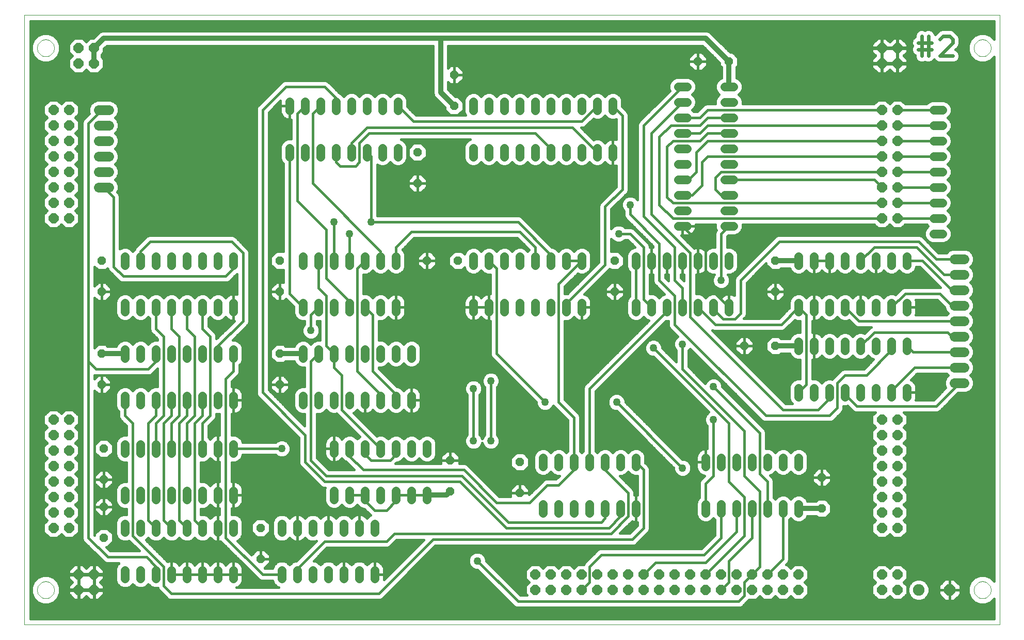
<source format=gtl>
G75*
%MOIN*%
%OFA0B0*%
%FSLAX24Y24*%
%IPPOS*%
%LPD*%
%AMOC8*
5,1,8,0,0,1.08239X$1,22.5*
%
%ADD10C,0.0000*%
%ADD11C,0.0230*%
%ADD12C,0.0560*%
%ADD13OC8,0.0560*%
%ADD14OC8,0.0640*%
%ADD15C,0.0640*%
%ADD16C,0.0750*%
%ADD17OC8,0.0750*%
%ADD18C,0.0160*%
%ADD19C,0.0320*%
%ADD20C,0.0500*%
D10*
X003890Y003890D02*
X003890Y043260D01*
X066882Y043260D01*
X066882Y003890D01*
X003890Y003890D01*
X004715Y006140D02*
X004717Y006187D01*
X004723Y006233D01*
X004733Y006279D01*
X004746Y006323D01*
X004764Y006367D01*
X004785Y006408D01*
X004809Y006448D01*
X004837Y006486D01*
X004868Y006521D01*
X004902Y006553D01*
X004938Y006582D01*
X004977Y006608D01*
X005017Y006631D01*
X005060Y006650D01*
X005104Y006666D01*
X005149Y006678D01*
X005195Y006686D01*
X005242Y006690D01*
X005288Y006690D01*
X005335Y006686D01*
X005381Y006678D01*
X005426Y006666D01*
X005470Y006650D01*
X005513Y006631D01*
X005553Y006608D01*
X005592Y006582D01*
X005628Y006553D01*
X005662Y006521D01*
X005693Y006486D01*
X005721Y006448D01*
X005745Y006408D01*
X005766Y006367D01*
X005784Y006323D01*
X005797Y006279D01*
X005807Y006233D01*
X005813Y006187D01*
X005815Y006140D01*
X005813Y006093D01*
X005807Y006047D01*
X005797Y006001D01*
X005784Y005957D01*
X005766Y005913D01*
X005745Y005872D01*
X005721Y005832D01*
X005693Y005794D01*
X005662Y005759D01*
X005628Y005727D01*
X005592Y005698D01*
X005553Y005672D01*
X005513Y005649D01*
X005470Y005630D01*
X005426Y005614D01*
X005381Y005602D01*
X005335Y005594D01*
X005288Y005590D01*
X005242Y005590D01*
X005195Y005594D01*
X005149Y005602D01*
X005104Y005614D01*
X005060Y005630D01*
X005017Y005649D01*
X004977Y005672D01*
X004938Y005698D01*
X004902Y005727D01*
X004868Y005759D01*
X004837Y005794D01*
X004809Y005832D01*
X004785Y005872D01*
X004764Y005913D01*
X004746Y005957D01*
X004733Y006001D01*
X004723Y006047D01*
X004717Y006093D01*
X004715Y006140D01*
X004715Y041140D02*
X004717Y041187D01*
X004723Y041233D01*
X004733Y041279D01*
X004746Y041323D01*
X004764Y041367D01*
X004785Y041408D01*
X004809Y041448D01*
X004837Y041486D01*
X004868Y041521D01*
X004902Y041553D01*
X004938Y041582D01*
X004977Y041608D01*
X005017Y041631D01*
X005060Y041650D01*
X005104Y041666D01*
X005149Y041678D01*
X005195Y041686D01*
X005242Y041690D01*
X005288Y041690D01*
X005335Y041686D01*
X005381Y041678D01*
X005426Y041666D01*
X005470Y041650D01*
X005513Y041631D01*
X005553Y041608D01*
X005592Y041582D01*
X005628Y041553D01*
X005662Y041521D01*
X005693Y041486D01*
X005721Y041448D01*
X005745Y041408D01*
X005766Y041367D01*
X005784Y041323D01*
X005797Y041279D01*
X005807Y041233D01*
X005813Y041187D01*
X005815Y041140D01*
X005813Y041093D01*
X005807Y041047D01*
X005797Y041001D01*
X005784Y040957D01*
X005766Y040913D01*
X005745Y040872D01*
X005721Y040832D01*
X005693Y040794D01*
X005662Y040759D01*
X005628Y040727D01*
X005592Y040698D01*
X005553Y040672D01*
X005513Y040649D01*
X005470Y040630D01*
X005426Y040614D01*
X005381Y040602D01*
X005335Y040594D01*
X005288Y040590D01*
X005242Y040590D01*
X005195Y040594D01*
X005149Y040602D01*
X005104Y040614D01*
X005060Y040630D01*
X005017Y040649D01*
X004977Y040672D01*
X004938Y040698D01*
X004902Y040727D01*
X004868Y040759D01*
X004837Y040794D01*
X004809Y040832D01*
X004785Y040872D01*
X004764Y040913D01*
X004746Y040957D01*
X004733Y041001D01*
X004723Y041047D01*
X004717Y041093D01*
X004715Y041140D01*
X065215Y041140D02*
X065217Y041187D01*
X065223Y041233D01*
X065233Y041279D01*
X065246Y041323D01*
X065264Y041367D01*
X065285Y041408D01*
X065309Y041448D01*
X065337Y041486D01*
X065368Y041521D01*
X065402Y041553D01*
X065438Y041582D01*
X065477Y041608D01*
X065517Y041631D01*
X065560Y041650D01*
X065604Y041666D01*
X065649Y041678D01*
X065695Y041686D01*
X065742Y041690D01*
X065788Y041690D01*
X065835Y041686D01*
X065881Y041678D01*
X065926Y041666D01*
X065970Y041650D01*
X066013Y041631D01*
X066053Y041608D01*
X066092Y041582D01*
X066128Y041553D01*
X066162Y041521D01*
X066193Y041486D01*
X066221Y041448D01*
X066245Y041408D01*
X066266Y041367D01*
X066284Y041323D01*
X066297Y041279D01*
X066307Y041233D01*
X066313Y041187D01*
X066315Y041140D01*
X066313Y041093D01*
X066307Y041047D01*
X066297Y041001D01*
X066284Y040957D01*
X066266Y040913D01*
X066245Y040872D01*
X066221Y040832D01*
X066193Y040794D01*
X066162Y040759D01*
X066128Y040727D01*
X066092Y040698D01*
X066053Y040672D01*
X066013Y040649D01*
X065970Y040630D01*
X065926Y040614D01*
X065881Y040602D01*
X065835Y040594D01*
X065788Y040590D01*
X065742Y040590D01*
X065695Y040594D01*
X065649Y040602D01*
X065604Y040614D01*
X065560Y040630D01*
X065517Y040649D01*
X065477Y040672D01*
X065438Y040698D01*
X065402Y040727D01*
X065368Y040759D01*
X065337Y040794D01*
X065309Y040832D01*
X065285Y040872D01*
X065264Y040913D01*
X065246Y040957D01*
X065233Y041001D01*
X065223Y041047D01*
X065217Y041093D01*
X065215Y041140D01*
X065215Y006140D02*
X065217Y006187D01*
X065223Y006233D01*
X065233Y006279D01*
X065246Y006323D01*
X065264Y006367D01*
X065285Y006408D01*
X065309Y006448D01*
X065337Y006486D01*
X065368Y006521D01*
X065402Y006553D01*
X065438Y006582D01*
X065477Y006608D01*
X065517Y006631D01*
X065560Y006650D01*
X065604Y006666D01*
X065649Y006678D01*
X065695Y006686D01*
X065742Y006690D01*
X065788Y006690D01*
X065835Y006686D01*
X065881Y006678D01*
X065926Y006666D01*
X065970Y006650D01*
X066013Y006631D01*
X066053Y006608D01*
X066092Y006582D01*
X066128Y006553D01*
X066162Y006521D01*
X066193Y006486D01*
X066221Y006448D01*
X066245Y006408D01*
X066266Y006367D01*
X066284Y006323D01*
X066297Y006279D01*
X066307Y006233D01*
X066313Y006187D01*
X066315Y006140D01*
X066313Y006093D01*
X066307Y006047D01*
X066297Y006001D01*
X066284Y005957D01*
X066266Y005913D01*
X066245Y005872D01*
X066221Y005832D01*
X066193Y005794D01*
X066162Y005759D01*
X066128Y005727D01*
X066092Y005698D01*
X066053Y005672D01*
X066013Y005649D01*
X065970Y005630D01*
X065926Y005614D01*
X065881Y005602D01*
X065835Y005594D01*
X065788Y005590D01*
X065742Y005590D01*
X065695Y005594D01*
X065649Y005602D01*
X065604Y005614D01*
X065560Y005630D01*
X065517Y005649D01*
X065477Y005672D01*
X065438Y005698D01*
X065402Y005727D01*
X065368Y005759D01*
X065337Y005794D01*
X065309Y005832D01*
X065285Y005872D01*
X065264Y005913D01*
X065246Y005957D01*
X065233Y006001D01*
X065223Y006047D01*
X065217Y006093D01*
X065215Y006140D01*
D11*
X063859Y040630D02*
X063011Y040630D01*
X063859Y041477D01*
X063859Y041689D01*
X063647Y041901D01*
X063223Y041901D01*
X063011Y041689D01*
X062477Y041477D02*
X062266Y041477D01*
X061630Y041477D01*
X061630Y041054D02*
X062477Y041054D01*
X062266Y040630D02*
X062266Y041901D01*
X061842Y041901D02*
X061842Y040630D01*
D12*
X062610Y037140D02*
X063170Y037140D01*
X063170Y036140D02*
X062610Y036140D01*
X062610Y035140D02*
X063170Y035140D01*
X063170Y034140D02*
X062610Y034140D01*
X062610Y033140D02*
X063170Y033140D01*
X063170Y032140D02*
X062610Y032140D01*
X062610Y031140D02*
X063170Y031140D01*
X063170Y030140D02*
X062610Y030140D01*
X062610Y029140D02*
X063170Y029140D01*
X060890Y027670D02*
X060890Y027110D01*
X059890Y027110D02*
X059890Y027670D01*
X058890Y027670D02*
X058890Y027110D01*
X057890Y027110D02*
X057890Y027670D01*
X056890Y027670D02*
X056890Y027110D01*
X055890Y027110D02*
X055890Y027670D01*
X054890Y027670D02*
X054890Y027110D01*
X053890Y027110D02*
X053890Y027670D01*
X053890Y024670D02*
X053890Y024110D01*
X054890Y024110D02*
X054890Y024670D01*
X055890Y024670D02*
X055890Y024110D01*
X056890Y024110D02*
X056890Y024670D01*
X057890Y024670D02*
X057890Y024110D01*
X058890Y024110D02*
X058890Y024670D01*
X059890Y024670D02*
X059890Y024110D01*
X060890Y024110D02*
X060890Y024670D01*
X060890Y022170D02*
X060890Y021610D01*
X059890Y021610D02*
X059890Y022170D01*
X058890Y022170D02*
X058890Y021610D01*
X057890Y021610D02*
X057890Y022170D01*
X056890Y022170D02*
X056890Y021610D01*
X055890Y021610D02*
X055890Y022170D01*
X054890Y022170D02*
X054890Y021610D01*
X053890Y021610D02*
X053890Y022170D01*
X053890Y019170D02*
X053890Y018610D01*
X054890Y018610D02*
X054890Y019170D01*
X055890Y019170D02*
X055890Y018610D01*
X056890Y018610D02*
X056890Y019170D01*
X057890Y019170D02*
X057890Y018610D01*
X058890Y018610D02*
X058890Y019170D01*
X059890Y019170D02*
X059890Y018610D01*
X060890Y018610D02*
X060890Y019170D01*
X053890Y014670D02*
X053890Y014110D01*
X052890Y014110D02*
X052890Y014670D01*
X051890Y014670D02*
X051890Y014110D01*
X050890Y014110D02*
X050890Y014670D01*
X049890Y014670D02*
X049890Y014110D01*
X048890Y014110D02*
X048890Y014670D01*
X047890Y014670D02*
X047890Y014110D01*
X047890Y011670D02*
X047890Y011110D01*
X048890Y011110D02*
X048890Y011670D01*
X049890Y011670D02*
X049890Y011110D01*
X050890Y011110D02*
X050890Y011670D01*
X051890Y011670D02*
X051890Y011110D01*
X052890Y011110D02*
X052890Y011670D01*
X053890Y011670D02*
X053890Y011110D01*
X043390Y011110D02*
X043390Y011670D01*
X042390Y011670D02*
X042390Y011110D01*
X041390Y011110D02*
X041390Y011670D01*
X040390Y011670D02*
X040390Y011110D01*
X039390Y011110D02*
X039390Y011670D01*
X038390Y011670D02*
X038390Y011110D01*
X037390Y011110D02*
X037390Y011670D01*
X037390Y014110D02*
X037390Y014670D01*
X038390Y014670D02*
X038390Y014110D01*
X039390Y014110D02*
X039390Y014670D01*
X040390Y014670D02*
X040390Y014110D01*
X041390Y014110D02*
X041390Y014670D01*
X042390Y014670D02*
X042390Y014110D01*
X043390Y014110D02*
X043390Y014670D01*
X029890Y014985D02*
X029890Y015545D01*
X028890Y015545D02*
X028890Y014985D01*
X027890Y014985D02*
X027890Y015545D01*
X026890Y015545D02*
X026890Y014985D01*
X025890Y014985D02*
X025890Y015545D01*
X024890Y015545D02*
X024890Y014985D01*
X023890Y014985D02*
X023890Y015545D01*
X023890Y018110D02*
X023890Y018670D01*
X022890Y018670D02*
X022890Y018110D01*
X021890Y018110D02*
X021890Y018670D01*
X021890Y021110D02*
X021890Y021670D01*
X022890Y021670D02*
X022890Y021110D01*
X023890Y021110D02*
X023890Y021670D01*
X024890Y021670D02*
X024890Y021110D01*
X025890Y021110D02*
X025890Y021670D01*
X026890Y021670D02*
X026890Y021110D01*
X027890Y021110D02*
X027890Y021670D01*
X028890Y021670D02*
X028890Y021110D01*
X028890Y018670D02*
X028890Y018110D01*
X027890Y018110D02*
X027890Y018670D01*
X026890Y018670D02*
X026890Y018110D01*
X025890Y018110D02*
X025890Y018670D01*
X024890Y018670D02*
X024890Y018110D01*
X017390Y018110D02*
X017390Y018670D01*
X016390Y018670D02*
X016390Y018110D01*
X015390Y018110D02*
X015390Y018670D01*
X014390Y018670D02*
X014390Y018110D01*
X013390Y018110D02*
X013390Y018670D01*
X012390Y018670D02*
X012390Y018110D01*
X011390Y018110D02*
X011390Y018670D01*
X010390Y018670D02*
X010390Y018110D01*
X010390Y015545D02*
X010390Y014985D01*
X011390Y014985D02*
X011390Y015545D01*
X012390Y015545D02*
X012390Y014985D01*
X013390Y014985D02*
X013390Y015545D01*
X014390Y015545D02*
X014390Y014985D01*
X015390Y014985D02*
X015390Y015545D01*
X016390Y015545D02*
X016390Y014985D01*
X017390Y014985D02*
X017390Y015545D01*
X017390Y012545D02*
X017390Y011985D01*
X016390Y011985D02*
X016390Y012545D01*
X015390Y012545D02*
X015390Y011985D01*
X014390Y011985D02*
X014390Y012545D01*
X013390Y012545D02*
X013390Y011985D01*
X012390Y011985D02*
X012390Y012545D01*
X011390Y012545D02*
X011390Y011985D01*
X010390Y011985D02*
X010390Y012545D01*
X010390Y010420D02*
X010390Y009860D01*
X011390Y009860D02*
X011390Y010420D01*
X012390Y010420D02*
X012390Y009860D01*
X013390Y009860D02*
X013390Y010420D01*
X014390Y010420D02*
X014390Y009860D01*
X015390Y009860D02*
X015390Y010420D01*
X016390Y010420D02*
X016390Y009860D01*
X017390Y009860D02*
X017390Y010420D01*
X020515Y010420D02*
X020515Y009860D01*
X021515Y009860D02*
X021515Y010420D01*
X022515Y010420D02*
X022515Y009860D01*
X023515Y009860D02*
X023515Y010420D01*
X024515Y010420D02*
X024515Y009860D01*
X025515Y009860D02*
X025515Y010420D01*
X026515Y010420D02*
X026515Y009860D01*
X026890Y011985D02*
X026890Y012545D01*
X025890Y012545D02*
X025890Y011985D01*
X024890Y011985D02*
X024890Y012545D01*
X023890Y012545D02*
X023890Y011985D01*
X027890Y011985D02*
X027890Y012545D01*
X028890Y012545D02*
X028890Y011985D01*
X029890Y011985D02*
X029890Y012545D01*
X026515Y007420D02*
X026515Y006860D01*
X025515Y006860D02*
X025515Y007420D01*
X024515Y007420D02*
X024515Y006860D01*
X023515Y006860D02*
X023515Y007420D01*
X022515Y007420D02*
X022515Y006860D01*
X021515Y006860D02*
X021515Y007420D01*
X020515Y007420D02*
X020515Y006860D01*
X017390Y006860D02*
X017390Y007420D01*
X016390Y007420D02*
X016390Y006860D01*
X015390Y006860D02*
X015390Y007420D01*
X014390Y007420D02*
X014390Y006860D01*
X013390Y006860D02*
X013390Y007420D01*
X012390Y007420D02*
X012390Y006860D01*
X011390Y006860D02*
X011390Y007420D01*
X010390Y007420D02*
X010390Y006860D01*
X010390Y021110D02*
X010390Y021670D01*
X011390Y021670D02*
X011390Y021110D01*
X012390Y021110D02*
X012390Y021670D01*
X013390Y021670D02*
X013390Y021110D01*
X014390Y021110D02*
X014390Y021670D01*
X015390Y021670D02*
X015390Y021110D01*
X016390Y021110D02*
X016390Y021670D01*
X017390Y021670D02*
X017390Y021110D01*
X017390Y024110D02*
X017390Y024670D01*
X016390Y024670D02*
X016390Y024110D01*
X015390Y024110D02*
X015390Y024670D01*
X014390Y024670D02*
X014390Y024110D01*
X013390Y024110D02*
X013390Y024670D01*
X012390Y024670D02*
X012390Y024110D01*
X011390Y024110D02*
X011390Y024670D01*
X010390Y024670D02*
X010390Y024110D01*
X010390Y027110D02*
X010390Y027670D01*
X011390Y027670D02*
X011390Y027110D01*
X012390Y027110D02*
X012390Y027670D01*
X013390Y027670D02*
X013390Y027110D01*
X014390Y027110D02*
X014390Y027670D01*
X015390Y027670D02*
X015390Y027110D01*
X016390Y027110D02*
X016390Y027670D01*
X017390Y027670D02*
X017390Y027110D01*
X021890Y027110D02*
X021890Y027670D01*
X022890Y027670D02*
X022890Y027110D01*
X023890Y027110D02*
X023890Y027670D01*
X024890Y027670D02*
X024890Y027110D01*
X025890Y027110D02*
X025890Y027670D01*
X026890Y027670D02*
X026890Y027110D01*
X027890Y027110D02*
X027890Y027670D01*
X027890Y024670D02*
X027890Y024110D01*
X026890Y024110D02*
X026890Y024670D01*
X025890Y024670D02*
X025890Y024110D01*
X024890Y024110D02*
X024890Y024670D01*
X023890Y024670D02*
X023890Y024110D01*
X022890Y024110D02*
X022890Y024670D01*
X021890Y024670D02*
X021890Y024110D01*
X032890Y024110D02*
X032890Y024670D01*
X033890Y024670D02*
X033890Y024110D01*
X034890Y024110D02*
X034890Y024670D01*
X035890Y024670D02*
X035890Y024110D01*
X036890Y024110D02*
X036890Y024670D01*
X037890Y024670D02*
X037890Y024110D01*
X038890Y024110D02*
X038890Y024670D01*
X039890Y024670D02*
X039890Y024110D01*
X043390Y024110D02*
X043390Y024670D01*
X044390Y024670D02*
X044390Y024110D01*
X045390Y024110D02*
X045390Y024670D01*
X046390Y024670D02*
X046390Y024110D01*
X047390Y024110D02*
X047390Y024670D01*
X048390Y024670D02*
X048390Y024110D01*
X049390Y024110D02*
X049390Y024670D01*
X049390Y027110D02*
X049390Y027670D01*
X048390Y027670D02*
X048390Y027110D01*
X047390Y027110D02*
X047390Y027670D01*
X046390Y027670D02*
X046390Y027110D01*
X045390Y027110D02*
X045390Y027670D01*
X044390Y027670D02*
X044390Y027110D01*
X043390Y027110D02*
X043390Y027670D01*
X046110Y029640D02*
X046670Y029640D01*
X046670Y030640D02*
X046110Y030640D01*
X046110Y031640D02*
X046670Y031640D01*
X046670Y032640D02*
X046110Y032640D01*
X046110Y033640D02*
X046670Y033640D01*
X046670Y034640D02*
X046110Y034640D01*
X046110Y035640D02*
X046670Y035640D01*
X046670Y036640D02*
X046110Y036640D01*
X046110Y037640D02*
X046670Y037640D01*
X046670Y038640D02*
X046110Y038640D01*
X049110Y038640D02*
X049670Y038640D01*
X049670Y037640D02*
X049110Y037640D01*
X049110Y036640D02*
X049670Y036640D01*
X049670Y035640D02*
X049110Y035640D01*
X049110Y034640D02*
X049670Y034640D01*
X049670Y033640D02*
X049110Y033640D01*
X049110Y032640D02*
X049670Y032640D01*
X049670Y031640D02*
X049110Y031640D01*
X049110Y030640D02*
X049670Y030640D01*
X049670Y029640D02*
X049110Y029640D01*
X041890Y034110D02*
X041890Y034670D01*
X040890Y034670D02*
X040890Y034110D01*
X039890Y034110D02*
X039890Y034670D01*
X038890Y034670D02*
X038890Y034110D01*
X037890Y034110D02*
X037890Y034670D01*
X036890Y034670D02*
X036890Y034110D01*
X035890Y034110D02*
X035890Y034670D01*
X034890Y034670D02*
X034890Y034110D01*
X033890Y034110D02*
X033890Y034670D01*
X032890Y034670D02*
X032890Y034110D01*
X032890Y037110D02*
X032890Y037670D01*
X033890Y037670D02*
X033890Y037110D01*
X034890Y037110D02*
X034890Y037670D01*
X035890Y037670D02*
X035890Y037110D01*
X036890Y037110D02*
X036890Y037670D01*
X037890Y037670D02*
X037890Y037110D01*
X038890Y037110D02*
X038890Y037670D01*
X039890Y037670D02*
X039890Y037110D01*
X040890Y037110D02*
X040890Y037670D01*
X041890Y037670D02*
X041890Y037110D01*
X039890Y027670D02*
X039890Y027110D01*
X038890Y027110D02*
X038890Y027670D01*
X037890Y027670D02*
X037890Y027110D01*
X036890Y027110D02*
X036890Y027670D01*
X035890Y027670D02*
X035890Y027110D01*
X034890Y027110D02*
X034890Y027670D01*
X033890Y027670D02*
X033890Y027110D01*
X032890Y027110D02*
X032890Y027670D01*
X028015Y034110D02*
X028015Y034670D01*
X027015Y034670D02*
X027015Y034110D01*
X026015Y034110D02*
X026015Y034670D01*
X025015Y034670D02*
X025015Y034110D01*
X024015Y034110D02*
X024015Y034670D01*
X023015Y034670D02*
X023015Y034110D01*
X022015Y034110D02*
X022015Y034670D01*
X021015Y034670D02*
X021015Y034110D01*
X021015Y037110D02*
X021015Y037670D01*
X022015Y037670D02*
X022015Y037110D01*
X023015Y037110D02*
X023015Y037670D01*
X024015Y037670D02*
X024015Y037110D01*
X025015Y037110D02*
X025015Y037670D01*
X026015Y037670D02*
X026015Y037110D01*
X027015Y037110D02*
X027015Y037670D01*
X028015Y037670D02*
X028015Y037110D01*
D13*
X031640Y037390D03*
X031640Y039390D03*
X029265Y034390D03*
X029265Y032390D03*
X029890Y027390D03*
X031890Y027390D03*
X042015Y027390D03*
X042015Y025390D03*
X050390Y021890D03*
X052390Y021890D03*
X052390Y025390D03*
X052390Y027390D03*
X049390Y040265D03*
X047390Y040265D03*
X020390Y027390D03*
X020390Y025390D03*
X020390Y021390D03*
X020390Y019390D03*
X008890Y019390D03*
X008890Y021390D03*
X008890Y025390D03*
X008890Y027390D03*
X009015Y015265D03*
X009015Y013265D03*
X009015Y011515D03*
X009015Y009515D03*
X019140Y010140D03*
X019140Y008140D03*
X031390Y012515D03*
X031390Y014515D03*
X035890Y014390D03*
X035890Y012390D03*
X055390Y011390D03*
X055390Y013390D03*
D14*
X059265Y013140D03*
X060265Y013140D03*
X060265Y012140D03*
X059265Y012140D03*
X059265Y011140D03*
X060265Y011140D03*
X060265Y010140D03*
X059265Y010140D03*
X059265Y007140D03*
X060265Y007140D03*
X060265Y006140D03*
X059265Y006140D03*
X053890Y006140D03*
X053890Y007140D03*
X052890Y007140D03*
X051890Y007140D03*
X051890Y006140D03*
X052890Y006140D03*
X050890Y006140D03*
X049890Y006140D03*
X049890Y007140D03*
X050890Y007140D03*
X048890Y007140D03*
X047890Y007140D03*
X046890Y007140D03*
X046890Y006140D03*
X047890Y006140D03*
X048890Y006140D03*
X045890Y006140D03*
X044890Y006140D03*
X044890Y007140D03*
X045890Y007140D03*
X043890Y007140D03*
X042890Y007140D03*
X041890Y007140D03*
X041890Y006140D03*
X042890Y006140D03*
X043890Y006140D03*
X040890Y006140D03*
X039890Y006140D03*
X039890Y007140D03*
X040890Y007140D03*
X038890Y007140D03*
X037890Y007140D03*
X036890Y007140D03*
X036890Y006140D03*
X037890Y006140D03*
X038890Y006140D03*
X059265Y014140D03*
X060265Y014140D03*
X060265Y015140D03*
X059265Y015140D03*
X059265Y016140D03*
X060265Y016140D03*
X060265Y017140D03*
X059265Y017140D03*
X059265Y030140D03*
X060265Y030140D03*
X060265Y031140D03*
X059265Y031140D03*
X059265Y032140D03*
X060265Y032140D03*
X060265Y033140D03*
X059265Y033140D03*
X059265Y034140D03*
X060265Y034140D03*
X060265Y035140D03*
X059265Y035140D03*
X059265Y036140D03*
X060265Y036140D03*
X060265Y037140D03*
X059265Y037140D03*
X059265Y040140D03*
X060265Y040140D03*
X060265Y041140D03*
X059265Y041140D03*
X008390Y041140D03*
X007390Y041140D03*
X007390Y040140D03*
X008390Y040140D03*
X006765Y037140D03*
X005765Y037140D03*
X005765Y036140D03*
X006765Y036140D03*
X006765Y035140D03*
X005765Y035140D03*
X005765Y034140D03*
X006765Y034140D03*
X006765Y033140D03*
X005765Y033140D03*
X005765Y032140D03*
X006765Y032140D03*
X006765Y031140D03*
X005765Y031140D03*
X005765Y030140D03*
X006765Y030140D03*
X006765Y017140D03*
X005765Y017140D03*
X005765Y016140D03*
X006765Y016140D03*
X006765Y015140D03*
X005765Y015140D03*
X005765Y014140D03*
X006765Y014140D03*
X006765Y013140D03*
X005765Y013140D03*
X005765Y012140D03*
X006765Y012140D03*
X006765Y011140D03*
X005765Y011140D03*
X005765Y010140D03*
X006765Y010140D03*
X007390Y007140D03*
X008390Y007140D03*
X008390Y006140D03*
X007390Y006140D03*
D15*
X008695Y032140D02*
X009335Y032140D01*
X009335Y033140D02*
X008695Y033140D01*
X008695Y034140D02*
X009335Y034140D01*
X009335Y035140D02*
X008695Y035140D01*
X008695Y036140D02*
X009335Y036140D01*
X009335Y037140D02*
X008695Y037140D01*
X063945Y027515D02*
X064585Y027515D01*
X064585Y026515D02*
X063945Y026515D01*
X063945Y025515D02*
X064585Y025515D01*
X064585Y024515D02*
X063945Y024515D01*
X063945Y023515D02*
X064585Y023515D01*
X064585Y022515D02*
X063945Y022515D01*
X063945Y021515D02*
X064585Y021515D01*
X064585Y020515D02*
X063945Y020515D01*
X063945Y019515D02*
X064585Y019515D01*
D16*
X061640Y006140D03*
D17*
X063640Y006140D03*
D18*
X064335Y006140D01*
X064335Y006428D01*
X063928Y006835D01*
X063640Y006835D01*
X063640Y006140D01*
X063640Y006140D01*
X063640Y006140D01*
X064335Y006140D01*
X064335Y005852D01*
X063928Y005445D01*
X063640Y005445D01*
X063640Y006140D01*
X063640Y006140D01*
X063640Y006140D01*
X062945Y006140D01*
X062945Y006428D01*
X063352Y006835D01*
X063640Y006835D01*
X063640Y006140D01*
X063640Y005445D01*
X063352Y005445D01*
X062945Y005852D01*
X062945Y006140D01*
X063640Y006140D01*
X063640Y006109D02*
X063640Y006109D01*
X063640Y005951D02*
X063640Y005951D01*
X063640Y005792D02*
X063640Y005792D01*
X063640Y005634D02*
X063640Y005634D01*
X063640Y005475D02*
X063640Y005475D01*
X063958Y005475D02*
X065115Y005475D01*
X065238Y005352D02*
X064977Y005613D01*
X064835Y005955D01*
X064835Y006325D01*
X064977Y006667D01*
X065238Y006928D01*
X065580Y007070D01*
X065950Y007070D01*
X066292Y006928D01*
X066502Y006718D01*
X066502Y040562D01*
X066292Y040352D01*
X065950Y040210D01*
X065580Y040210D01*
X065238Y040352D01*
X064977Y040613D01*
X064835Y040955D01*
X064835Y041325D01*
X064977Y041667D01*
X065238Y041928D01*
X065580Y042070D01*
X065950Y042070D01*
X066292Y041928D01*
X066502Y041718D01*
X066502Y042880D01*
X004270Y042880D01*
X004270Y004270D01*
X066502Y004270D01*
X066502Y005562D01*
X066292Y005352D01*
X065950Y005210D01*
X065580Y005210D01*
X065238Y005352D01*
X065323Y005317D02*
X050507Y005317D01*
X050617Y005426D02*
X050691Y005500D01*
X051155Y005500D01*
X051390Y005735D01*
X051625Y005500D01*
X052155Y005500D01*
X052390Y005735D01*
X052625Y005500D01*
X053155Y005500D01*
X053390Y005735D01*
X053625Y005500D01*
X054155Y005500D01*
X054530Y005875D01*
X054530Y006405D01*
X054295Y006640D01*
X054530Y006875D01*
X054530Y007405D01*
X054155Y007780D01*
X053625Y007780D01*
X053390Y007545D01*
X053155Y007780D01*
X053096Y007780D01*
X053117Y007801D01*
X053229Y007913D01*
X053290Y008060D01*
X053290Y010661D01*
X053390Y010761D01*
X053550Y010601D01*
X053771Y010510D01*
X054009Y010510D01*
X054230Y010601D01*
X054399Y010770D01*
X054457Y010910D01*
X055021Y010910D01*
X055141Y010790D01*
X055639Y010790D01*
X055990Y011141D01*
X055990Y011639D01*
X055639Y011990D01*
X055141Y011990D01*
X055021Y011870D01*
X054457Y011870D01*
X054399Y012010D01*
X054230Y012179D01*
X054009Y012270D01*
X053771Y012270D01*
X053550Y012179D01*
X053390Y012019D01*
X053230Y012179D01*
X053009Y012270D01*
X052771Y012270D01*
X052550Y012179D01*
X052390Y012019D01*
X052290Y012119D01*
X052290Y013220D01*
X052229Y013367D01*
X052117Y013479D01*
X052063Y013532D01*
X052230Y013601D01*
X052390Y013761D01*
X052550Y013601D01*
X052771Y013510D01*
X053009Y013510D01*
X053230Y013601D01*
X053390Y013761D01*
X053550Y013601D01*
X053771Y013510D01*
X054009Y013510D01*
X054230Y013601D01*
X054399Y013770D01*
X054490Y013991D01*
X054490Y014789D01*
X054399Y015010D01*
X054230Y015179D01*
X054009Y015270D01*
X053771Y015270D01*
X053550Y015179D01*
X053390Y015019D01*
X053230Y015179D01*
X053009Y015270D01*
X052771Y015270D01*
X052550Y015179D01*
X052390Y015019D01*
X052230Y015179D01*
X052009Y015270D01*
X051790Y015270D01*
X051790Y016345D01*
X051729Y016492D01*
X051617Y016604D01*
X048960Y019261D01*
X048960Y019378D01*
X048873Y019588D01*
X048713Y019748D01*
X048503Y019835D01*
X048277Y019835D01*
X048067Y019748D01*
X047907Y019588D01*
X047863Y019483D01*
X046790Y020556D01*
X046790Y021609D01*
X046873Y021692D01*
X046880Y021709D01*
X051426Y017163D01*
X051538Y017051D01*
X051685Y016990D01*
X055970Y016990D01*
X056117Y017051D01*
X056617Y017551D01*
X056729Y017663D01*
X056790Y017810D01*
X056790Y018010D01*
X057009Y018010D01*
X057059Y018030D01*
X057413Y017676D01*
X057560Y017615D01*
X058835Y017615D01*
X058625Y017405D01*
X058625Y016875D01*
X058860Y016640D01*
X058625Y016405D01*
X058625Y015875D01*
X058860Y015640D01*
X058625Y015405D01*
X058625Y014875D01*
X058860Y014640D01*
X058625Y014405D01*
X058625Y013875D01*
X058860Y013640D01*
X058625Y013405D01*
X058625Y012875D01*
X058860Y012640D01*
X058625Y012405D01*
X058625Y011875D01*
X058860Y011640D01*
X058625Y011405D01*
X058625Y010875D01*
X058860Y010640D01*
X058625Y010405D01*
X058625Y009875D01*
X059000Y009500D01*
X059530Y009500D01*
X059765Y009735D01*
X060000Y009500D01*
X060530Y009500D01*
X060905Y009875D01*
X060905Y010405D01*
X060670Y010640D01*
X060905Y010875D01*
X060905Y011405D01*
X060670Y011640D01*
X060905Y011875D01*
X060905Y012405D01*
X060670Y012640D01*
X060905Y012875D01*
X060905Y013405D01*
X060670Y013640D01*
X060905Y013875D01*
X060905Y014405D01*
X060670Y014640D01*
X060905Y014875D01*
X060905Y015405D01*
X060670Y015640D01*
X060905Y015875D01*
X060905Y016405D01*
X060670Y016640D01*
X060905Y016875D01*
X060905Y017405D01*
X060695Y017615D01*
X062845Y017615D01*
X062992Y017676D01*
X063104Y017788D01*
X064191Y018875D01*
X064712Y018875D01*
X064948Y018972D01*
X065128Y019152D01*
X065225Y019388D01*
X065225Y019642D01*
X065128Y019878D01*
X064990Y020015D01*
X065128Y020152D01*
X065225Y020388D01*
X065225Y020642D01*
X065128Y020878D01*
X064990Y021015D01*
X065128Y021152D01*
X065225Y021388D01*
X065225Y021642D01*
X066502Y021642D01*
X066502Y021484D02*
X065225Y021484D01*
X065225Y021642D02*
X065128Y021878D01*
X064990Y022015D01*
X065128Y022152D01*
X065225Y022388D01*
X065225Y022642D01*
X065128Y022878D01*
X064990Y023015D01*
X065128Y023152D01*
X065225Y023388D01*
X065225Y023642D01*
X065128Y023878D01*
X064990Y024015D01*
X065128Y024152D01*
X065225Y024388D01*
X065225Y024642D01*
X065128Y024878D01*
X064990Y025015D01*
X065128Y025152D01*
X065225Y025388D01*
X065225Y025642D01*
X065128Y025878D01*
X064990Y026015D01*
X065128Y026152D01*
X065225Y026388D01*
X065225Y026642D01*
X065128Y026878D01*
X064990Y027015D01*
X065128Y027152D01*
X065225Y027388D01*
X065225Y027642D01*
X065128Y027878D01*
X064948Y028058D01*
X064712Y028155D01*
X063818Y028155D01*
X063582Y028058D01*
X063440Y027915D01*
X062931Y027915D01*
X061979Y028867D01*
X061867Y028979D01*
X061720Y029040D01*
X052560Y029040D01*
X052413Y028979D01*
X049913Y026479D01*
X049801Y026367D01*
X049740Y026220D01*
X049740Y025157D01*
X049704Y025183D01*
X049620Y025226D01*
X049530Y025255D01*
X049437Y025270D01*
X049390Y025270D01*
X049390Y024390D01*
X047890Y025890D01*
X047890Y028140D01*
X046390Y029640D01*
X047270Y029640D01*
X047270Y029687D01*
X047262Y029740D01*
X048510Y029740D01*
X048510Y029521D01*
X048567Y029383D01*
X048551Y029367D01*
X048490Y029220D01*
X048490Y028270D01*
X048271Y028270D01*
X048050Y028179D01*
X047883Y028012D01*
X047848Y028061D01*
X047781Y028128D01*
X047704Y028183D01*
X047620Y028226D01*
X047530Y028255D01*
X047437Y028270D01*
X047390Y028270D01*
X047390Y027390D01*
X047390Y027390D01*
X047390Y026510D01*
X047437Y026510D01*
X047530Y026525D01*
X047620Y026554D01*
X047704Y026597D01*
X047781Y026652D01*
X047848Y026719D01*
X047883Y026768D01*
X048050Y026601D01*
X048271Y026510D01*
X048454Y026510D01*
X048407Y026463D01*
X048320Y026253D01*
X048320Y026027D01*
X048407Y025817D01*
X048567Y025657D01*
X048777Y025570D01*
X049003Y025570D01*
X049213Y025657D01*
X049373Y025817D01*
X049460Y026027D01*
X049460Y026253D01*
X049373Y026463D01*
X049326Y026510D01*
X049509Y026510D01*
X049730Y026601D01*
X049899Y026770D01*
X049990Y026991D01*
X049990Y027789D01*
X049899Y028010D01*
X049730Y028179D01*
X049509Y028270D01*
X049290Y028270D01*
X049290Y028974D01*
X049356Y029040D01*
X049789Y029040D01*
X050010Y029131D01*
X050179Y029300D01*
X050270Y029521D01*
X050270Y029740D01*
X058760Y029740D01*
X059000Y029500D01*
X059530Y029500D01*
X059765Y029735D01*
X060000Y029500D01*
X060530Y029500D01*
X060770Y029740D01*
X062161Y029740D01*
X062261Y029640D01*
X062101Y029480D01*
X062010Y029259D01*
X062010Y029021D01*
X062101Y028800D01*
X062270Y028631D01*
X062491Y028540D01*
X063289Y028540D01*
X063510Y028631D01*
X063679Y028800D01*
X063770Y029021D01*
X063770Y029259D01*
X063679Y029480D01*
X063519Y029640D01*
X063679Y029800D01*
X063770Y030021D01*
X063770Y030259D01*
X063679Y030480D01*
X063519Y030640D01*
X063679Y030800D01*
X063770Y031021D01*
X063770Y031259D01*
X063679Y031480D01*
X063519Y031640D01*
X063679Y031800D01*
X063770Y032021D01*
X063770Y032259D01*
X063679Y032480D01*
X063519Y032640D01*
X063679Y032800D01*
X063770Y033021D01*
X063770Y033259D01*
X063679Y033480D01*
X063519Y033640D01*
X063679Y033800D01*
X063770Y034021D01*
X063770Y034259D01*
X063679Y034480D01*
X063519Y034640D01*
X063679Y034800D01*
X063770Y035021D01*
X063770Y035259D01*
X063679Y035480D01*
X063519Y035640D01*
X063679Y035800D01*
X063770Y036021D01*
X063770Y036259D01*
X063679Y036480D01*
X063519Y036640D01*
X063679Y036800D01*
X063770Y037021D01*
X063770Y037259D01*
X063679Y037480D01*
X063510Y037649D01*
X063289Y037740D01*
X062491Y037740D01*
X062270Y037649D01*
X062161Y037540D01*
X060770Y037540D01*
X060530Y037780D01*
X060000Y037780D01*
X059765Y037545D01*
X059530Y037780D01*
X059000Y037780D01*
X058760Y037540D01*
X050270Y037540D01*
X050270Y037759D01*
X050179Y037980D01*
X050019Y038140D01*
X050179Y038300D01*
X050270Y038521D01*
X050270Y038759D01*
X050179Y038980D01*
X050010Y039149D01*
X049870Y039207D01*
X049870Y039896D01*
X049990Y040016D01*
X049990Y040514D01*
X049639Y040865D01*
X049469Y040865D01*
X048162Y042172D01*
X047985Y042245D01*
X008920Y042245D01*
X008743Y042172D01*
X008608Y042037D01*
X008351Y041780D01*
X008125Y041780D01*
X007890Y041545D01*
X007655Y041780D01*
X007125Y041780D01*
X006750Y041405D01*
X006750Y040875D01*
X006985Y040640D01*
X006750Y040405D01*
X006750Y039875D01*
X007125Y039500D01*
X007655Y039500D01*
X007890Y039735D01*
X008125Y039500D01*
X008655Y039500D01*
X009030Y039875D01*
X009030Y040405D01*
X008870Y040565D01*
X008870Y040715D01*
X009030Y040875D01*
X009030Y041101D01*
X009214Y041285D01*
X030285Y041285D01*
X030285Y038170D01*
X030358Y037993D01*
X030493Y037858D01*
X031040Y037311D01*
X031040Y037141D01*
X031391Y036790D01*
X031889Y036790D01*
X032240Y037141D01*
X032240Y037639D01*
X031889Y037990D01*
X031719Y037990D01*
X031245Y038464D01*
X031245Y038936D01*
X031391Y038790D01*
X031640Y038790D01*
X031889Y038790D01*
X032240Y039141D01*
X032240Y039390D01*
X032240Y039639D01*
X031889Y039990D01*
X031640Y039990D01*
X031640Y039390D01*
X031640Y039390D01*
X032240Y039390D01*
X031640Y039390D01*
X031640Y039390D01*
X031640Y039990D01*
X031391Y039990D01*
X031245Y039844D01*
X031245Y041285D01*
X047691Y041285D01*
X048790Y040186D01*
X048790Y040016D01*
X048910Y039896D01*
X048910Y039207D01*
X048770Y039149D01*
X048601Y038980D01*
X048510Y038759D01*
X048510Y038521D01*
X048601Y038300D01*
X048761Y038140D01*
X048601Y037980D01*
X048510Y037759D01*
X048510Y037540D01*
X047935Y037540D01*
X047788Y037479D01*
X047349Y037040D01*
X047119Y037040D01*
X047019Y037140D01*
X047179Y037300D01*
X047270Y037521D01*
X047270Y037759D01*
X047179Y037980D01*
X047019Y038140D01*
X047179Y038300D01*
X047270Y038521D01*
X047270Y038759D01*
X047179Y038980D01*
X047010Y039149D01*
X046789Y039240D01*
X045991Y039240D01*
X045770Y039149D01*
X045601Y038980D01*
X045510Y038759D01*
X045510Y038521D01*
X045567Y038383D01*
X043663Y036479D01*
X043551Y036367D01*
X043490Y036220D01*
X043490Y031346D01*
X043338Y031498D01*
X043128Y031585D01*
X042902Y031585D01*
X042692Y031498D01*
X042532Y031338D01*
X042445Y031128D01*
X042445Y030902D01*
X042532Y030692D01*
X042615Y030609D01*
X042615Y030310D01*
X042676Y030163D01*
X042788Y030051D01*
X042788Y030051D01*
X044490Y028349D01*
X044490Y028262D01*
X044437Y028270D01*
X044390Y028270D01*
X044390Y027390D01*
X044390Y027390D01*
X044390Y028270D01*
X044343Y028270D01*
X044290Y028262D01*
X044290Y028345D01*
X044229Y028492D01*
X043354Y029367D01*
X043242Y029479D01*
X043095Y029540D01*
X042671Y029540D01*
X042588Y029623D01*
X042378Y029710D01*
X042152Y029710D01*
X041942Y029623D01*
X041790Y029471D01*
X041790Y030724D01*
X042742Y031676D01*
X042854Y031788D01*
X042915Y031935D01*
X042915Y036845D01*
X042854Y036992D01*
X042490Y037356D01*
X042490Y037789D01*
X042399Y038010D01*
X042230Y038179D01*
X042009Y038270D01*
X041771Y038270D01*
X041550Y038179D01*
X041390Y038019D01*
X041230Y038179D01*
X041009Y038270D01*
X040771Y038270D01*
X040550Y038179D01*
X040390Y038019D01*
X040230Y038179D01*
X040009Y038270D01*
X039771Y038270D01*
X039550Y038179D01*
X039390Y038019D01*
X039230Y038179D01*
X039009Y038270D01*
X038771Y038270D01*
X038550Y038179D01*
X038390Y038019D01*
X038230Y038179D01*
X038009Y038270D01*
X037771Y038270D01*
X037550Y038179D01*
X037390Y038019D01*
X037230Y038179D01*
X037009Y038270D01*
X036771Y038270D01*
X036550Y038179D01*
X036390Y038019D01*
X036230Y038179D01*
X036009Y038270D01*
X035771Y038270D01*
X035550Y038179D01*
X035390Y038019D01*
X035230Y038179D01*
X035009Y038270D01*
X034771Y038270D01*
X034550Y038179D01*
X034390Y038019D01*
X034230Y038179D01*
X034009Y038270D01*
X033771Y038270D01*
X033550Y038179D01*
X033390Y038019D01*
X033230Y038179D01*
X033009Y038270D01*
X032771Y038270D01*
X032550Y038179D01*
X032381Y038010D01*
X032290Y037789D01*
X032290Y036991D01*
X032373Y036790D01*
X029181Y036790D01*
X028615Y037356D01*
X028615Y037789D01*
X028524Y038010D01*
X028355Y038179D01*
X028134Y038270D01*
X027896Y038270D01*
X027675Y038179D01*
X027515Y038019D01*
X027355Y038179D01*
X027134Y038270D01*
X026896Y038270D01*
X026675Y038179D01*
X026515Y038019D01*
X026355Y038179D01*
X026134Y038270D01*
X025896Y038270D01*
X025675Y038179D01*
X025515Y038019D01*
X025355Y038179D01*
X025134Y038270D01*
X024896Y038270D01*
X024675Y038179D01*
X024515Y038019D01*
X024355Y038179D01*
X024248Y038223D01*
X023604Y038867D01*
X023492Y038979D01*
X023345Y039040D01*
X020685Y039040D01*
X020538Y038979D01*
X019038Y037479D01*
X018926Y037367D01*
X018865Y037220D01*
X018865Y018810D01*
X018926Y018663D01*
X021615Y015974D01*
X021615Y014310D01*
X021676Y014163D01*
X023038Y012801D01*
X023185Y012740D01*
X023321Y012740D01*
X023290Y012664D01*
X023290Y011866D01*
X023381Y011645D01*
X023550Y011476D01*
X023771Y011385D01*
X024009Y011385D01*
X024230Y011476D01*
X024390Y011636D01*
X024550Y011476D01*
X024771Y011385D01*
X025009Y011385D01*
X025230Y011476D01*
X025390Y011636D01*
X025550Y011476D01*
X025771Y011385D01*
X025829Y011385D01*
X026253Y010961D01*
X026175Y010929D01*
X026008Y010762D01*
X025973Y010811D01*
X025906Y010878D01*
X025829Y010933D01*
X025745Y010976D01*
X025655Y011005D01*
X025562Y011020D01*
X025515Y011020D01*
X025515Y010140D01*
X025515Y010140D01*
X025515Y011020D01*
X025468Y011020D01*
X025374Y011005D01*
X025285Y010976D01*
X025201Y010933D01*
X025124Y010878D01*
X025057Y010811D01*
X025022Y010762D01*
X024855Y010929D01*
X024634Y011020D01*
X024396Y011020D01*
X024175Y010929D01*
X024008Y010762D01*
X023973Y010811D01*
X023906Y010878D01*
X023829Y010933D01*
X023745Y010976D01*
X023655Y011005D01*
X023562Y011020D01*
X023515Y011020D01*
X023515Y010140D01*
X023515Y010140D01*
X023515Y011020D01*
X023468Y011020D01*
X023374Y011005D01*
X023285Y010976D01*
X023201Y010933D01*
X023124Y010878D01*
X023057Y010811D01*
X023022Y010762D01*
X022855Y010929D01*
X022634Y011020D01*
X022396Y011020D01*
X022175Y010929D01*
X022008Y010762D01*
X021973Y010811D01*
X021906Y010878D01*
X021829Y010933D01*
X021745Y010976D01*
X021655Y011005D01*
X021562Y011020D01*
X021515Y011020D01*
X021515Y010140D01*
X021515Y010140D01*
X021515Y009260D01*
X021562Y009260D01*
X021655Y009275D01*
X021745Y009304D01*
X021829Y009347D01*
X021906Y009402D01*
X021973Y009469D01*
X022008Y009518D01*
X022175Y009351D01*
X022396Y009260D01*
X022634Y009260D01*
X022737Y009302D01*
X021454Y008020D01*
X021396Y008020D01*
X021175Y007929D01*
X021015Y007769D01*
X020855Y007929D01*
X020634Y008020D01*
X020396Y008020D01*
X020175Y007929D01*
X020006Y007760D01*
X019915Y007540D01*
X019431Y007540D01*
X019410Y007561D01*
X019740Y007891D01*
X019740Y008140D01*
X019740Y008389D01*
X019389Y008740D01*
X019140Y008740D01*
X019140Y008140D01*
X019140Y008140D01*
X019740Y008140D01*
X019140Y008140D01*
X019140Y008140D01*
X019140Y008740D01*
X018891Y008740D01*
X018561Y008410D01*
X017652Y009319D01*
X017730Y009351D01*
X017899Y009520D01*
X017990Y009741D01*
X017990Y010539D01*
X017899Y010760D01*
X017730Y010929D01*
X017509Y011020D01*
X017290Y011020D01*
X017290Y011393D01*
X017343Y011385D01*
X017390Y011385D01*
X017437Y011385D01*
X017530Y011400D01*
X017620Y011429D01*
X017704Y011472D01*
X017781Y011527D01*
X017848Y011594D01*
X017903Y011671D01*
X017946Y011755D01*
X017975Y011844D01*
X017990Y011938D01*
X017990Y012265D01*
X017990Y012592D01*
X017975Y012685D01*
X017946Y012775D01*
X017903Y012859D01*
X017848Y012936D01*
X017781Y013003D01*
X017704Y013058D01*
X017620Y013101D01*
X017530Y013130D01*
X017437Y013145D01*
X017390Y013145D01*
X017390Y012265D01*
X017390Y012265D01*
X017990Y012265D01*
X017390Y012265D01*
X017390Y012265D01*
X017390Y013145D01*
X017343Y013145D01*
X017290Y013137D01*
X017290Y014385D01*
X017509Y014385D01*
X017730Y014476D01*
X017899Y014645D01*
X017990Y014865D01*
X020109Y014865D01*
X020192Y014782D01*
X020402Y014695D01*
X020628Y014695D01*
X020838Y014782D01*
X020998Y014942D01*
X021085Y015152D01*
X021085Y015378D01*
X020998Y015588D01*
X020838Y015748D01*
X020628Y015835D01*
X020402Y015835D01*
X020192Y015748D01*
X020109Y015665D01*
X017990Y015665D01*
X017899Y015885D01*
X017730Y016054D01*
X017509Y016145D01*
X017290Y016145D01*
X017290Y017518D01*
X017343Y017510D01*
X017390Y017510D01*
X017437Y017510D01*
X017530Y017525D01*
X017620Y017554D01*
X017704Y017597D01*
X017781Y017652D01*
X017848Y017719D01*
X017903Y017796D01*
X017946Y017880D01*
X017975Y017969D01*
X017990Y018063D01*
X017990Y018390D01*
X017990Y018717D01*
X017975Y018810D01*
X017946Y018900D01*
X017903Y018984D01*
X017848Y019061D01*
X017781Y019128D01*
X017704Y019183D01*
X017620Y019226D01*
X017530Y019255D01*
X017437Y019270D01*
X017390Y019270D01*
X017390Y018390D01*
X017390Y018390D01*
X017990Y018390D01*
X017390Y018390D01*
X017390Y018390D01*
X017390Y019270D01*
X017343Y019270D01*
X017290Y019262D01*
X017290Y019599D01*
X017617Y019926D01*
X017729Y020038D01*
X017790Y020185D01*
X017790Y020661D01*
X017899Y020770D01*
X017990Y020991D01*
X017990Y021789D01*
X017899Y022010D01*
X017730Y022179D01*
X017509Y022270D01*
X017336Y022270D01*
X018242Y023176D01*
X018354Y023288D01*
X018415Y023435D01*
X018415Y027970D01*
X018354Y028117D01*
X017604Y028867D01*
X017492Y028979D01*
X017345Y029040D01*
X011935Y029040D01*
X011788Y028979D01*
X011676Y028867D01*
X011676Y028867D01*
X011163Y028354D01*
X011051Y028242D01*
X011007Y028135D01*
X010890Y028019D01*
X010730Y028179D01*
X010509Y028270D01*
X010271Y028270D01*
X010050Y028179D01*
X010040Y028169D01*
X010040Y031595D01*
X009979Y031742D01*
X009897Y031824D01*
X009975Y032013D01*
X009975Y032267D01*
X009878Y032503D01*
X009740Y032640D01*
X009878Y032777D01*
X009975Y033013D01*
X009975Y033267D01*
X009878Y033503D01*
X009740Y033640D01*
X009878Y033777D01*
X009975Y034013D01*
X009975Y034267D01*
X009878Y034503D01*
X009740Y034640D01*
X009878Y034777D01*
X009975Y035013D01*
X009975Y035267D01*
X009878Y035503D01*
X009740Y035640D01*
X009878Y035777D01*
X009975Y036013D01*
X009975Y036267D01*
X009878Y036503D01*
X009740Y036640D01*
X009878Y036777D01*
X009975Y037013D01*
X009975Y037267D01*
X009878Y037503D01*
X009698Y037683D01*
X009462Y037780D01*
X008568Y037780D01*
X008332Y037683D01*
X008152Y037503D01*
X008055Y037267D01*
X008055Y037013D01*
X008097Y036912D01*
X007788Y036604D01*
X007676Y036492D01*
X007615Y036345D01*
X007615Y009435D01*
X007676Y009288D01*
X007788Y009176D01*
X009038Y007926D01*
X009185Y007865D01*
X009986Y007865D01*
X009881Y007760D01*
X009790Y007539D01*
X009790Y006741D01*
X009881Y006520D01*
X010050Y006351D01*
X010271Y006260D01*
X010509Y006260D01*
X010730Y006351D01*
X010890Y006511D01*
X011050Y006351D01*
X011271Y006260D01*
X011509Y006260D01*
X011730Y006351D01*
X011890Y006511D01*
X012050Y006351D01*
X012271Y006260D01*
X012509Y006260D01*
X012511Y006261D01*
X012551Y006163D01*
X013051Y005663D01*
X013163Y005551D01*
X013310Y005490D01*
X026845Y005490D01*
X026992Y005551D01*
X027104Y005663D01*
X027104Y005663D01*
X030431Y008990D01*
X043220Y008990D01*
X043367Y009051D01*
X043479Y009163D01*
X044229Y009913D01*
X048490Y009913D01*
X048490Y009755D02*
X044070Y009755D01*
X043912Y009596D02*
X048405Y009596D01*
X048490Y009681D02*
X047599Y008790D01*
X041060Y008790D01*
X040913Y008729D01*
X040163Y007979D01*
X040051Y007867D01*
X040015Y007780D01*
X039625Y007780D01*
X039390Y007545D01*
X039155Y007780D01*
X038625Y007780D01*
X038390Y007545D01*
X038155Y007780D01*
X037625Y007780D01*
X037390Y007545D01*
X037155Y007780D01*
X036625Y007780D01*
X036250Y007405D01*
X036250Y006875D01*
X036485Y006640D01*
X036250Y006405D01*
X036250Y005875D01*
X036335Y005790D01*
X035931Y005790D01*
X033710Y008011D01*
X040195Y008011D01*
X040045Y007853D02*
X033868Y007853D01*
X033710Y008011D02*
X033710Y008128D01*
X033623Y008338D01*
X033463Y008498D01*
X033253Y008585D01*
X033027Y008585D01*
X032817Y008498D01*
X032657Y008338D01*
X032570Y008128D01*
X032570Y007902D01*
X032657Y007692D01*
X032817Y007532D01*
X033027Y007445D01*
X033144Y007445D01*
X035426Y005163D01*
X035538Y005051D01*
X035685Y004990D01*
X050095Y004990D01*
X050242Y005051D01*
X050617Y005426D01*
X050666Y005475D02*
X061429Y005475D01*
X061502Y005445D02*
X061778Y005445D01*
X062034Y005551D01*
X062229Y005746D01*
X062335Y006002D01*
X062335Y006278D01*
X062229Y006534D01*
X062034Y006729D01*
X061778Y006835D01*
X061502Y006835D01*
X061246Y006729D01*
X061051Y006534D01*
X060945Y006278D01*
X060945Y006002D01*
X061051Y005746D01*
X061246Y005551D01*
X061502Y005445D01*
X061851Y005475D02*
X063322Y005475D01*
X063164Y005634D02*
X062116Y005634D01*
X062248Y005792D02*
X063005Y005792D01*
X062945Y005951D02*
X062314Y005951D01*
X062335Y006109D02*
X062945Y006109D01*
X062945Y006268D02*
X062335Y006268D01*
X062274Y006426D02*
X062945Y006426D01*
X063102Y006585D02*
X062178Y006585D01*
X062000Y006743D02*
X063260Y006743D01*
X063640Y006743D02*
X063640Y006743D01*
X063640Y006585D02*
X063640Y006585D01*
X063640Y006426D02*
X063640Y006426D01*
X063640Y006268D02*
X063640Y006268D01*
X064020Y006743D02*
X065053Y006743D01*
X064942Y006585D02*
X064178Y006585D01*
X064335Y006426D02*
X064877Y006426D01*
X064835Y006268D02*
X064335Y006268D01*
X064335Y006109D02*
X064835Y006109D01*
X064837Y005951D02*
X064335Y005951D01*
X064275Y005792D02*
X064903Y005792D01*
X064968Y005634D02*
X064116Y005634D01*
X065211Y006902D02*
X060905Y006902D01*
X060905Y006875D02*
X060905Y007405D01*
X060530Y007780D01*
X060000Y007780D01*
X059765Y007545D01*
X059530Y007780D01*
X059000Y007780D01*
X058625Y007405D01*
X058625Y006875D01*
X058860Y006640D01*
X058625Y006405D01*
X058625Y005875D01*
X059000Y005500D01*
X059530Y005500D01*
X059765Y005735D01*
X060000Y005500D01*
X060530Y005500D01*
X060905Y005875D01*
X060905Y006405D01*
X060670Y006640D01*
X060905Y006875D01*
X060905Y007060D02*
X065556Y007060D01*
X065974Y007060D02*
X066502Y007060D01*
X066502Y006902D02*
X066319Y006902D01*
X066477Y006743D02*
X066502Y006743D01*
X066502Y007219D02*
X060905Y007219D01*
X060905Y007377D02*
X066502Y007377D01*
X066502Y007536D02*
X060775Y007536D01*
X060616Y007694D02*
X066502Y007694D01*
X066502Y007853D02*
X053168Y007853D01*
X053241Y007694D02*
X053539Y007694D01*
X053270Y008011D02*
X066502Y008011D01*
X066502Y008170D02*
X053290Y008170D01*
X053290Y008328D02*
X066502Y008328D01*
X066502Y008487D02*
X053290Y008487D01*
X053290Y008645D02*
X066502Y008645D01*
X066502Y008804D02*
X053290Y008804D01*
X053290Y008962D02*
X066502Y008962D01*
X066502Y009121D02*
X053290Y009121D01*
X053290Y009279D02*
X066502Y009279D01*
X066502Y009438D02*
X053290Y009438D01*
X053290Y009596D02*
X058904Y009596D01*
X058745Y009755D02*
X053290Y009755D01*
X053290Y009913D02*
X058625Y009913D01*
X058625Y010072D02*
X053290Y010072D01*
X053290Y010230D02*
X058625Y010230D01*
X058625Y010389D02*
X053290Y010389D01*
X053290Y010547D02*
X053681Y010547D01*
X053446Y010706D02*
X053334Y010706D01*
X054099Y010547D02*
X058767Y010547D01*
X058794Y010706D02*
X054334Y010706D01*
X054438Y010864D02*
X055067Y010864D01*
X055713Y010864D02*
X058636Y010864D01*
X058625Y011023D02*
X055871Y011023D01*
X055990Y011181D02*
X058625Y011181D01*
X058625Y011340D02*
X055990Y011340D01*
X055990Y011498D02*
X058718Y011498D01*
X058843Y011657D02*
X055972Y011657D01*
X055814Y011815D02*
X058685Y011815D01*
X058625Y011974D02*
X055655Y011974D01*
X055125Y011974D02*
X054414Y011974D01*
X054277Y012132D02*
X058625Y012132D01*
X058625Y012291D02*
X052290Y012291D01*
X052290Y012449D02*
X058669Y012449D01*
X058827Y012608D02*
X052290Y012608D01*
X052290Y012766D02*
X058734Y012766D01*
X058625Y012925D02*
X055773Y012925D01*
X055639Y012790D02*
X055990Y013141D01*
X055990Y013390D01*
X055990Y013639D01*
X055639Y013990D01*
X055390Y013990D01*
X055390Y013390D01*
X055390Y013390D01*
X055990Y013390D01*
X055390Y013390D01*
X055390Y013390D01*
X055390Y013390D01*
X054790Y013390D01*
X054790Y013639D01*
X055141Y013990D01*
X055390Y013990D01*
X055390Y013390D01*
X055390Y012790D01*
X055639Y012790D01*
X055390Y012790D02*
X055390Y013390D01*
X055390Y013390D01*
X054790Y013390D01*
X054790Y013141D01*
X055141Y012790D01*
X055390Y012790D01*
X055390Y012925D02*
X055390Y012925D01*
X055390Y013083D02*
X055390Y013083D01*
X055390Y013242D02*
X055390Y013242D01*
X055390Y013400D02*
X055390Y013400D01*
X055390Y013559D02*
X055390Y013559D01*
X055390Y013717D02*
X055390Y013717D01*
X055390Y013876D02*
X055390Y013876D01*
X055753Y013876D02*
X058625Y013876D01*
X058625Y014034D02*
X054490Y014034D01*
X054490Y014193D02*
X058625Y014193D01*
X058625Y014351D02*
X054490Y014351D01*
X054490Y014510D02*
X058729Y014510D01*
X058832Y014668D02*
X054490Y014668D01*
X054475Y014827D02*
X058673Y014827D01*
X058625Y014985D02*
X054409Y014985D01*
X054265Y015144D02*
X058625Y015144D01*
X058625Y015302D02*
X051790Y015302D01*
X051790Y015461D02*
X058680Y015461D01*
X058839Y015619D02*
X051790Y015619D01*
X051790Y015778D02*
X058722Y015778D01*
X058625Y015936D02*
X051790Y015936D01*
X051790Y016095D02*
X058625Y016095D01*
X058625Y016253D02*
X051790Y016253D01*
X051762Y016412D02*
X058631Y016412D01*
X058790Y016570D02*
X051651Y016570D01*
X051492Y016729D02*
X058771Y016729D01*
X058625Y016887D02*
X051334Y016887D01*
X051175Y017046D02*
X051551Y017046D01*
X051385Y017204D02*
X051017Y017204D01*
X050858Y017363D02*
X051227Y017363D01*
X051068Y017521D02*
X050700Y017521D01*
X050541Y017680D02*
X050910Y017680D01*
X050751Y017838D02*
X050383Y017838D01*
X050224Y017997D02*
X050593Y017997D01*
X050434Y018155D02*
X050066Y018155D01*
X049907Y018314D02*
X050276Y018314D01*
X050117Y018472D02*
X049749Y018472D01*
X049590Y018631D02*
X049959Y018631D01*
X049800Y018789D02*
X049432Y018789D01*
X049273Y018948D02*
X049642Y018948D01*
X049483Y019106D02*
X049115Y019106D01*
X048960Y019265D02*
X049325Y019265D01*
X049166Y019423D02*
X048942Y019423D01*
X048876Y019582D02*
X049008Y019582D01*
X048849Y019740D02*
X048721Y019740D01*
X048691Y019899D02*
X047447Y019899D01*
X047289Y020057D02*
X048532Y020057D01*
X048374Y020216D02*
X047130Y020216D01*
X046972Y020374D02*
X048215Y020374D01*
X048057Y020533D02*
X046813Y020533D01*
X046790Y020691D02*
X047898Y020691D01*
X047740Y020850D02*
X046790Y020850D01*
X046790Y021008D02*
X047581Y021008D01*
X047423Y021167D02*
X046790Y021167D01*
X046790Y021325D02*
X047264Y021325D01*
X047106Y021484D02*
X046790Y021484D01*
X046823Y021642D02*
X046947Y021642D01*
X046390Y022015D02*
X046390Y020390D01*
X050390Y016390D01*
X050390Y013515D01*
X051390Y012515D01*
X051390Y007640D01*
X050890Y007140D01*
X050390Y006640D01*
X050390Y005765D01*
X050015Y005390D01*
X035765Y005390D01*
X033140Y008015D01*
X032570Y008011D02*
X029452Y008011D01*
X029610Y008170D02*
X032587Y008170D01*
X032653Y008328D02*
X029769Y008328D01*
X029927Y008487D02*
X032805Y008487D01*
X033475Y008487D02*
X040671Y008487D01*
X040829Y008645D02*
X030086Y008645D01*
X030244Y008804D02*
X047613Y008804D01*
X047771Y008962D02*
X030403Y008962D01*
X030265Y009390D02*
X026765Y005890D01*
X013390Y005890D01*
X012890Y006390D01*
X012890Y007640D01*
X010890Y009640D01*
X010890Y016890D01*
X010390Y017390D01*
X010390Y018390D01*
X009790Y018314D02*
X008415Y018314D01*
X008415Y018472D02*
X009790Y018472D01*
X009790Y018631D02*
X008415Y018631D01*
X008415Y018789D02*
X009790Y018789D01*
X009790Y017991D01*
X009881Y017770D01*
X009990Y017661D01*
X009990Y017310D01*
X010051Y017163D01*
X010163Y017051D01*
X010490Y016724D01*
X010490Y016145D01*
X010271Y016145D01*
X010050Y016054D01*
X009881Y015885D01*
X009790Y015664D01*
X009790Y014866D01*
X009881Y014645D01*
X010050Y014476D01*
X010271Y014385D01*
X010490Y014385D01*
X010490Y013145D01*
X010271Y013145D01*
X010050Y013054D01*
X009881Y012885D01*
X009790Y012664D01*
X009790Y011866D01*
X009881Y011645D01*
X010050Y011476D01*
X010271Y011385D01*
X010490Y011385D01*
X010490Y011020D01*
X010271Y011020D01*
X010050Y010929D01*
X009881Y010760D01*
X009790Y010539D01*
X009790Y009741D01*
X009881Y009520D01*
X010050Y009351D01*
X010271Y009260D01*
X010509Y009260D01*
X010647Y009317D01*
X011299Y008665D01*
X009431Y008665D01*
X009181Y008915D01*
X009264Y008915D01*
X009615Y009266D01*
X009615Y009764D01*
X009264Y010115D01*
X008766Y010115D01*
X008415Y009764D01*
X008415Y009681D01*
X008415Y019016D01*
X008641Y018790D01*
X008890Y018790D01*
X009139Y018790D01*
X009490Y019141D01*
X009490Y019390D01*
X009490Y019639D01*
X009139Y019990D01*
X008890Y019990D01*
X008890Y019390D01*
X008890Y019390D01*
X009490Y019390D01*
X008890Y019390D01*
X008890Y019390D01*
X008890Y019990D01*
X008641Y019990D01*
X008415Y019764D01*
X008415Y019998D01*
X008435Y019990D01*
X011970Y019990D01*
X012117Y020051D01*
X012229Y020163D01*
X012490Y020424D01*
X012490Y019270D01*
X012271Y019270D01*
X012050Y019179D01*
X011890Y019019D01*
X011730Y019179D01*
X011509Y019270D01*
X011271Y019270D01*
X011050Y019179D01*
X010890Y019019D01*
X010730Y019179D01*
X010509Y019270D01*
X010271Y019270D01*
X010050Y019179D01*
X009881Y019010D01*
X009790Y018789D01*
X009856Y018948D02*
X009296Y018948D01*
X009455Y019106D02*
X009977Y019106D01*
X010257Y019265D02*
X009490Y019265D01*
X009490Y019423D02*
X012490Y019423D01*
X012490Y019582D02*
X009490Y019582D01*
X009389Y019740D02*
X012490Y019740D01*
X012490Y019899D02*
X009230Y019899D01*
X008890Y019899D02*
X008890Y019899D01*
X008890Y019740D02*
X008890Y019740D01*
X008890Y019582D02*
X008890Y019582D01*
X008890Y019423D02*
X008890Y019423D01*
X008890Y019390D02*
X008890Y018790D01*
X008890Y019390D01*
X008890Y019390D01*
X008890Y019265D02*
X008890Y019265D01*
X008890Y019106D02*
X008890Y019106D01*
X008890Y018948D02*
X008890Y018948D01*
X008484Y018948D02*
X008415Y018948D01*
X007615Y018948D02*
X004270Y018948D01*
X004270Y019106D02*
X007615Y019106D01*
X007615Y019265D02*
X004270Y019265D01*
X004270Y019423D02*
X007615Y019423D01*
X007615Y019582D02*
X004270Y019582D01*
X004270Y019740D02*
X007615Y019740D01*
X007615Y019899D02*
X004270Y019899D01*
X004270Y020057D02*
X007615Y020057D01*
X007615Y020216D02*
X004270Y020216D01*
X004270Y020374D02*
X007615Y020374D01*
X007615Y020533D02*
X004270Y020533D01*
X004270Y020691D02*
X007615Y020691D01*
X007615Y020850D02*
X004270Y020850D01*
X004270Y021008D02*
X007615Y021008D01*
X007615Y021167D02*
X004270Y021167D01*
X004270Y021325D02*
X007615Y021325D01*
X007615Y021484D02*
X004270Y021484D01*
X004270Y021642D02*
X007615Y021642D01*
X007615Y021801D02*
X004270Y021801D01*
X004270Y021959D02*
X007615Y021959D01*
X007615Y022118D02*
X004270Y022118D01*
X004270Y022276D02*
X007615Y022276D01*
X007615Y022435D02*
X004270Y022435D01*
X004270Y022593D02*
X007615Y022593D01*
X007615Y022752D02*
X004270Y022752D01*
X004270Y022910D02*
X007615Y022910D01*
X007615Y023069D02*
X004270Y023069D01*
X004270Y023227D02*
X007615Y023227D01*
X007615Y023386D02*
X004270Y023386D01*
X004270Y023544D02*
X007615Y023544D01*
X007615Y023703D02*
X004270Y023703D01*
X004270Y023861D02*
X007615Y023861D01*
X007615Y024020D02*
X004270Y024020D01*
X004270Y024178D02*
X007615Y024178D01*
X007615Y024337D02*
X004270Y024337D01*
X004270Y024495D02*
X007615Y024495D01*
X007615Y024654D02*
X004270Y024654D01*
X004270Y024812D02*
X007615Y024812D01*
X007615Y024971D02*
X004270Y024971D01*
X004270Y025129D02*
X007615Y025129D01*
X007615Y025288D02*
X004270Y025288D01*
X004270Y025446D02*
X007615Y025446D01*
X007615Y025605D02*
X004270Y025605D01*
X004270Y025763D02*
X007615Y025763D01*
X007615Y025922D02*
X004270Y025922D01*
X004270Y026080D02*
X007615Y026080D01*
X007615Y026239D02*
X004270Y026239D01*
X004270Y026397D02*
X007615Y026397D01*
X007615Y026556D02*
X004270Y026556D01*
X004270Y026714D02*
X007615Y026714D01*
X007615Y026873D02*
X004270Y026873D01*
X004270Y027031D02*
X007615Y027031D01*
X007615Y027190D02*
X004270Y027190D01*
X004270Y027348D02*
X007615Y027348D01*
X007615Y027507D02*
X004270Y027507D01*
X004270Y027665D02*
X007615Y027665D01*
X007615Y027824D02*
X004270Y027824D01*
X004270Y027982D02*
X007615Y027982D01*
X007615Y028141D02*
X004270Y028141D01*
X004270Y028299D02*
X007615Y028299D01*
X007615Y028458D02*
X004270Y028458D01*
X004270Y028616D02*
X007615Y028616D01*
X007615Y028775D02*
X004270Y028775D01*
X004270Y028933D02*
X007615Y028933D01*
X007615Y029092D02*
X004270Y029092D01*
X004270Y029250D02*
X007615Y029250D01*
X007615Y029409D02*
X004270Y029409D01*
X004270Y029567D02*
X005433Y029567D01*
X005500Y029500D02*
X006030Y029500D01*
X006265Y029735D01*
X006500Y029500D01*
X007030Y029500D01*
X007405Y029875D01*
X007405Y030405D01*
X007170Y030640D01*
X007405Y030875D01*
X007405Y031405D01*
X007170Y031640D01*
X007405Y031875D01*
X007405Y032405D01*
X007170Y032640D01*
X007405Y032875D01*
X007405Y033405D01*
X007170Y033640D01*
X007405Y033875D01*
X007405Y034405D01*
X007170Y034640D01*
X007405Y034875D01*
X007405Y035405D01*
X007170Y035640D01*
X007405Y035875D01*
X007405Y036405D01*
X007170Y036640D01*
X007405Y036875D01*
X007405Y037405D01*
X007030Y037780D01*
X006500Y037780D01*
X006265Y037545D01*
X006030Y037780D01*
X005500Y037780D01*
X005125Y037405D01*
X005125Y036875D01*
X005360Y036640D01*
X005125Y036405D01*
X005125Y035875D01*
X005360Y035640D01*
X005125Y035405D01*
X005125Y034875D01*
X005360Y034640D01*
X005125Y034405D01*
X005125Y033875D01*
X005360Y033640D01*
X005125Y033405D01*
X005125Y032875D01*
X005360Y032640D01*
X005125Y032405D01*
X005125Y031875D01*
X005360Y031640D01*
X005125Y031405D01*
X005125Y030875D01*
X005360Y030640D01*
X005125Y030405D01*
X005125Y029875D01*
X005500Y029500D01*
X005274Y029726D02*
X004270Y029726D01*
X004270Y029884D02*
X005125Y029884D01*
X005125Y030043D02*
X004270Y030043D01*
X004270Y030201D02*
X005125Y030201D01*
X005125Y030360D02*
X004270Y030360D01*
X004270Y030518D02*
X005238Y030518D01*
X005323Y030677D02*
X004270Y030677D01*
X004270Y030835D02*
X005165Y030835D01*
X005125Y030994D02*
X004270Y030994D01*
X004270Y031152D02*
X005125Y031152D01*
X005125Y031311D02*
X004270Y031311D01*
X004270Y031469D02*
X005189Y031469D01*
X005347Y031628D02*
X004270Y031628D01*
X004270Y031786D02*
X005214Y031786D01*
X005125Y031945D02*
X004270Y031945D01*
X004270Y032103D02*
X005125Y032103D01*
X005125Y032262D02*
X004270Y032262D01*
X004270Y032420D02*
X005140Y032420D01*
X005298Y032579D02*
X004270Y032579D01*
X004270Y032737D02*
X005263Y032737D01*
X005125Y032896D02*
X004270Y032896D01*
X004270Y033054D02*
X005125Y033054D01*
X005125Y033213D02*
X004270Y033213D01*
X004270Y033371D02*
X005125Y033371D01*
X005249Y033530D02*
X004270Y033530D01*
X004270Y033688D02*
X005312Y033688D01*
X005153Y033847D02*
X004270Y033847D01*
X004270Y034005D02*
X005125Y034005D01*
X005125Y034164D02*
X004270Y034164D01*
X004270Y034322D02*
X005125Y034322D01*
X005200Y034481D02*
X004270Y034481D01*
X004270Y034639D02*
X005359Y034639D01*
X005202Y034798D02*
X004270Y034798D01*
X004270Y034956D02*
X005125Y034956D01*
X005125Y035115D02*
X004270Y035115D01*
X004270Y035273D02*
X005125Y035273D01*
X005151Y035432D02*
X004270Y035432D01*
X004270Y035590D02*
X005310Y035590D01*
X005251Y035749D02*
X004270Y035749D01*
X004270Y035907D02*
X005125Y035907D01*
X005125Y036066D02*
X004270Y036066D01*
X004270Y036224D02*
X005125Y036224D01*
X005125Y036383D02*
X004270Y036383D01*
X004270Y036541D02*
X005261Y036541D01*
X005300Y036700D02*
X004270Y036700D01*
X004270Y036858D02*
X005142Y036858D01*
X005125Y037017D02*
X004270Y037017D01*
X004270Y037175D02*
X005125Y037175D01*
X005125Y037334D02*
X004270Y037334D01*
X004270Y037492D02*
X005212Y037492D01*
X005370Y037651D02*
X004270Y037651D01*
X004270Y037809D02*
X019368Y037809D01*
X019210Y037651D02*
X009730Y037651D01*
X009882Y037492D02*
X019051Y037492D01*
X018912Y037334D02*
X009948Y037334D01*
X009975Y037175D02*
X018865Y037175D01*
X018865Y037017D02*
X009975Y037017D01*
X009911Y036858D02*
X018865Y036858D01*
X018865Y036700D02*
X009800Y036700D01*
X009839Y036541D02*
X018865Y036541D01*
X018865Y036383D02*
X009927Y036383D01*
X009975Y036224D02*
X018865Y036224D01*
X018865Y036066D02*
X009975Y036066D01*
X009931Y035907D02*
X018865Y035907D01*
X018865Y035749D02*
X009849Y035749D01*
X009790Y035590D02*
X018865Y035590D01*
X018865Y035432D02*
X009907Y035432D01*
X009973Y035273D02*
X018865Y035273D01*
X018865Y035115D02*
X009975Y035115D01*
X009952Y034956D02*
X018865Y034956D01*
X018865Y034798D02*
X009886Y034798D01*
X009741Y034639D02*
X018865Y034639D01*
X018865Y034481D02*
X009887Y034481D01*
X009952Y034322D02*
X018865Y034322D01*
X018865Y034164D02*
X009975Y034164D01*
X009972Y034005D02*
X018865Y034005D01*
X018865Y033847D02*
X009906Y033847D01*
X009788Y033688D02*
X018865Y033688D01*
X018865Y033530D02*
X009851Y033530D01*
X009932Y033371D02*
X018865Y033371D01*
X018865Y033213D02*
X009975Y033213D01*
X009975Y033054D02*
X018865Y033054D01*
X018865Y032896D02*
X009926Y032896D01*
X009837Y032737D02*
X018865Y032737D01*
X018865Y032579D02*
X009802Y032579D01*
X009912Y032420D02*
X018865Y032420D01*
X018865Y032262D02*
X009975Y032262D01*
X009975Y032103D02*
X018865Y032103D01*
X018865Y031945D02*
X009947Y031945D01*
X009935Y031786D02*
X018865Y031786D01*
X018865Y031628D02*
X010026Y031628D01*
X010040Y031469D02*
X018865Y031469D01*
X018865Y031311D02*
X010040Y031311D01*
X010040Y031152D02*
X018865Y031152D01*
X018865Y030994D02*
X010040Y030994D01*
X010040Y030835D02*
X018865Y030835D01*
X018865Y030677D02*
X010040Y030677D01*
X010040Y030518D02*
X018865Y030518D01*
X018865Y030360D02*
X010040Y030360D01*
X010040Y030201D02*
X018865Y030201D01*
X018865Y030043D02*
X010040Y030043D01*
X010040Y029884D02*
X018865Y029884D01*
X018865Y029726D02*
X010040Y029726D01*
X010040Y029567D02*
X018865Y029567D01*
X018865Y029409D02*
X010040Y029409D01*
X010040Y029250D02*
X018865Y029250D01*
X018865Y029092D02*
X010040Y029092D01*
X010040Y028933D02*
X011742Y028933D01*
X011584Y028775D02*
X010040Y028775D01*
X010040Y028616D02*
X011425Y028616D01*
X011267Y028458D02*
X010040Y028458D01*
X010040Y028299D02*
X011108Y028299D01*
X011009Y028141D02*
X010768Y028141D01*
X011390Y028015D02*
X011390Y027390D01*
X011390Y028015D02*
X012015Y028640D01*
X017265Y028640D01*
X018015Y027890D01*
X018015Y023515D01*
X016390Y021890D01*
X016390Y021390D01*
X017390Y021390D02*
X017390Y020265D01*
X016890Y019765D01*
X016890Y009515D01*
X019265Y007140D01*
X020515Y007140D01*
X019915Y006740D02*
X019185Y006740D01*
X019038Y006801D01*
X016663Y009176D01*
X016556Y009283D01*
X016530Y009275D01*
X016437Y009260D01*
X016390Y009260D01*
X016390Y010140D01*
X016390Y010140D01*
X016390Y011020D01*
X016437Y011020D01*
X016490Y011012D01*
X016490Y011393D01*
X016437Y011385D01*
X016390Y011385D01*
X016390Y012265D01*
X016390Y012265D01*
X016390Y013145D01*
X016437Y013145D01*
X016490Y013137D01*
X016490Y014393D01*
X016437Y014385D01*
X016390Y014385D01*
X016390Y015265D01*
X016390Y015265D01*
X016390Y016145D01*
X016437Y016145D01*
X016490Y016137D01*
X016490Y017510D01*
X016290Y017510D01*
X016290Y017310D01*
X016229Y017163D01*
X015790Y016724D01*
X015790Y015994D01*
X015897Y015887D01*
X015932Y015936D01*
X015999Y016003D01*
X016076Y016058D01*
X016160Y016101D01*
X016249Y016130D01*
X016343Y016145D01*
X016390Y016145D01*
X016390Y015265D01*
X016390Y015265D01*
X016390Y014385D01*
X016343Y014385D01*
X016249Y014400D01*
X016160Y014429D01*
X016076Y014472D01*
X015999Y014527D01*
X015932Y014594D01*
X015897Y014643D01*
X015730Y014476D01*
X015509Y014385D01*
X015290Y014385D01*
X015290Y013145D01*
X015509Y013145D01*
X015730Y013054D01*
X015897Y012887D01*
X015932Y012936D01*
X015999Y013003D01*
X016076Y013058D01*
X016160Y013101D01*
X016249Y013130D01*
X016343Y013145D01*
X016390Y013145D01*
X016390Y012265D01*
X016390Y012265D01*
X016390Y011385D01*
X016343Y011385D01*
X016249Y011400D01*
X016160Y011429D01*
X016076Y011472D01*
X015999Y011527D01*
X015932Y011594D01*
X015897Y011643D01*
X015730Y011476D01*
X015509Y011385D01*
X015290Y011385D01*
X015290Y011020D01*
X015509Y011020D01*
X015730Y010929D01*
X015897Y010762D01*
X015932Y010811D01*
X015999Y010878D01*
X016076Y010933D01*
X016160Y010976D01*
X016249Y011005D01*
X016343Y011020D01*
X016390Y011020D01*
X016390Y010140D01*
X016390Y010140D01*
X016390Y009260D01*
X016343Y009260D01*
X016249Y009275D01*
X016160Y009304D01*
X016076Y009347D01*
X015999Y009402D01*
X015932Y009469D01*
X015897Y009518D01*
X015730Y009351D01*
X015509Y009260D01*
X015271Y009260D01*
X015050Y009351D01*
X014890Y009511D01*
X014730Y009351D01*
X014509Y009260D01*
X014271Y009260D01*
X014050Y009351D01*
X013890Y009511D01*
X013730Y009351D01*
X013509Y009260D01*
X013271Y009260D01*
X013050Y009351D01*
X012890Y009511D01*
X012730Y009351D01*
X012509Y009260D01*
X012271Y009260D01*
X012050Y009351D01*
X011890Y009511D01*
X011737Y009359D01*
X013133Y007963D01*
X013160Y007976D01*
X013249Y008005D01*
X013343Y008020D01*
X013390Y008020D01*
X013390Y007140D01*
X013390Y007140D01*
X014390Y007140D01*
X014390Y007140D01*
X014390Y008020D01*
X014437Y008020D01*
X014530Y008005D01*
X014620Y007976D01*
X014704Y007933D01*
X014781Y007878D01*
X014848Y007811D01*
X014890Y007753D01*
X014932Y007811D01*
X014999Y007878D01*
X015076Y007933D01*
X015160Y007976D01*
X015249Y008005D01*
X015343Y008020D01*
X015390Y008020D01*
X015390Y007140D01*
X015390Y007140D01*
X015990Y007140D01*
X016390Y007140D01*
X016390Y007140D01*
X016390Y008020D01*
X016437Y008020D01*
X016530Y008005D01*
X016620Y007976D01*
X016704Y007933D01*
X016781Y007878D01*
X016848Y007811D01*
X016890Y007753D01*
X016932Y007811D01*
X016999Y007878D01*
X017076Y007933D01*
X017160Y007976D01*
X017249Y008005D01*
X017343Y008020D01*
X017390Y008020D01*
X017390Y007140D01*
X017390Y007140D01*
X017990Y007140D01*
X017990Y007467D01*
X017975Y007560D01*
X017946Y007650D01*
X017903Y007734D01*
X017848Y007811D01*
X017781Y007878D01*
X017704Y007933D01*
X017620Y007976D01*
X017530Y008005D01*
X017437Y008020D01*
X017390Y008020D01*
X017390Y007140D01*
X017390Y007140D01*
X017990Y007140D01*
X017990Y006813D01*
X017975Y006719D01*
X017946Y006630D01*
X017903Y006546D01*
X017848Y006469D01*
X017781Y006402D01*
X017704Y006347D01*
X017620Y006304D01*
X017577Y006290D01*
X020323Y006290D01*
X020175Y006351D01*
X020006Y006520D01*
X019915Y006740D01*
X019980Y006585D02*
X017923Y006585D01*
X017979Y006743D02*
X019178Y006743D01*
X018938Y006902D02*
X017990Y006902D01*
X017990Y007060D02*
X018779Y007060D01*
X018621Y007219D02*
X017990Y007219D01*
X017990Y007377D02*
X018462Y007377D01*
X018304Y007536D02*
X017979Y007536D01*
X017924Y007694D02*
X018145Y007694D01*
X017987Y007853D02*
X017806Y007853D01*
X017828Y008011D02*
X017494Y008011D01*
X017390Y008011D02*
X017390Y008011D01*
X017286Y008011D02*
X016494Y008011D01*
X016390Y008011D02*
X016390Y008011D01*
X016390Y008020D02*
X016390Y007140D01*
X017390Y007140D01*
X017390Y007140D01*
X016790Y007140D01*
X016390Y007140D01*
X016390Y007140D01*
X016390Y007140D01*
X015390Y007140D01*
X015390Y007140D01*
X015390Y008020D01*
X015437Y008020D01*
X015530Y008005D01*
X015620Y007976D01*
X015704Y007933D01*
X015781Y007878D01*
X015848Y007811D01*
X015890Y007753D01*
X015932Y007811D01*
X015999Y007878D01*
X016076Y007933D01*
X016160Y007976D01*
X016249Y008005D01*
X016343Y008020D01*
X016390Y008020D01*
X016286Y008011D02*
X015494Y008011D01*
X015390Y008011D02*
X015390Y008011D01*
X015286Y008011D02*
X014494Y008011D01*
X014390Y008011D02*
X014390Y008011D01*
X014390Y008020D02*
X014390Y007140D01*
X014990Y007140D01*
X015390Y007140D01*
X015390Y007140D01*
X014390Y007140D01*
X014390Y007140D01*
X014390Y007140D01*
X013790Y007140D01*
X013390Y007140D01*
X013390Y007140D01*
X013390Y008020D01*
X013437Y008020D01*
X013530Y008005D01*
X013620Y007976D01*
X013704Y007933D01*
X013781Y007878D01*
X013848Y007811D01*
X013890Y007753D01*
X013932Y007811D01*
X013999Y007878D01*
X014076Y007933D01*
X014160Y007976D01*
X014249Y008005D01*
X014343Y008020D01*
X014390Y008020D01*
X014286Y008011D02*
X013494Y008011D01*
X013390Y008011D02*
X013390Y008011D01*
X013286Y008011D02*
X013085Y008011D01*
X012926Y008170D02*
X017670Y008170D01*
X017511Y008328D02*
X012768Y008328D01*
X012609Y008487D02*
X017353Y008487D01*
X017194Y008645D02*
X012451Y008645D01*
X012292Y008804D02*
X017036Y008804D01*
X016877Y008962D02*
X012134Y008962D01*
X011975Y009121D02*
X016719Y009121D01*
X016560Y009279D02*
X016544Y009279D01*
X016390Y009279D02*
X016390Y009279D01*
X016236Y009279D02*
X015555Y009279D01*
X015816Y009438D02*
X015964Y009438D01*
X016390Y009438D02*
X016390Y009438D01*
X016390Y009596D02*
X016390Y009596D01*
X016390Y009755D02*
X016390Y009755D01*
X016390Y009913D02*
X016390Y009913D01*
X016390Y010072D02*
X016390Y010072D01*
X016390Y010230D02*
X016390Y010230D01*
X016390Y010389D02*
X016390Y010389D01*
X016390Y010547D02*
X016390Y010547D01*
X016390Y010706D02*
X016390Y010706D01*
X016390Y010864D02*
X016390Y010864D01*
X016490Y011023D02*
X015290Y011023D01*
X015290Y011181D02*
X016490Y011181D01*
X016490Y011340D02*
X015290Y011340D01*
X015752Y011498D02*
X016039Y011498D01*
X016390Y011498D02*
X016390Y011498D01*
X016390Y011657D02*
X016390Y011657D01*
X016390Y011815D02*
X016390Y011815D01*
X016390Y011974D02*
X016390Y011974D01*
X016390Y012132D02*
X016390Y012132D01*
X016390Y012291D02*
X016390Y012291D01*
X016390Y012449D02*
X016390Y012449D01*
X016390Y012608D02*
X016390Y012608D01*
X016390Y012766D02*
X016390Y012766D01*
X016390Y012925D02*
X016390Y012925D01*
X016390Y013083D02*
X016390Y013083D01*
X016490Y013242D02*
X015290Y013242D01*
X015290Y013400D02*
X016490Y013400D01*
X016490Y013559D02*
X015290Y013559D01*
X015290Y013717D02*
X016490Y013717D01*
X016490Y013876D02*
X015290Y013876D01*
X015290Y014034D02*
X016490Y014034D01*
X016490Y014193D02*
X015290Y014193D01*
X015290Y014351D02*
X016490Y014351D01*
X016390Y014510D02*
X016390Y014510D01*
X016390Y014668D02*
X016390Y014668D01*
X016390Y014827D02*
X016390Y014827D01*
X016390Y014985D02*
X016390Y014985D01*
X016390Y015144D02*
X016390Y015144D01*
X016390Y015302D02*
X016390Y015302D01*
X016390Y015461D02*
X016390Y015461D01*
X016390Y015619D02*
X016390Y015619D01*
X016390Y015778D02*
X016390Y015778D01*
X016390Y015936D02*
X016390Y015936D01*
X016390Y016095D02*
X016390Y016095D01*
X016490Y016253D02*
X015790Y016253D01*
X015790Y016095D02*
X016147Y016095D01*
X015932Y015936D02*
X015848Y015936D01*
X015790Y016412D02*
X016490Y016412D01*
X016490Y016570D02*
X015790Y016570D01*
X015794Y016729D02*
X016490Y016729D01*
X016490Y016887D02*
X015953Y016887D01*
X016111Y017046D02*
X016490Y017046D01*
X016490Y017204D02*
X016246Y017204D01*
X016290Y017363D02*
X016490Y017363D01*
X015890Y017390D02*
X015390Y016890D01*
X015390Y015265D01*
X014390Y015265D02*
X014390Y016890D01*
X014890Y017390D01*
X014890Y022515D01*
X014390Y023015D01*
X014390Y024390D01*
X015390Y024390D02*
X015390Y023015D01*
X015890Y022515D01*
X015890Y017390D01*
X015390Y017390D02*
X015390Y018390D01*
X014390Y018390D02*
X014390Y017390D01*
X013890Y016890D01*
X013890Y010640D01*
X014390Y010140D01*
X014890Y010640D02*
X014890Y016890D01*
X015390Y017390D01*
X013890Y017390D02*
X013390Y016890D01*
X013390Y015265D01*
X012390Y015265D02*
X012390Y016890D01*
X012890Y017390D01*
X012890Y022515D01*
X012390Y023015D01*
X012390Y024390D01*
X011890Y023761D02*
X011990Y023661D01*
X011990Y022935D01*
X012051Y022788D01*
X012490Y022349D01*
X012490Y022270D01*
X012271Y022270D01*
X012050Y022179D01*
X011890Y022019D01*
X011730Y022179D01*
X011509Y022270D01*
X011271Y022270D01*
X011050Y022179D01*
X010890Y022019D01*
X010730Y022179D01*
X010509Y022270D01*
X010271Y022270D01*
X010050Y022179D01*
X009881Y022010D01*
X009823Y021870D01*
X009259Y021870D01*
X009139Y021990D01*
X008641Y021990D01*
X008415Y021764D01*
X008415Y025016D01*
X008641Y024790D01*
X008890Y024790D01*
X009139Y024790D01*
X009490Y025141D01*
X009490Y025390D01*
X009490Y025639D01*
X009139Y025990D01*
X008890Y025990D01*
X008890Y025390D01*
X008890Y025390D01*
X009490Y025390D01*
X008890Y025390D01*
X008890Y025390D01*
X008890Y025990D01*
X008641Y025990D01*
X008415Y025764D01*
X008415Y027016D01*
X008641Y026790D01*
X009139Y026790D01*
X009253Y026904D01*
X009301Y026788D01*
X009926Y026163D01*
X010038Y026051D01*
X010185Y025990D01*
X016970Y025990D01*
X017117Y026051D01*
X017615Y026549D01*
X017615Y025228D01*
X017530Y025255D01*
X017437Y025270D01*
X017390Y025270D01*
X017390Y024390D01*
X017390Y024390D01*
X017390Y023510D01*
X017437Y023510D01*
X017446Y023511D01*
X016290Y022356D01*
X016290Y022595D01*
X016229Y022742D01*
X016117Y022854D01*
X015790Y023181D01*
X015790Y023661D01*
X015890Y023761D01*
X016050Y023601D01*
X016271Y023510D01*
X016509Y023510D01*
X016730Y023601D01*
X016897Y023768D01*
X016932Y023719D01*
X016999Y023652D01*
X017076Y023597D01*
X017160Y023554D01*
X017249Y023525D01*
X017343Y023510D01*
X017390Y023510D01*
X017390Y024390D01*
X017390Y024390D01*
X017390Y025270D01*
X017343Y025270D01*
X017249Y025255D01*
X017160Y025226D01*
X017076Y025183D01*
X016999Y025128D01*
X016932Y025061D01*
X016897Y025012D01*
X016730Y025179D01*
X016509Y025270D01*
X016271Y025270D01*
X016050Y025179D01*
X015890Y025019D01*
X015730Y025179D01*
X015509Y025270D01*
X015271Y025270D01*
X015050Y025179D01*
X014890Y025019D01*
X014730Y025179D01*
X014509Y025270D01*
X014271Y025270D01*
X014050Y025179D01*
X013890Y025019D01*
X013730Y025179D01*
X013509Y025270D01*
X013271Y025270D01*
X013050Y025179D01*
X012890Y025019D01*
X012730Y025179D01*
X012509Y025270D01*
X012271Y025270D01*
X012050Y025179D01*
X011890Y025019D01*
X011730Y025179D01*
X011509Y025270D01*
X011271Y025270D01*
X011050Y025179D01*
X010890Y025019D01*
X010730Y025179D01*
X010509Y025270D01*
X010271Y025270D01*
X010050Y025179D01*
X009881Y025010D01*
X009790Y024789D01*
X009790Y023991D01*
X009881Y023770D01*
X010050Y023601D01*
X010271Y023510D01*
X010509Y023510D01*
X010730Y023601D01*
X010890Y023761D01*
X011050Y023601D01*
X011271Y023510D01*
X011509Y023510D01*
X011730Y023601D01*
X011890Y023761D01*
X011831Y023703D02*
X011949Y023703D01*
X011990Y023544D02*
X011592Y023544D01*
X011188Y023544D02*
X010592Y023544D01*
X010831Y023703D02*
X010949Y023703D01*
X010188Y023544D02*
X008415Y023544D01*
X008415Y023386D02*
X011990Y023386D01*
X011990Y023227D02*
X008415Y023227D01*
X008415Y023069D02*
X011990Y023069D01*
X012001Y022910D02*
X008415Y022910D01*
X008415Y022752D02*
X012088Y022752D01*
X012246Y022593D02*
X008415Y022593D01*
X008415Y022435D02*
X012405Y022435D01*
X012490Y022276D02*
X008415Y022276D01*
X008415Y022118D02*
X009989Y022118D01*
X009860Y021959D02*
X009169Y021959D01*
X008611Y021959D02*
X008415Y021959D01*
X008415Y021801D02*
X008452Y021801D01*
X008015Y020890D02*
X008015Y013265D01*
X008015Y011515D01*
X008015Y009515D01*
X009265Y008265D01*
X011765Y008265D01*
X012390Y007640D01*
X012390Y007140D01*
X013390Y007219D02*
X013390Y007219D01*
X013390Y007377D02*
X013390Y007377D01*
X013390Y007536D02*
X013390Y007536D01*
X013390Y007694D02*
X013390Y007694D01*
X013390Y007853D02*
X013390Y007853D01*
X013806Y007853D02*
X013974Y007853D01*
X014390Y007853D02*
X014390Y007853D01*
X014390Y007694D02*
X014390Y007694D01*
X014390Y007536D02*
X014390Y007536D01*
X014390Y007377D02*
X014390Y007377D01*
X014390Y007219D02*
X014390Y007219D01*
X014806Y007853D02*
X014974Y007853D01*
X015390Y007853D02*
X015390Y007853D01*
X015390Y007694D02*
X015390Y007694D01*
X015390Y007536D02*
X015390Y007536D01*
X015390Y007377D02*
X015390Y007377D01*
X015390Y007219D02*
X015390Y007219D01*
X015806Y007853D02*
X015974Y007853D01*
X016390Y007853D02*
X016390Y007853D01*
X016390Y007694D02*
X016390Y007694D01*
X016390Y007536D02*
X016390Y007536D01*
X016390Y007377D02*
X016390Y007377D01*
X016390Y007219D02*
X016390Y007219D01*
X016806Y007853D02*
X016974Y007853D01*
X017390Y007853D02*
X017390Y007853D01*
X017390Y007694D02*
X017390Y007694D01*
X017390Y007536D02*
X017390Y007536D01*
X017390Y007377D02*
X017390Y007377D01*
X017390Y007219D02*
X017390Y007219D01*
X017805Y006426D02*
X020100Y006426D01*
X021515Y007140D02*
X021515Y007515D01*
X023265Y009265D01*
X027265Y009265D01*
X027765Y009765D01*
X041765Y009765D01*
X042890Y010890D01*
X042890Y012390D01*
X041390Y013890D01*
X041390Y014390D01*
X040890Y015019D02*
X040790Y015119D01*
X040790Y018974D01*
X045326Y023510D01*
X045490Y023510D01*
X045490Y023185D01*
X045551Y023038D01*
X046084Y022505D01*
X046067Y022498D01*
X045907Y022338D01*
X045820Y022128D01*
X045820Y021902D01*
X045907Y021692D01*
X045990Y021609D01*
X045990Y020856D01*
X045085Y021761D01*
X045085Y021878D01*
X044998Y022088D01*
X044838Y022248D01*
X044628Y022335D01*
X044402Y022335D01*
X044192Y022248D01*
X044032Y022088D01*
X043945Y021878D01*
X043945Y021652D01*
X044032Y021442D01*
X044192Y021282D01*
X044402Y021195D01*
X044519Y021195D01*
X048084Y017630D01*
X048067Y017623D01*
X047907Y017463D01*
X047820Y017253D01*
X047820Y017027D01*
X047907Y016817D01*
X047990Y016734D01*
X047990Y015262D01*
X047937Y015270D01*
X047890Y015270D01*
X047890Y014390D01*
X047890Y014390D01*
X047890Y014390D01*
X047290Y014390D01*
X047290Y014717D01*
X047305Y014810D01*
X047334Y014900D01*
X047377Y014984D01*
X047432Y015061D01*
X047499Y015128D01*
X047576Y015183D01*
X047660Y015226D01*
X047749Y015255D01*
X047843Y015270D01*
X047890Y015270D01*
X047890Y014390D01*
X047290Y014390D01*
X047290Y014063D01*
X047305Y013969D01*
X047334Y013880D01*
X047377Y013796D01*
X047432Y013719D01*
X047499Y013652D01*
X047576Y013597D01*
X047660Y013554D01*
X047749Y013525D01*
X047823Y013513D01*
X047663Y013354D01*
X047551Y013242D01*
X047490Y013095D01*
X047490Y012119D01*
X047381Y012010D01*
X047290Y011789D01*
X047290Y010991D01*
X047381Y010770D01*
X047550Y010601D01*
X047771Y010510D01*
X048009Y010510D01*
X048230Y010601D01*
X048390Y010761D01*
X048490Y010661D01*
X048490Y009681D01*
X048247Y009438D02*
X043753Y009438D01*
X043595Y009279D02*
X048088Y009279D01*
X047930Y009121D02*
X043436Y009121D01*
X043140Y009390D02*
X030265Y009390D01*
X029674Y009365D02*
X027114Y006804D01*
X027115Y006813D01*
X027115Y007140D01*
X027115Y007467D01*
X027100Y007560D01*
X027071Y007650D01*
X027028Y007734D01*
X026973Y007811D01*
X026906Y007878D01*
X026829Y007933D01*
X026745Y007976D01*
X026655Y008005D01*
X026562Y008020D01*
X026515Y008020D01*
X026515Y007140D01*
X026515Y007140D01*
X027115Y007140D01*
X026515Y007140D01*
X026515Y007140D01*
X026515Y008020D01*
X026468Y008020D01*
X026374Y008005D01*
X026285Y007976D01*
X026201Y007933D01*
X026124Y007878D01*
X026057Y007811D01*
X026022Y007762D01*
X025855Y007929D01*
X025634Y008020D01*
X025396Y008020D01*
X025175Y007929D01*
X025008Y007762D01*
X024973Y007811D01*
X024906Y007878D01*
X024829Y007933D01*
X024745Y007976D01*
X024655Y008005D01*
X024562Y008020D01*
X024515Y008020D01*
X024515Y007140D01*
X024515Y007140D01*
X024515Y008020D01*
X024468Y008020D01*
X024374Y008005D01*
X024285Y007976D01*
X024201Y007933D01*
X024124Y007878D01*
X024057Y007811D01*
X024022Y007762D01*
X023855Y007929D01*
X023634Y008020D01*
X023396Y008020D01*
X023175Y007929D01*
X023008Y007762D01*
X022973Y007811D01*
X022906Y007878D01*
X022829Y007933D01*
X022745Y007976D01*
X022655Y008005D01*
X022582Y008017D01*
X023431Y008865D01*
X027345Y008865D01*
X027492Y008926D01*
X027931Y009365D01*
X029674Y009365D01*
X029588Y009279D02*
X027845Y009279D01*
X027686Y009121D02*
X029430Y009121D01*
X029271Y008962D02*
X027528Y008962D01*
X028479Y008170D02*
X022735Y008170D01*
X022619Y008011D02*
X023374Y008011D01*
X023656Y008011D02*
X024411Y008011D01*
X024515Y008011D02*
X024515Y008011D01*
X024619Y008011D02*
X025374Y008011D01*
X025656Y008011D02*
X026411Y008011D01*
X026515Y008011D02*
X026515Y008011D01*
X026619Y008011D02*
X028320Y008011D01*
X028162Y007853D02*
X026931Y007853D01*
X027049Y007694D02*
X028003Y007694D01*
X027845Y007536D02*
X027104Y007536D01*
X027115Y007377D02*
X027686Y007377D01*
X027528Y007219D02*
X027115Y007219D01*
X027115Y007060D02*
X027369Y007060D01*
X027211Y006902D02*
X027115Y006902D01*
X026515Y007219D02*
X026515Y007219D01*
X026515Y007377D02*
X026515Y007377D01*
X026515Y007536D02*
X026515Y007536D01*
X026515Y007694D02*
X026515Y007694D01*
X026515Y007853D02*
X026515Y007853D01*
X026099Y007853D02*
X025931Y007853D01*
X025099Y007853D02*
X024931Y007853D01*
X024515Y007853D02*
X024515Y007853D01*
X024515Y007694D02*
X024515Y007694D01*
X024515Y007536D02*
X024515Y007536D01*
X024515Y007377D02*
X024515Y007377D01*
X024515Y007219D02*
X024515Y007219D01*
X024099Y007853D02*
X023931Y007853D01*
X023099Y007853D02*
X022931Y007853D01*
X022894Y008328D02*
X028637Y008328D01*
X028796Y008487D02*
X023052Y008487D01*
X023211Y008645D02*
X028954Y008645D01*
X029113Y008804D02*
X023369Y008804D01*
X022713Y009279D02*
X022680Y009279D01*
X022555Y009121D02*
X017850Y009121D01*
X017692Y009279D02*
X020350Y009279D01*
X020396Y009260D02*
X020634Y009260D01*
X020855Y009351D01*
X021022Y009518D01*
X021057Y009469D01*
X021124Y009402D01*
X021201Y009347D01*
X021285Y009304D01*
X021374Y009275D01*
X021468Y009260D01*
X021515Y009260D01*
X021515Y010140D01*
X021515Y010140D01*
X021515Y011020D01*
X021468Y011020D01*
X021374Y011005D01*
X021285Y010976D01*
X021201Y010933D01*
X021124Y010878D01*
X021057Y010811D01*
X021022Y010762D01*
X020855Y010929D01*
X020634Y011020D01*
X020396Y011020D01*
X020175Y010929D01*
X020006Y010760D01*
X019915Y010539D01*
X019915Y009741D01*
X020006Y009520D01*
X020175Y009351D01*
X020396Y009260D01*
X020680Y009279D02*
X021361Y009279D01*
X021515Y009279D02*
X021515Y009279D01*
X021669Y009279D02*
X022350Y009279D01*
X022089Y009438D02*
X021941Y009438D01*
X021515Y009438D02*
X021515Y009438D01*
X021515Y009596D02*
X021515Y009596D01*
X021515Y009755D02*
X021515Y009755D01*
X021515Y009913D02*
X021515Y009913D01*
X021515Y010072D02*
X021515Y010072D01*
X021515Y010230D02*
X021515Y010230D01*
X021515Y010389D02*
X021515Y010389D01*
X021515Y010547D02*
X021515Y010547D01*
X021515Y010706D02*
X021515Y010706D01*
X021515Y010864D02*
X021515Y010864D01*
X021920Y010864D02*
X022110Y010864D01*
X022920Y010864D02*
X023110Y010864D01*
X023515Y010864D02*
X023515Y010864D01*
X023515Y010706D02*
X023515Y010706D01*
X023515Y010547D02*
X023515Y010547D01*
X023515Y010389D02*
X023515Y010389D01*
X023515Y010230D02*
X023515Y010230D01*
X023920Y010864D02*
X024110Y010864D01*
X024252Y011498D02*
X024528Y011498D01*
X025252Y011498D02*
X025528Y011498D01*
X025875Y011340D02*
X017290Y011340D01*
X017390Y011385D02*
X017390Y012265D01*
X017390Y011385D01*
X017390Y011498D02*
X017390Y011498D01*
X017390Y011657D02*
X017390Y011657D01*
X017390Y011815D02*
X017390Y011815D01*
X017390Y011974D02*
X017390Y011974D01*
X017390Y012132D02*
X017390Y012132D01*
X017390Y012265D02*
X017390Y012265D01*
X017390Y012291D02*
X017390Y012291D01*
X017390Y012449D02*
X017390Y012449D01*
X017390Y012608D02*
X017390Y012608D01*
X017390Y012766D02*
X017390Y012766D01*
X017390Y012925D02*
X017390Y012925D01*
X017390Y013083D02*
X017390Y013083D01*
X017290Y013242D02*
X022598Y013242D01*
X022439Y013400D02*
X017290Y013400D01*
X017290Y013559D02*
X022281Y013559D01*
X022122Y013717D02*
X017290Y013717D01*
X017290Y013876D02*
X021964Y013876D01*
X021805Y014034D02*
X017290Y014034D01*
X017290Y014193D02*
X021664Y014193D01*
X021615Y014351D02*
X017290Y014351D01*
X017763Y014510D02*
X021615Y014510D01*
X021615Y014668D02*
X017908Y014668D01*
X017974Y014827D02*
X020147Y014827D01*
X020515Y015265D02*
X017390Y015265D01*
X017943Y015778D02*
X020263Y015778D01*
X020767Y015778D02*
X021615Y015778D01*
X021615Y015936D02*
X017848Y015936D01*
X017631Y016095D02*
X021495Y016095D01*
X021336Y016253D02*
X017290Y016253D01*
X017290Y016412D02*
X021178Y016412D01*
X021019Y016570D02*
X017290Y016570D01*
X017290Y016729D02*
X020861Y016729D01*
X020702Y016887D02*
X017290Y016887D01*
X017290Y017046D02*
X020544Y017046D01*
X020385Y017204D02*
X017290Y017204D01*
X017290Y017363D02*
X020227Y017363D01*
X020068Y017521D02*
X017507Y017521D01*
X017390Y017521D02*
X017390Y017521D01*
X017390Y017510D02*
X017390Y018390D01*
X017390Y017510D01*
X017390Y017680D02*
X017390Y017680D01*
X017390Y017838D02*
X017390Y017838D01*
X017390Y017997D02*
X017390Y017997D01*
X017390Y018155D02*
X017390Y018155D01*
X017390Y018314D02*
X017390Y018314D01*
X017390Y018390D02*
X017390Y018390D01*
X017390Y018472D02*
X017390Y018472D01*
X017390Y018631D02*
X017390Y018631D01*
X017390Y018789D02*
X017390Y018789D01*
X017390Y018948D02*
X017390Y018948D01*
X017390Y019106D02*
X017390Y019106D01*
X017390Y019265D02*
X017390Y019265D01*
X017308Y019265D02*
X017290Y019265D01*
X017290Y019423D02*
X018865Y019423D01*
X018865Y019265D02*
X017472Y019265D01*
X017290Y019582D02*
X018865Y019582D01*
X018865Y019740D02*
X017431Y019740D01*
X017589Y019899D02*
X018865Y019899D01*
X018865Y020057D02*
X017737Y020057D01*
X017790Y020216D02*
X018865Y020216D01*
X018865Y020374D02*
X017790Y020374D01*
X017790Y020533D02*
X018865Y020533D01*
X018865Y020691D02*
X017820Y020691D01*
X017932Y020850D02*
X018865Y020850D01*
X018865Y021008D02*
X017990Y021008D01*
X017990Y021167D02*
X018865Y021167D01*
X018865Y021325D02*
X017990Y021325D01*
X017990Y021484D02*
X018865Y021484D01*
X018865Y021642D02*
X017990Y021642D01*
X017985Y021801D02*
X018865Y021801D01*
X018865Y021959D02*
X017920Y021959D01*
X017791Y022118D02*
X018865Y022118D01*
X018865Y022276D02*
X017342Y022276D01*
X017500Y022435D02*
X018865Y022435D01*
X018865Y022593D02*
X017659Y022593D01*
X017817Y022752D02*
X018865Y022752D01*
X018865Y022910D02*
X017976Y022910D01*
X018134Y023069D02*
X018865Y023069D01*
X018865Y023227D02*
X018293Y023227D01*
X018394Y023386D02*
X018865Y023386D01*
X018865Y023544D02*
X018415Y023544D01*
X018415Y023703D02*
X018865Y023703D01*
X018865Y023861D02*
X018415Y023861D01*
X018415Y024020D02*
X018865Y024020D01*
X018865Y024178D02*
X018415Y024178D01*
X018415Y024337D02*
X018865Y024337D01*
X018865Y024495D02*
X018415Y024495D01*
X018415Y024654D02*
X018865Y024654D01*
X018865Y024812D02*
X018415Y024812D01*
X018415Y024971D02*
X018865Y024971D01*
X018865Y025129D02*
X018415Y025129D01*
X018415Y025288D02*
X018865Y025288D01*
X018865Y025446D02*
X018415Y025446D01*
X018415Y025605D02*
X018865Y025605D01*
X018865Y025763D02*
X018415Y025763D01*
X018415Y025922D02*
X018865Y025922D01*
X018865Y026080D02*
X018415Y026080D01*
X018415Y026239D02*
X018865Y026239D01*
X018865Y026397D02*
X018415Y026397D01*
X018415Y026556D02*
X018865Y026556D01*
X018865Y026714D02*
X018415Y026714D01*
X018415Y026873D02*
X018865Y026873D01*
X018865Y027031D02*
X018415Y027031D01*
X018415Y027190D02*
X018865Y027190D01*
X018865Y027348D02*
X018415Y027348D01*
X018415Y027507D02*
X018865Y027507D01*
X018865Y027665D02*
X018415Y027665D01*
X018415Y027824D02*
X018865Y027824D01*
X018865Y027982D02*
X018410Y027982D01*
X018330Y028141D02*
X018865Y028141D01*
X018865Y028299D02*
X018172Y028299D01*
X018013Y028458D02*
X018865Y028458D01*
X018865Y028616D02*
X017855Y028616D01*
X017696Y028775D02*
X018865Y028775D01*
X018865Y028933D02*
X017538Y028933D01*
X017390Y027390D02*
X017390Y026890D01*
X016890Y026390D01*
X010265Y026390D01*
X009640Y027015D01*
X009640Y031515D01*
X009015Y032140D01*
X007615Y032103D02*
X007405Y032103D01*
X007405Y031945D02*
X007615Y031945D01*
X007615Y031786D02*
X007316Y031786D01*
X007183Y031628D02*
X007615Y031628D01*
X007615Y031469D02*
X007341Y031469D01*
X007405Y031311D02*
X007615Y031311D01*
X007615Y031152D02*
X007405Y031152D01*
X007405Y030994D02*
X007615Y030994D01*
X007615Y030835D02*
X007365Y030835D01*
X007207Y030677D02*
X007615Y030677D01*
X007615Y030518D02*
X007292Y030518D01*
X007405Y030360D02*
X007615Y030360D01*
X007615Y030201D02*
X007405Y030201D01*
X007405Y030043D02*
X007615Y030043D01*
X007615Y029884D02*
X007405Y029884D01*
X007256Y029726D02*
X007615Y029726D01*
X007615Y029567D02*
X007097Y029567D01*
X006433Y029567D02*
X006097Y029567D01*
X006256Y029726D02*
X006274Y029726D01*
X007405Y032262D02*
X007615Y032262D01*
X007615Y032420D02*
X007390Y032420D01*
X007232Y032579D02*
X007615Y032579D01*
X007615Y032737D02*
X007267Y032737D01*
X007405Y032896D02*
X007615Y032896D01*
X007615Y033054D02*
X007405Y033054D01*
X007405Y033213D02*
X007615Y033213D01*
X007615Y033371D02*
X007405Y033371D01*
X007281Y033530D02*
X007615Y033530D01*
X007615Y033688D02*
X007218Y033688D01*
X007377Y033847D02*
X007615Y033847D01*
X007615Y034005D02*
X007405Y034005D01*
X007405Y034164D02*
X007615Y034164D01*
X007615Y034322D02*
X007405Y034322D01*
X007330Y034481D02*
X007615Y034481D01*
X007615Y034639D02*
X007171Y034639D01*
X007328Y034798D02*
X007615Y034798D01*
X007615Y034956D02*
X007405Y034956D01*
X007405Y035115D02*
X007615Y035115D01*
X007615Y035273D02*
X007405Y035273D01*
X007379Y035432D02*
X007615Y035432D01*
X007615Y035590D02*
X007220Y035590D01*
X007279Y035749D02*
X007615Y035749D01*
X007615Y035907D02*
X007405Y035907D01*
X007405Y036066D02*
X007615Y036066D01*
X007615Y036224D02*
X007405Y036224D01*
X007405Y036383D02*
X007631Y036383D01*
X007725Y036541D02*
X007269Y036541D01*
X007230Y036700D02*
X007884Y036700D01*
X007788Y036604D02*
X007788Y036604D01*
X008042Y036858D02*
X007388Y036858D01*
X007405Y037017D02*
X008055Y037017D01*
X008055Y037175D02*
X007405Y037175D01*
X007405Y037334D02*
X008082Y037334D01*
X008148Y037492D02*
X007318Y037492D01*
X007160Y037651D02*
X008300Y037651D01*
X008890Y037140D02*
X009015Y037140D01*
X008890Y037140D02*
X008015Y036265D01*
X008015Y020890D01*
X008515Y020390D01*
X011890Y020390D01*
X012390Y020890D01*
X012390Y021390D01*
X011989Y022118D02*
X011791Y022118D01*
X010989Y022118D02*
X010791Y022118D01*
X012440Y020374D02*
X012490Y020374D01*
X012490Y020216D02*
X012281Y020216D01*
X012123Y020057D02*
X012490Y020057D01*
X012257Y019265D02*
X011523Y019265D01*
X011257Y019265D02*
X010523Y019265D01*
X010803Y019106D02*
X010977Y019106D01*
X011803Y019106D02*
X011977Y019106D01*
X012390Y018390D02*
X012390Y017390D01*
X011890Y016890D01*
X011890Y010640D01*
X012390Y010140D01*
X012890Y010640D02*
X012890Y016890D01*
X013390Y017390D01*
X013390Y018390D01*
X013890Y017390D02*
X013890Y022515D01*
X013390Y023015D01*
X013390Y024390D01*
X013001Y025129D02*
X012779Y025129D01*
X013779Y025129D02*
X014001Y025129D01*
X014779Y025129D02*
X015001Y025129D01*
X015779Y025129D02*
X016001Y025129D01*
X016779Y025129D02*
X017001Y025129D01*
X017390Y025129D02*
X017390Y025129D01*
X017390Y024971D02*
X017390Y024971D01*
X017390Y024812D02*
X017390Y024812D01*
X017390Y024654D02*
X017390Y024654D01*
X017390Y024495D02*
X017390Y024495D01*
X017390Y024337D02*
X017390Y024337D01*
X017390Y024178D02*
X017390Y024178D01*
X017390Y024020D02*
X017390Y024020D01*
X017390Y023861D02*
X017390Y023861D01*
X017390Y023703D02*
X017390Y023703D01*
X017390Y023544D02*
X017390Y023544D01*
X017320Y023386D02*
X015790Y023386D01*
X015790Y023544D02*
X016188Y023544D01*
X015949Y023703D02*
X015831Y023703D01*
X015790Y023227D02*
X017161Y023227D01*
X017003Y023069D02*
X015902Y023069D01*
X016061Y022910D02*
X016844Y022910D01*
X016686Y022752D02*
X016219Y022752D01*
X016290Y022593D02*
X016527Y022593D01*
X016369Y022435D02*
X016290Y022435D01*
X016592Y023544D02*
X017190Y023544D01*
X016949Y023703D02*
X016831Y023703D01*
X017615Y025288D02*
X009490Y025288D01*
X009490Y025446D02*
X017615Y025446D01*
X017615Y025605D02*
X009490Y025605D01*
X009365Y025763D02*
X017615Y025763D01*
X017615Y025922D02*
X009207Y025922D01*
X008890Y025922D02*
X008890Y025922D01*
X008890Y025763D02*
X008890Y025763D01*
X008890Y025605D02*
X008890Y025605D01*
X008890Y025446D02*
X008890Y025446D01*
X008890Y025390D02*
X008890Y024790D01*
X008890Y025390D01*
X008890Y025390D01*
X008890Y025288D02*
X008890Y025288D01*
X008890Y025129D02*
X008890Y025129D01*
X008890Y024971D02*
X008890Y024971D01*
X008890Y024812D02*
X008890Y024812D01*
X009161Y024812D02*
X009799Y024812D01*
X009790Y024654D02*
X008415Y024654D01*
X008415Y024812D02*
X008619Y024812D01*
X008461Y024971D02*
X008415Y024971D01*
X008415Y024495D02*
X009790Y024495D01*
X009790Y024337D02*
X008415Y024337D01*
X008415Y024178D02*
X009790Y024178D01*
X009790Y024020D02*
X008415Y024020D01*
X008415Y023861D02*
X009844Y023861D01*
X009949Y023703D02*
X008415Y023703D01*
X009319Y024971D02*
X009865Y024971D01*
X010001Y025129D02*
X009478Y025129D01*
X008573Y025922D02*
X008415Y025922D01*
X008415Y026080D02*
X010009Y026080D01*
X009851Y026239D02*
X008415Y026239D01*
X008415Y026397D02*
X009692Y026397D01*
X009534Y026556D02*
X008415Y026556D01*
X008415Y026714D02*
X009375Y026714D01*
X009266Y026873D02*
X009221Y026873D01*
X008559Y026873D02*
X008415Y026873D01*
X010779Y025129D02*
X011001Y025129D01*
X011779Y025129D02*
X012001Y025129D01*
X017146Y026080D02*
X017615Y026080D01*
X017615Y026239D02*
X017304Y026239D01*
X017463Y026397D02*
X017615Y026397D01*
X019665Y026397D02*
X020615Y026397D01*
X020615Y026239D02*
X019665Y026239D01*
X019665Y026080D02*
X020615Y026080D01*
X020615Y025990D02*
X020390Y025990D01*
X020390Y025390D01*
X020390Y025390D01*
X020390Y024790D01*
X020639Y024790D01*
X020781Y024933D01*
X021290Y024424D01*
X021290Y023991D01*
X021381Y023770D01*
X021550Y023601D01*
X021771Y023510D01*
X021990Y023510D01*
X021990Y023296D01*
X021907Y023213D01*
X021820Y023003D01*
X021820Y022777D01*
X021907Y022567D01*
X022067Y022407D01*
X022277Y022320D01*
X022503Y022320D01*
X022713Y022407D01*
X022873Y022567D01*
X022960Y022777D01*
X022960Y023003D01*
X022873Y023213D01*
X022790Y023296D01*
X022790Y023510D01*
X022990Y023510D01*
X022990Y022270D01*
X022771Y022270D01*
X022550Y022179D01*
X022390Y022019D01*
X022230Y022179D01*
X022009Y022270D01*
X021771Y022270D01*
X021550Y022179D01*
X021381Y022010D01*
X021323Y021870D01*
X020759Y021870D01*
X020639Y021990D01*
X020141Y021990D01*
X019790Y021639D01*
X019790Y021141D01*
X020141Y020790D01*
X020639Y020790D01*
X020759Y020910D01*
X021323Y020910D01*
X021381Y020770D01*
X021550Y020601D01*
X021771Y020510D01*
X021990Y020510D01*
X021990Y019270D01*
X021771Y019270D01*
X021550Y019179D01*
X021381Y019010D01*
X021290Y018789D01*
X019932Y018789D01*
X019984Y018948D02*
X019773Y018948D01*
X019665Y019056D02*
X019665Y036974D01*
X020416Y037726D01*
X020415Y037717D01*
X020415Y037390D01*
X021015Y037390D01*
X021015Y036510D01*
X021062Y036510D01*
X021115Y036518D01*
X021115Y035270D01*
X020896Y035270D01*
X020675Y035179D01*
X020506Y035010D01*
X020415Y034789D01*
X020415Y033991D01*
X020506Y033770D01*
X020615Y033661D01*
X020615Y027990D01*
X020141Y027990D01*
X019790Y027639D01*
X019790Y027141D01*
X020141Y026790D01*
X020615Y026790D01*
X020615Y025990D01*
X020390Y025990D02*
X020141Y025990D01*
X019790Y025639D01*
X019790Y025390D01*
X020390Y025390D01*
X020390Y025390D01*
X020390Y025390D01*
X020390Y025990D01*
X020390Y025922D02*
X020390Y025922D01*
X020390Y025763D02*
X020390Y025763D01*
X020390Y025605D02*
X020390Y025605D01*
X020390Y025446D02*
X020390Y025446D01*
X020390Y025390D02*
X019790Y025390D01*
X019790Y025141D01*
X020141Y024790D01*
X020390Y024790D01*
X020390Y025390D01*
X020390Y025288D02*
X020390Y025288D01*
X020390Y025129D02*
X020390Y025129D01*
X020390Y024971D02*
X020390Y024971D01*
X020390Y024812D02*
X020390Y024812D01*
X020661Y024812D02*
X020902Y024812D01*
X021061Y024654D02*
X019665Y024654D01*
X019665Y024812D02*
X020119Y024812D01*
X019961Y024971D02*
X019665Y024971D01*
X019665Y025129D02*
X019802Y025129D01*
X019790Y025288D02*
X019665Y025288D01*
X019665Y025446D02*
X019790Y025446D01*
X019790Y025605D02*
X019665Y025605D01*
X019665Y025763D02*
X019915Y025763D01*
X020073Y025922D02*
X019665Y025922D01*
X019665Y026556D02*
X020615Y026556D01*
X020615Y026714D02*
X019665Y026714D01*
X019665Y026873D02*
X020059Y026873D01*
X019900Y027031D02*
X019665Y027031D01*
X019665Y027190D02*
X019790Y027190D01*
X019790Y027348D02*
X019665Y027348D01*
X019665Y027507D02*
X019790Y027507D01*
X019817Y027665D02*
X019665Y027665D01*
X019665Y027824D02*
X019975Y027824D01*
X020134Y027982D02*
X019665Y027982D01*
X019665Y028141D02*
X020615Y028141D01*
X020615Y028299D02*
X019665Y028299D01*
X019665Y028458D02*
X020615Y028458D01*
X020615Y028616D02*
X019665Y028616D01*
X019665Y028775D02*
X020615Y028775D01*
X020615Y028933D02*
X019665Y028933D01*
X019665Y029092D02*
X020615Y029092D01*
X020615Y029250D02*
X019665Y029250D01*
X019665Y029409D02*
X020615Y029409D01*
X020615Y029567D02*
X019665Y029567D01*
X019665Y029726D02*
X020615Y029726D01*
X020615Y029884D02*
X019665Y029884D01*
X019665Y030043D02*
X020615Y030043D01*
X020615Y030201D02*
X019665Y030201D01*
X019665Y030360D02*
X020615Y030360D01*
X020615Y030518D02*
X019665Y030518D01*
X019665Y030677D02*
X020615Y030677D01*
X020615Y030835D02*
X019665Y030835D01*
X019665Y030994D02*
X020615Y030994D01*
X020615Y031152D02*
X019665Y031152D01*
X019665Y031311D02*
X020615Y031311D01*
X020615Y031469D02*
X019665Y031469D01*
X019665Y031628D02*
X020615Y031628D01*
X020615Y031786D02*
X019665Y031786D01*
X019665Y031945D02*
X020615Y031945D01*
X020615Y032103D02*
X019665Y032103D01*
X019665Y032262D02*
X020615Y032262D01*
X020615Y032420D02*
X019665Y032420D01*
X019665Y032579D02*
X020615Y032579D01*
X020615Y032737D02*
X019665Y032737D01*
X019665Y032896D02*
X020615Y032896D01*
X020615Y033054D02*
X019665Y033054D01*
X019665Y033213D02*
X020615Y033213D01*
X020615Y033371D02*
X019665Y033371D01*
X019665Y033530D02*
X020615Y033530D01*
X020588Y033688D02*
X019665Y033688D01*
X019665Y033847D02*
X020475Y033847D01*
X020415Y034005D02*
X019665Y034005D01*
X019665Y034164D02*
X020415Y034164D01*
X020415Y034322D02*
X019665Y034322D01*
X019665Y034481D02*
X020415Y034481D01*
X020415Y034639D02*
X019665Y034639D01*
X019665Y034798D02*
X020418Y034798D01*
X020484Y034956D02*
X019665Y034956D01*
X019665Y035115D02*
X020611Y035115D01*
X021115Y035273D02*
X019665Y035273D01*
X019665Y035432D02*
X021115Y035432D01*
X021115Y035590D02*
X019665Y035590D01*
X019665Y035749D02*
X021115Y035749D01*
X021115Y035907D02*
X019665Y035907D01*
X019665Y036066D02*
X021115Y036066D01*
X021115Y036224D02*
X019665Y036224D01*
X019665Y036383D02*
X021115Y036383D01*
X021015Y036510D02*
X021015Y037390D01*
X021015Y037390D01*
X021015Y037390D01*
X020415Y037390D01*
X020415Y037063D01*
X020430Y036969D01*
X020459Y036880D01*
X020502Y036796D01*
X020557Y036719D01*
X020624Y036652D01*
X020701Y036597D01*
X020785Y036554D01*
X020874Y036525D01*
X020968Y036510D01*
X021015Y036510D01*
X021015Y036541D02*
X021015Y036541D01*
X021015Y036700D02*
X021015Y036700D01*
X021015Y036858D02*
X021015Y036858D01*
X021015Y037017D02*
X021015Y037017D01*
X021015Y037175D02*
X021015Y037175D01*
X021015Y037334D02*
X021015Y037334D01*
X020415Y037334D02*
X020024Y037334D01*
X020183Y037492D02*
X020415Y037492D01*
X020415Y037651D02*
X020341Y037651D01*
X020415Y037175D02*
X019866Y037175D01*
X019707Y037017D02*
X020422Y037017D01*
X020470Y036858D02*
X019665Y036858D01*
X019665Y036700D02*
X020577Y036700D01*
X020824Y036541D02*
X019665Y036541D01*
X019265Y037140D02*
X019265Y018890D01*
X022015Y016140D01*
X022015Y014390D01*
X023265Y013140D01*
X032015Y013140D01*
X035015Y010140D01*
X041640Y010140D01*
X042390Y010890D01*
X042390Y011390D01*
X041390Y011390D02*
X041390Y010765D01*
X041140Y010515D01*
X035140Y010515D01*
X032140Y013515D01*
X023390Y013515D01*
X022390Y014515D01*
X022390Y020890D01*
X022890Y021390D01*
X023390Y021890D02*
X023890Y021390D01*
X023890Y020515D01*
X024390Y020015D01*
X024390Y017765D01*
X026890Y015265D01*
X027390Y015894D02*
X027230Y016054D01*
X027009Y016145D01*
X026771Y016145D01*
X026633Y016088D01*
X025152Y017569D01*
X025230Y017601D01*
X025397Y017768D01*
X025432Y017719D01*
X025499Y017652D01*
X025576Y017597D01*
X025660Y017554D01*
X025749Y017525D01*
X025843Y017510D01*
X025890Y017510D01*
X025937Y017510D01*
X026030Y017525D01*
X026120Y017554D01*
X026204Y017597D01*
X026281Y017652D01*
X026348Y017719D01*
X026383Y017768D01*
X026550Y017601D01*
X026771Y017510D01*
X027009Y017510D01*
X027230Y017601D01*
X027390Y017761D01*
X027550Y017601D01*
X027771Y017510D01*
X028009Y017510D01*
X028230Y017601D01*
X028397Y017768D01*
X028432Y017719D01*
X028499Y017652D01*
X028576Y017597D01*
X028660Y017554D01*
X028749Y017525D01*
X028843Y017510D01*
X028890Y017510D01*
X028937Y017510D01*
X029030Y017525D01*
X029120Y017554D01*
X029204Y017597D01*
X029281Y017652D01*
X029348Y017719D01*
X029403Y017796D01*
X029446Y017880D01*
X029475Y017969D01*
X029490Y018063D01*
X029490Y018390D01*
X029490Y018717D01*
X029475Y018810D01*
X029446Y018900D01*
X029403Y018984D01*
X029348Y019061D01*
X029281Y019128D01*
X029204Y019183D01*
X029120Y019226D01*
X029030Y019255D01*
X028937Y019270D01*
X028890Y019270D01*
X028890Y018390D01*
X028890Y018390D01*
X029490Y018390D01*
X028890Y018390D01*
X028890Y018390D01*
X028890Y019270D01*
X028843Y019270D01*
X028749Y019255D01*
X028660Y019226D01*
X028576Y019183D01*
X028499Y019128D01*
X028432Y019061D01*
X028397Y019012D01*
X028230Y019179D01*
X028009Y019270D01*
X027951Y019270D01*
X026790Y020431D01*
X026790Y020510D01*
X027009Y020510D01*
X027230Y020601D01*
X027390Y020761D01*
X027550Y020601D01*
X027771Y020510D01*
X028009Y020510D01*
X028230Y020601D01*
X028390Y020761D01*
X028550Y020601D01*
X028771Y020510D01*
X029009Y020510D01*
X029230Y020601D01*
X029399Y020770D01*
X029490Y020991D01*
X029490Y021789D01*
X029399Y022010D01*
X029230Y022179D01*
X029009Y022270D01*
X028771Y022270D01*
X028550Y022179D01*
X028390Y022019D01*
X028230Y022179D01*
X028009Y022270D01*
X027771Y022270D01*
X027550Y022179D01*
X027390Y022019D01*
X027230Y022179D01*
X027009Y022270D01*
X026790Y022270D01*
X026790Y023510D01*
X027009Y023510D01*
X027230Y023601D01*
X027397Y023768D01*
X027432Y023719D01*
X027499Y023652D01*
X027576Y023597D01*
X027660Y023554D01*
X027749Y023525D01*
X027843Y023510D01*
X027890Y023510D01*
X027937Y023510D01*
X028030Y023525D01*
X028120Y023554D01*
X028204Y023597D01*
X028281Y023652D01*
X028348Y023719D01*
X028403Y023796D01*
X028446Y023880D01*
X028475Y023969D01*
X028490Y024063D01*
X028490Y024390D01*
X028490Y024717D01*
X028475Y024810D01*
X028446Y024900D01*
X028403Y024984D01*
X028348Y025061D01*
X028281Y025128D01*
X028204Y025183D01*
X028120Y025226D01*
X028030Y025255D01*
X027937Y025270D01*
X027890Y025270D01*
X027890Y024390D01*
X027890Y024390D01*
X028490Y024390D01*
X027890Y024390D01*
X027890Y024390D01*
X027890Y025270D01*
X027843Y025270D01*
X027749Y025255D01*
X027660Y025226D01*
X027576Y025183D01*
X027499Y025128D01*
X027432Y025061D01*
X027397Y025012D01*
X027230Y025179D01*
X027009Y025270D01*
X026771Y025270D01*
X026550Y025179D01*
X026390Y025019D01*
X026230Y025179D01*
X026009Y025270D01*
X025790Y025270D01*
X025790Y026510D01*
X026009Y026510D01*
X026230Y026601D01*
X026390Y026761D01*
X026550Y026601D01*
X026771Y026510D01*
X027009Y026510D01*
X027230Y026601D01*
X027390Y026761D01*
X027550Y026601D01*
X027771Y026510D01*
X028009Y026510D01*
X028230Y026601D01*
X028399Y026770D01*
X028490Y026991D01*
X028490Y027789D01*
X028399Y028010D01*
X028300Y028109D01*
X029056Y028865D01*
X035724Y028865D01*
X036480Y028109D01*
X036390Y028019D01*
X036230Y028179D01*
X036009Y028270D01*
X035771Y028270D01*
X035550Y028179D01*
X035390Y028019D01*
X035230Y028179D01*
X035009Y028270D01*
X034771Y028270D01*
X034550Y028179D01*
X034390Y028019D01*
X034230Y028179D01*
X034009Y028270D01*
X033771Y028270D01*
X033550Y028179D01*
X033390Y028019D01*
X033230Y028179D01*
X033009Y028270D01*
X032771Y028270D01*
X032550Y028179D01*
X032381Y028010D01*
X032304Y027824D01*
X032139Y027990D01*
X031641Y027990D01*
X031290Y027639D01*
X031290Y027141D01*
X031641Y026790D01*
X032139Y026790D01*
X032304Y026956D01*
X032381Y026770D01*
X032550Y026601D01*
X032771Y026510D01*
X033009Y026510D01*
X033230Y026601D01*
X033390Y026761D01*
X033550Y026601D01*
X033771Y026510D01*
X033990Y026510D01*
X033990Y025262D01*
X033937Y025270D01*
X033890Y025270D01*
X033890Y024390D01*
X033890Y024390D01*
X033890Y024390D01*
X032890Y024390D01*
X032890Y024390D01*
X032890Y024390D01*
X032890Y025270D01*
X032937Y025270D01*
X033030Y025255D01*
X033120Y025226D01*
X033204Y025183D01*
X033281Y025128D01*
X033348Y025061D01*
X033390Y025003D01*
X033432Y025061D01*
X033499Y025128D01*
X033576Y025183D01*
X033660Y025226D01*
X033749Y025255D01*
X033843Y025270D01*
X033890Y025270D01*
X033890Y024390D01*
X033890Y023510D01*
X033937Y023510D01*
X033990Y023518D01*
X033990Y021310D01*
X034051Y021163D01*
X036945Y018269D01*
X036945Y018152D01*
X037032Y017942D01*
X037192Y017782D01*
X037402Y017695D01*
X037628Y017695D01*
X037838Y017782D01*
X037998Y017942D01*
X038045Y018054D01*
X038051Y018038D01*
X038990Y017099D01*
X038990Y015119D01*
X038890Y015019D01*
X038730Y015179D01*
X038509Y015270D01*
X038271Y015270D01*
X038050Y015179D01*
X037890Y015019D01*
X037730Y015179D01*
X037509Y015270D01*
X037271Y015270D01*
X037050Y015179D01*
X036881Y015010D01*
X036790Y014789D01*
X036790Y013991D01*
X036881Y013770D01*
X037050Y013601D01*
X037271Y013510D01*
X037509Y013510D01*
X037730Y013601D01*
X037890Y013761D01*
X038050Y013601D01*
X038271Y013510D01*
X038444Y013510D01*
X038224Y013290D01*
X037560Y013290D01*
X037413Y013229D01*
X037301Y013117D01*
X036490Y012306D01*
X036490Y012390D01*
X036490Y012639D01*
X036139Y012990D01*
X035890Y012990D01*
X035890Y012390D01*
X035890Y012390D01*
X036490Y012390D01*
X035890Y012390D01*
X035890Y012390D01*
X035890Y012390D01*
X035290Y012390D01*
X035290Y012639D01*
X035641Y012990D01*
X035890Y012990D01*
X035890Y012390D01*
X035290Y012390D01*
X035290Y012165D01*
X034556Y012165D01*
X032492Y014229D01*
X032345Y014290D01*
X031990Y014290D01*
X031990Y014515D01*
X031990Y014764D01*
X031639Y015115D01*
X031390Y015115D01*
X031390Y014515D01*
X031390Y014515D01*
X031990Y014515D01*
X031390Y014515D01*
X031390Y014515D01*
X031390Y014515D01*
X030790Y014515D01*
X030790Y014764D01*
X031141Y015115D01*
X031390Y015115D01*
X031390Y014515D01*
X030790Y014515D01*
X030790Y014290D01*
X027856Y014290D01*
X027951Y014385D01*
X028009Y014385D01*
X028230Y014476D01*
X028390Y014636D01*
X028550Y014476D01*
X028771Y014385D01*
X029009Y014385D01*
X029230Y014476D01*
X029390Y014636D01*
X029550Y014476D01*
X029771Y014385D01*
X030009Y014385D01*
X030230Y014476D01*
X030399Y014645D01*
X030490Y014866D01*
X030490Y015664D01*
X030399Y015885D01*
X030230Y016054D01*
X030009Y016145D01*
X029771Y016145D01*
X029550Y016054D01*
X029390Y015894D01*
X029230Y016054D01*
X029009Y016145D01*
X028771Y016145D01*
X028550Y016054D01*
X028390Y015894D01*
X028230Y016054D01*
X028009Y016145D01*
X027771Y016145D01*
X027550Y016054D01*
X027390Y015894D01*
X027348Y015936D02*
X027432Y015936D01*
X027649Y016095D02*
X027131Y016095D01*
X026649Y016095D02*
X026626Y016095D01*
X026468Y016253D02*
X032490Y016253D01*
X032490Y016171D02*
X032407Y016088D01*
X032320Y015878D01*
X032320Y015652D01*
X032407Y015442D01*
X032567Y015282D01*
X032777Y015195D01*
X033003Y015195D01*
X033213Y015282D01*
X033373Y015442D01*
X033452Y015634D01*
X033532Y015442D01*
X033692Y015282D01*
X033902Y015195D01*
X034128Y015195D01*
X034338Y015282D01*
X034498Y015442D01*
X034585Y015652D01*
X034585Y015878D01*
X034498Y016088D01*
X034415Y016171D01*
X034415Y019234D01*
X034498Y019317D01*
X034585Y019527D01*
X034585Y019753D01*
X034498Y019963D01*
X034338Y020123D01*
X034128Y020210D01*
X033902Y020210D01*
X033692Y020123D01*
X033532Y019963D01*
X033445Y019753D01*
X033445Y019527D01*
X033532Y019317D01*
X033615Y019234D01*
X033615Y016171D01*
X033532Y016088D01*
X033452Y015896D01*
X033373Y016088D01*
X033290Y016171D01*
X033290Y018734D01*
X033373Y018817D01*
X033460Y019027D01*
X033460Y019253D01*
X033373Y019463D01*
X033213Y019623D01*
X033003Y019710D01*
X032777Y019710D01*
X032567Y019623D01*
X032407Y019463D01*
X032320Y019253D01*
X032320Y019027D01*
X032407Y018817D01*
X032490Y018734D01*
X032490Y016171D01*
X032413Y016095D02*
X030131Y016095D01*
X030348Y015936D02*
X032344Y015936D01*
X032320Y015778D02*
X030443Y015778D01*
X030490Y015619D02*
X032334Y015619D01*
X032399Y015461D02*
X030490Y015461D01*
X030490Y015302D02*
X032547Y015302D01*
X032890Y015765D02*
X032890Y019140D01*
X033427Y018948D02*
X033615Y018948D01*
X033615Y019106D02*
X033460Y019106D01*
X033455Y019265D02*
X033584Y019265D01*
X033488Y019423D02*
X033390Y019423D01*
X033445Y019582D02*
X033255Y019582D01*
X033445Y019740D02*
X027481Y019740D01*
X027639Y019582D02*
X032525Y019582D01*
X032390Y019423D02*
X027798Y019423D01*
X028023Y019265D02*
X028808Y019265D01*
X028890Y019265D02*
X028890Y019265D01*
X028972Y019265D02*
X032325Y019265D01*
X032320Y019106D02*
X029303Y019106D01*
X029422Y018948D02*
X032353Y018948D01*
X032435Y018789D02*
X029479Y018789D01*
X029490Y018631D02*
X032490Y018631D01*
X032490Y018472D02*
X029490Y018472D01*
X029490Y018314D02*
X032490Y018314D01*
X032490Y018155D02*
X029490Y018155D01*
X029480Y017997D02*
X032490Y017997D01*
X032490Y017838D02*
X029425Y017838D01*
X029308Y017680D02*
X032490Y017680D01*
X032490Y017521D02*
X029007Y017521D01*
X028890Y017521D02*
X028890Y017521D01*
X028890Y017510D02*
X028890Y018390D01*
X028890Y017510D01*
X028773Y017521D02*
X028036Y017521D01*
X027744Y017521D02*
X027036Y017521D01*
X026744Y017521D02*
X026007Y017521D01*
X025890Y017521D02*
X025890Y017521D01*
X025890Y017510D02*
X025890Y018390D01*
X025890Y017510D01*
X025773Y017521D02*
X025200Y017521D01*
X025308Y017680D02*
X025472Y017680D01*
X025358Y017363D02*
X032490Y017363D01*
X032490Y017204D02*
X025517Y017204D01*
X025675Y017046D02*
X032490Y017046D01*
X032490Y016887D02*
X025834Y016887D01*
X025992Y016729D02*
X032490Y016729D01*
X032490Y016570D02*
X026151Y016570D01*
X026309Y016412D02*
X032490Y016412D01*
X033290Y016412D02*
X033615Y016412D01*
X033615Y016570D02*
X033290Y016570D01*
X033290Y016729D02*
X033615Y016729D01*
X033615Y016887D02*
X033290Y016887D01*
X033290Y017046D02*
X033615Y017046D01*
X033615Y017204D02*
X033290Y017204D01*
X033290Y017363D02*
X033615Y017363D01*
X033615Y017521D02*
X033290Y017521D01*
X033290Y017680D02*
X033615Y017680D01*
X033615Y017838D02*
X033290Y017838D01*
X033290Y017997D02*
X033615Y017997D01*
X033615Y018155D02*
X033290Y018155D01*
X033290Y018314D02*
X033615Y018314D01*
X033615Y018472D02*
X033290Y018472D01*
X033290Y018631D02*
X033615Y018631D01*
X033615Y018789D02*
X033345Y018789D01*
X034415Y018789D02*
X036425Y018789D01*
X036267Y018948D02*
X034415Y018948D01*
X034415Y019106D02*
X036108Y019106D01*
X035950Y019265D02*
X034446Y019265D01*
X034542Y019423D02*
X035791Y019423D01*
X035633Y019582D02*
X034585Y019582D01*
X034585Y019740D02*
X035474Y019740D01*
X035316Y019899D02*
X034525Y019899D01*
X034404Y020057D02*
X035157Y020057D01*
X034999Y020216D02*
X027005Y020216D01*
X026847Y020374D02*
X034840Y020374D01*
X034682Y020533D02*
X029064Y020533D01*
X029320Y020691D02*
X034523Y020691D01*
X034365Y020850D02*
X029432Y020850D01*
X029490Y021008D02*
X034206Y021008D01*
X034050Y021167D02*
X029490Y021167D01*
X029490Y021325D02*
X033990Y021325D01*
X033990Y021484D02*
X029490Y021484D01*
X029490Y021642D02*
X033990Y021642D01*
X033990Y021801D02*
X029485Y021801D01*
X029420Y021959D02*
X033990Y021959D01*
X033990Y022118D02*
X029291Y022118D01*
X028489Y022118D02*
X028291Y022118D01*
X027489Y022118D02*
X027291Y022118D01*
X026790Y022276D02*
X033990Y022276D01*
X033990Y022435D02*
X026790Y022435D01*
X026790Y022593D02*
X033990Y022593D01*
X033990Y022752D02*
X026790Y022752D01*
X026790Y022910D02*
X033990Y022910D01*
X033990Y023069D02*
X026790Y023069D01*
X026790Y023227D02*
X033990Y023227D01*
X033990Y023386D02*
X026790Y023386D01*
X027092Y023544D02*
X027690Y023544D01*
X027890Y023544D02*
X027890Y023544D01*
X027890Y023510D02*
X027890Y024390D01*
X027890Y024390D01*
X027890Y023510D01*
X027890Y023703D02*
X027890Y023703D01*
X027890Y023861D02*
X027890Y023861D01*
X027890Y024020D02*
X027890Y024020D01*
X027890Y024178D02*
X027890Y024178D01*
X027890Y024337D02*
X027890Y024337D01*
X027890Y024495D02*
X027890Y024495D01*
X027890Y024654D02*
X027890Y024654D01*
X027890Y024812D02*
X027890Y024812D01*
X027890Y024971D02*
X027890Y024971D01*
X027890Y025129D02*
X027890Y025129D01*
X028279Y025129D02*
X032501Y025129D01*
X032499Y025128D02*
X032432Y025061D01*
X032377Y024984D01*
X032334Y024900D01*
X032305Y024810D01*
X032290Y024717D01*
X032290Y024390D01*
X032890Y024390D01*
X033290Y024390D01*
X033890Y024390D01*
X033890Y024390D01*
X033890Y023510D01*
X033843Y023510D01*
X033749Y023525D01*
X033660Y023554D01*
X033576Y023597D01*
X033499Y023652D01*
X033432Y023719D01*
X033390Y023777D01*
X033348Y023719D01*
X033281Y023652D01*
X033204Y023597D01*
X033120Y023554D01*
X033030Y023525D01*
X032937Y023510D01*
X032890Y023510D01*
X032890Y024390D01*
X032890Y024390D01*
X032890Y024390D01*
X032890Y025270D01*
X032843Y025270D01*
X032749Y025255D01*
X032660Y025226D01*
X032576Y025183D01*
X032499Y025128D01*
X032370Y024971D02*
X028410Y024971D01*
X028475Y024812D02*
X032305Y024812D01*
X032290Y024654D02*
X028490Y024654D01*
X028490Y024495D02*
X032290Y024495D01*
X032290Y024390D02*
X032290Y024063D01*
X032305Y023969D01*
X032334Y023880D01*
X032377Y023796D01*
X032432Y023719D01*
X032499Y023652D01*
X032576Y023597D01*
X032660Y023554D01*
X032749Y023525D01*
X032843Y023510D01*
X032890Y023510D01*
X032890Y024390D01*
X032290Y024390D01*
X032290Y024337D02*
X028490Y024337D01*
X028490Y024178D02*
X032290Y024178D01*
X032297Y024020D02*
X028483Y024020D01*
X028437Y023861D02*
X032343Y023861D01*
X032449Y023703D02*
X028331Y023703D01*
X028090Y023544D02*
X032690Y023544D01*
X032890Y023544D02*
X032890Y023544D01*
X032890Y023703D02*
X032890Y023703D01*
X032890Y023861D02*
X032890Y023861D01*
X032890Y024020D02*
X032890Y024020D01*
X032890Y024178D02*
X032890Y024178D01*
X032890Y024337D02*
X032890Y024337D01*
X032890Y024495D02*
X032890Y024495D01*
X032890Y024654D02*
X032890Y024654D01*
X032890Y024812D02*
X032890Y024812D01*
X032890Y024971D02*
X032890Y024971D01*
X032890Y025129D02*
X032890Y025129D01*
X033279Y025129D02*
X033501Y025129D01*
X033890Y025129D02*
X033890Y025129D01*
X033890Y024971D02*
X033890Y024971D01*
X033890Y024812D02*
X033890Y024812D01*
X033890Y024654D02*
X033890Y024654D01*
X033890Y024495D02*
X033890Y024495D01*
X033890Y024337D02*
X033890Y024337D01*
X033890Y024178D02*
X033890Y024178D01*
X033890Y024020D02*
X033890Y024020D01*
X033890Y023861D02*
X033890Y023861D01*
X033890Y023703D02*
X033890Y023703D01*
X033890Y023544D02*
X033890Y023544D01*
X033690Y023544D02*
X033090Y023544D01*
X033331Y023703D02*
X033449Y023703D01*
X033990Y025288D02*
X025790Y025288D01*
X025790Y025446D02*
X033990Y025446D01*
X033990Y025605D02*
X025790Y025605D01*
X025790Y025763D02*
X033990Y025763D01*
X033990Y025922D02*
X025790Y025922D01*
X025790Y026080D02*
X033990Y026080D01*
X033990Y026239D02*
X025790Y026239D01*
X025790Y026397D02*
X033990Y026397D01*
X033661Y026556D02*
X033119Y026556D01*
X033343Y026714D02*
X033437Y026714D01*
X032661Y026556D02*
X028119Y026556D01*
X028343Y026714D02*
X032437Y026714D01*
X032339Y026873D02*
X032221Y026873D01*
X031559Y026873D02*
X030221Y026873D01*
X030139Y026790D02*
X030490Y027141D01*
X030490Y027390D01*
X030490Y027639D01*
X030139Y027990D01*
X029890Y027990D01*
X029890Y027390D01*
X030490Y027390D01*
X029890Y027390D01*
X029890Y027390D01*
X029890Y027390D01*
X029890Y026790D01*
X030139Y026790D01*
X029890Y026790D02*
X029890Y027390D01*
X029890Y027390D01*
X029890Y027390D01*
X029290Y027390D01*
X029290Y027639D01*
X029641Y027990D01*
X029890Y027990D01*
X029890Y027390D01*
X029290Y027390D01*
X029290Y027141D01*
X029641Y026790D01*
X029890Y026790D01*
X029890Y026873D02*
X029890Y026873D01*
X029890Y027031D02*
X029890Y027031D01*
X029890Y027190D02*
X029890Y027190D01*
X029890Y027348D02*
X029890Y027348D01*
X029890Y027507D02*
X029890Y027507D01*
X029890Y027665D02*
X029890Y027665D01*
X029890Y027824D02*
X029890Y027824D01*
X029890Y027982D02*
X029890Y027982D01*
X030146Y027982D02*
X031634Y027982D01*
X031475Y027824D02*
X030305Y027824D01*
X030463Y027665D02*
X031317Y027665D01*
X031290Y027507D02*
X030490Y027507D01*
X030490Y027348D02*
X031290Y027348D01*
X031290Y027190D02*
X030490Y027190D01*
X030380Y027031D02*
X031400Y027031D01*
X032146Y027982D02*
X032370Y027982D01*
X032512Y028141D02*
X028331Y028141D01*
X028410Y027982D02*
X029634Y027982D01*
X029475Y027824D02*
X028476Y027824D01*
X028490Y027665D02*
X029317Y027665D01*
X029290Y027507D02*
X028490Y027507D01*
X028490Y027348D02*
X029290Y027348D01*
X029290Y027190D02*
X028490Y027190D01*
X028490Y027031D02*
X029400Y027031D01*
X029559Y026873D02*
X028441Y026873D01*
X027661Y026556D02*
X027119Y026556D01*
X027343Y026714D02*
X027437Y026714D01*
X026661Y026556D02*
X026119Y026556D01*
X026343Y026714D02*
X026437Y026714D01*
X026890Y027390D02*
X026890Y028015D01*
X022515Y032390D01*
X022515Y036890D01*
X023015Y037390D01*
X024015Y037390D02*
X024015Y037890D01*
X023265Y038640D01*
X020765Y038640D01*
X019265Y037140D01*
X019527Y037968D02*
X004270Y037968D01*
X004270Y038126D02*
X019685Y038126D01*
X019844Y038285D02*
X004270Y038285D01*
X004270Y038443D02*
X020002Y038443D01*
X020161Y038602D02*
X004270Y038602D01*
X004270Y038760D02*
X020319Y038760D01*
X020478Y038919D02*
X004270Y038919D01*
X004270Y039077D02*
X030285Y039077D01*
X030285Y038919D02*
X023552Y038919D01*
X023711Y038760D02*
X030285Y038760D01*
X030285Y038602D02*
X023869Y038602D01*
X024028Y038443D02*
X030285Y038443D01*
X030285Y038285D02*
X024186Y038285D01*
X024407Y038126D02*
X024623Y038126D01*
X025407Y038126D02*
X025623Y038126D01*
X026407Y038126D02*
X026623Y038126D01*
X027407Y038126D02*
X027623Y038126D01*
X028015Y037390D02*
X029015Y036390D01*
X039890Y036390D01*
X040890Y037390D01*
X040498Y038126D02*
X040282Y038126D01*
X039498Y038126D02*
X039282Y038126D01*
X038498Y038126D02*
X038282Y038126D01*
X037498Y038126D02*
X037282Y038126D01*
X036498Y038126D02*
X036282Y038126D01*
X035498Y038126D02*
X035282Y038126D01*
X034498Y038126D02*
X034282Y038126D01*
X033498Y038126D02*
X033282Y038126D01*
X032498Y038126D02*
X031583Y038126D01*
X031424Y038285D02*
X045469Y038285D01*
X045542Y038443D02*
X031266Y038443D01*
X031245Y038602D02*
X045510Y038602D01*
X045510Y038760D02*
X031245Y038760D01*
X031245Y038919D02*
X031263Y038919D01*
X031640Y038919D02*
X031640Y038919D01*
X031640Y038790D02*
X031640Y039390D01*
X031640Y039390D01*
X031640Y038790D01*
X031640Y039077D02*
X031640Y039077D01*
X031640Y039236D02*
X031640Y039236D01*
X031640Y039394D02*
X031640Y039394D01*
X031640Y039553D02*
X031640Y039553D01*
X031640Y039711D02*
X031640Y039711D01*
X031640Y039870D02*
X031640Y039870D01*
X031271Y039870D02*
X031245Y039870D01*
X031245Y040028D02*
X046790Y040028D01*
X046790Y040016D02*
X047141Y039665D01*
X047390Y039665D01*
X047639Y039665D01*
X047990Y040016D01*
X047990Y040265D01*
X047990Y040514D01*
X047639Y040865D01*
X047390Y040865D01*
X047390Y040265D01*
X047990Y040265D01*
X047390Y040265D01*
X047390Y040265D01*
X047390Y040265D01*
X047390Y039665D01*
X047390Y040265D01*
X047390Y040265D01*
X047390Y040265D01*
X046790Y040265D01*
X046790Y040514D01*
X047141Y040865D01*
X047390Y040865D01*
X047390Y040265D01*
X046790Y040265D01*
X046790Y040016D01*
X046790Y040187D02*
X031245Y040187D01*
X031245Y040345D02*
X046790Y040345D01*
X046790Y040504D02*
X031245Y040504D01*
X031245Y040662D02*
X046939Y040662D01*
X047097Y040821D02*
X031245Y040821D01*
X031245Y040979D02*
X047997Y040979D01*
X047839Y041138D02*
X031245Y041138D01*
X030285Y041138D02*
X009066Y041138D01*
X009030Y040979D02*
X030285Y040979D01*
X030285Y040821D02*
X008976Y040821D01*
X008870Y040662D02*
X030285Y040662D01*
X030285Y040504D02*
X008932Y040504D01*
X009030Y040345D02*
X030285Y040345D01*
X030285Y040187D02*
X009030Y040187D01*
X009030Y040028D02*
X030285Y040028D01*
X030285Y039870D02*
X009025Y039870D01*
X008866Y039711D02*
X030285Y039711D01*
X030285Y039553D02*
X008708Y039553D01*
X008072Y039553D02*
X007708Y039553D01*
X007866Y039711D02*
X007914Y039711D01*
X007072Y039553D02*
X004270Y039553D01*
X004270Y039711D02*
X006914Y039711D01*
X006755Y039870D02*
X004270Y039870D01*
X004270Y040028D02*
X006750Y040028D01*
X006750Y040187D02*
X004270Y040187D01*
X004270Y040345D02*
X004754Y040345D01*
X004738Y040352D02*
X005080Y040210D01*
X005450Y040210D01*
X005792Y040352D01*
X006053Y040613D01*
X006195Y040955D01*
X006195Y041325D01*
X006053Y041667D01*
X005792Y041928D01*
X005450Y042070D01*
X005080Y042070D01*
X004738Y041928D01*
X004477Y041667D01*
X004335Y041325D01*
X004335Y040955D01*
X004477Y040613D01*
X004738Y040352D01*
X004586Y040504D02*
X004270Y040504D01*
X004270Y040662D02*
X004456Y040662D01*
X004391Y040821D02*
X004270Y040821D01*
X004270Y040979D02*
X004335Y040979D01*
X004335Y041138D02*
X004270Y041138D01*
X004270Y041296D02*
X004335Y041296D01*
X004389Y041455D02*
X004270Y041455D01*
X004270Y041613D02*
X004454Y041613D01*
X004581Y041772D02*
X004270Y041772D01*
X004270Y041930D02*
X004742Y041930D01*
X004270Y042089D02*
X008660Y042089D01*
X008501Y041930D02*
X005788Y041930D01*
X005949Y041772D02*
X007116Y041772D01*
X006958Y041613D02*
X006076Y041613D01*
X006141Y041455D02*
X006799Y041455D01*
X006750Y041296D02*
X006195Y041296D01*
X006195Y041138D02*
X006750Y041138D01*
X006750Y040979D02*
X006195Y040979D01*
X006139Y040821D02*
X006804Y040821D01*
X006963Y040662D02*
X006074Y040662D01*
X005944Y040504D02*
X006848Y040504D01*
X006750Y040345D02*
X005776Y040345D01*
X004270Y039394D02*
X030285Y039394D01*
X030285Y039236D02*
X004270Y039236D01*
X006160Y037651D02*
X006370Y037651D01*
X007822Y041613D02*
X007958Y041613D01*
X008116Y041772D02*
X007664Y041772D01*
X004270Y042247D02*
X061573Y042247D01*
X061595Y042270D02*
X061473Y042147D01*
X061407Y041988D01*
X061407Y041856D01*
X061384Y041846D01*
X061261Y041724D01*
X061195Y041564D01*
X061195Y041391D01*
X061247Y041266D01*
X061195Y041140D01*
X061195Y040967D01*
X061261Y040807D01*
X061384Y040685D01*
X061407Y040675D01*
X061407Y040543D01*
X061473Y040384D01*
X061595Y040261D01*
X061755Y040195D01*
X061928Y040195D01*
X062054Y040247D01*
X062179Y040195D01*
X062352Y040195D01*
X062512Y040261D01*
X062634Y040384D01*
X062638Y040393D01*
X062642Y040384D01*
X062765Y040261D01*
X062925Y040195D01*
X063945Y040195D01*
X064105Y040261D01*
X064227Y040384D01*
X064294Y040543D01*
X064294Y040717D01*
X064227Y040876D01*
X064105Y040999D01*
X064027Y041031D01*
X064105Y041109D01*
X064227Y041231D01*
X064294Y041391D01*
X064294Y041776D01*
X064227Y041936D01*
X064015Y042147D01*
X063893Y042270D01*
X063733Y042336D01*
X063136Y042336D01*
X063088Y042316D01*
X062977Y042270D01*
X062854Y042147D01*
X062699Y041992D01*
X062634Y042147D01*
X062512Y042270D01*
X062352Y042336D01*
X062179Y042336D01*
X062054Y042284D01*
X061928Y042336D01*
X061755Y042336D01*
X061595Y042270D01*
X061449Y042089D02*
X048245Y042089D01*
X048404Y041930D02*
X061407Y041930D01*
X061309Y041772D02*
X060539Y041772D01*
X060530Y041780D02*
X060285Y041780D01*
X060285Y041160D01*
X060905Y041160D01*
X060905Y041405D01*
X060530Y041780D01*
X060697Y041613D02*
X061215Y041613D01*
X061195Y041455D02*
X060856Y041455D01*
X060905Y041296D02*
X061234Y041296D01*
X061195Y041138D02*
X060285Y041138D01*
X060285Y041120D02*
X060285Y041160D01*
X060245Y041160D01*
X060245Y041780D01*
X060000Y041780D01*
X059765Y041545D01*
X059530Y041780D01*
X059285Y041780D01*
X059285Y041160D01*
X059245Y041160D01*
X059245Y041780D01*
X059000Y041780D01*
X058625Y041405D01*
X058625Y041160D01*
X059245Y041160D01*
X059245Y041120D01*
X058625Y041120D01*
X058625Y040875D01*
X058860Y040640D01*
X058625Y040405D01*
X058625Y040160D01*
X059245Y040160D01*
X059245Y041120D01*
X059285Y041120D01*
X059285Y041160D01*
X060245Y041160D01*
X060245Y041120D01*
X060285Y041120D01*
X060905Y041120D01*
X060905Y040875D01*
X060670Y040640D01*
X060905Y040405D01*
X060905Y040160D01*
X060285Y040160D01*
X060285Y040120D01*
X060905Y040120D01*
X060905Y039875D01*
X060530Y039500D01*
X060285Y039500D01*
X060285Y040120D01*
X060245Y040120D01*
X060245Y039500D01*
X060000Y039500D01*
X059765Y039735D01*
X059530Y039500D01*
X059285Y039500D01*
X059285Y040120D01*
X059285Y040160D01*
X060245Y040160D01*
X060245Y041120D01*
X059625Y041120D01*
X059285Y041120D01*
X059285Y040500D01*
X059285Y040160D01*
X059245Y040160D01*
X059245Y040120D01*
X059285Y040120D01*
X059625Y040120D01*
X060245Y040120D01*
X060245Y040160D01*
X060285Y040160D01*
X060285Y040500D01*
X060285Y041120D01*
X060245Y041138D02*
X059285Y041138D01*
X059245Y041138D02*
X049196Y041138D01*
X049038Y041296D02*
X058625Y041296D01*
X058674Y041455D02*
X048879Y041455D01*
X048721Y041613D02*
X058833Y041613D01*
X058991Y041772D02*
X048562Y041772D01*
X048156Y040821D02*
X047683Y040821D01*
X047841Y040662D02*
X048314Y040662D01*
X048473Y040504D02*
X047990Y040504D01*
X047990Y040345D02*
X048631Y040345D01*
X048790Y040187D02*
X047990Y040187D01*
X047990Y040028D02*
X048790Y040028D01*
X048910Y039870D02*
X047843Y039870D01*
X047685Y039711D02*
X048910Y039711D01*
X048910Y039553D02*
X032240Y039553D01*
X032240Y039394D02*
X048910Y039394D01*
X048910Y039236D02*
X046800Y039236D01*
X047081Y039077D02*
X048699Y039077D01*
X048576Y038919D02*
X047204Y038919D01*
X047270Y038760D02*
X048510Y038760D01*
X048510Y038602D02*
X047270Y038602D01*
X047238Y038443D02*
X048542Y038443D01*
X048617Y038285D02*
X047163Y038285D01*
X047032Y038126D02*
X048748Y038126D01*
X048596Y037968D02*
X047184Y037968D01*
X047249Y037809D02*
X048531Y037809D01*
X048510Y037651D02*
X047270Y037651D01*
X047258Y037492D02*
X047820Y037492D01*
X047643Y037334D02*
X047192Y037334D01*
X047054Y037175D02*
X047484Y037175D01*
X048015Y037140D02*
X047515Y036640D01*
X046390Y036640D01*
X045640Y036140D02*
X047515Y036140D01*
X048015Y036640D01*
X049390Y036640D01*
X049390Y035640D02*
X048015Y035640D01*
X047515Y035140D01*
X045765Y035140D01*
X045390Y034765D01*
X045390Y031515D01*
X045765Y031140D01*
X059265Y031140D01*
X060265Y031140D02*
X062890Y031140D01*
X063531Y031628D02*
X066502Y031628D01*
X066502Y031786D02*
X063665Y031786D01*
X063738Y031945D02*
X066502Y031945D01*
X066502Y032103D02*
X063770Y032103D01*
X063769Y032262D02*
X066502Y032262D01*
X066502Y032420D02*
X063703Y032420D01*
X063580Y032579D02*
X066502Y032579D01*
X066502Y032737D02*
X063616Y032737D01*
X063718Y032896D02*
X066502Y032896D01*
X066502Y033054D02*
X063770Y033054D01*
X063770Y033213D02*
X066502Y033213D01*
X066502Y033371D02*
X063724Y033371D01*
X063629Y033530D02*
X066502Y033530D01*
X066502Y033688D02*
X063567Y033688D01*
X063698Y033847D02*
X066502Y033847D01*
X066502Y034005D02*
X063764Y034005D01*
X063770Y034164D02*
X066502Y034164D01*
X066502Y034322D02*
X063744Y034322D01*
X063678Y034481D02*
X066502Y034481D01*
X066502Y034639D02*
X063519Y034639D01*
X063676Y034798D02*
X066502Y034798D01*
X066502Y034956D02*
X063743Y034956D01*
X063770Y035115D02*
X066502Y035115D01*
X066502Y035273D02*
X063764Y035273D01*
X063699Y035432D02*
X066502Y035432D01*
X066502Y035590D02*
X063568Y035590D01*
X063627Y035749D02*
X066502Y035749D01*
X066502Y035907D02*
X063723Y035907D01*
X063770Y036066D02*
X066502Y036066D01*
X066502Y036224D02*
X063770Y036224D01*
X063719Y036383D02*
X066502Y036383D01*
X066502Y036541D02*
X063617Y036541D01*
X063578Y036700D02*
X066502Y036700D01*
X066502Y036858D02*
X063703Y036858D01*
X063768Y037017D02*
X066502Y037017D01*
X066502Y037175D02*
X063770Y037175D01*
X063739Y037334D02*
X066502Y037334D01*
X066502Y037492D02*
X063666Y037492D01*
X063505Y037651D02*
X066502Y037651D01*
X066502Y037809D02*
X050249Y037809D01*
X050270Y037651D02*
X058870Y037651D01*
X059265Y037140D02*
X048015Y037140D01*
X048015Y036140D02*
X047515Y035640D01*
X046390Y035640D01*
X045640Y036140D02*
X044890Y035390D01*
X044890Y031015D01*
X045765Y030140D01*
X059265Y030140D01*
X059756Y029726D02*
X059774Y029726D01*
X059933Y029567D02*
X059597Y029567D01*
X058933Y029567D02*
X050270Y029567D01*
X050270Y029726D02*
X058774Y029726D01*
X060265Y030140D02*
X062890Y030140D01*
X063604Y029726D02*
X066502Y029726D01*
X066502Y029884D02*
X063713Y029884D01*
X063770Y030043D02*
X066502Y030043D01*
X066502Y030201D02*
X063770Y030201D01*
X063728Y030360D02*
X066502Y030360D01*
X066502Y030518D02*
X063640Y030518D01*
X063555Y030677D02*
X066502Y030677D01*
X066502Y030835D02*
X063693Y030835D01*
X063759Y030994D02*
X066502Y030994D01*
X066502Y031152D02*
X063770Y031152D01*
X063749Y031311D02*
X066502Y031311D01*
X066502Y031469D02*
X063683Y031469D01*
X062890Y032140D02*
X060265Y032140D01*
X059265Y032140D02*
X058765Y032640D01*
X049390Y032640D01*
X048890Y033140D02*
X048515Y032765D01*
X048515Y032015D01*
X048890Y031640D01*
X049390Y031640D01*
X047640Y032265D02*
X047015Y031640D01*
X046390Y031640D01*
X046390Y032640D02*
X046765Y032640D01*
X047265Y033140D01*
X047265Y034390D01*
X048015Y035140D01*
X059265Y035140D01*
X060265Y035140D02*
X062890Y035140D01*
X062890Y034140D02*
X060265Y034140D01*
X059265Y034140D02*
X048015Y034140D01*
X047640Y033765D01*
X047640Y032265D01*
X048890Y033140D02*
X059265Y033140D01*
X060265Y033140D02*
X062890Y033140D01*
X062890Y036140D02*
X060265Y036140D01*
X059265Y036140D02*
X048015Y036140D01*
X046390Y037640D02*
X044390Y035640D01*
X044390Y030390D01*
X046890Y027890D01*
X046890Y023765D01*
X052890Y017765D01*
X055140Y017765D01*
X055890Y018515D01*
X055890Y018890D01*
X056390Y019515D02*
X056890Y020015D01*
X058265Y020015D01*
X059890Y021640D01*
X059890Y021890D01*
X060890Y021890D02*
X061265Y021515D01*
X064265Y021515D01*
X064997Y021008D02*
X066502Y021008D01*
X066502Y020850D02*
X065139Y020850D01*
X065205Y020691D02*
X066502Y020691D01*
X066502Y020533D02*
X065225Y020533D01*
X065219Y020374D02*
X066502Y020374D01*
X066502Y020216D02*
X065154Y020216D01*
X065032Y020057D02*
X066502Y020057D01*
X066502Y019899D02*
X065107Y019899D01*
X065185Y019740D02*
X066502Y019740D01*
X066502Y019582D02*
X065225Y019582D01*
X065225Y019423D02*
X066502Y019423D01*
X066502Y019265D02*
X065174Y019265D01*
X065081Y019106D02*
X066502Y019106D01*
X066502Y018948D02*
X064887Y018948D01*
X064105Y018789D02*
X066502Y018789D01*
X066502Y018631D02*
X063946Y018631D01*
X063788Y018472D02*
X066502Y018472D01*
X066502Y018314D02*
X063629Y018314D01*
X063471Y018155D02*
X066502Y018155D01*
X066502Y017997D02*
X063312Y017997D01*
X063154Y017838D02*
X066502Y017838D01*
X066502Y017680D02*
X062995Y017680D01*
X062765Y018015D02*
X057640Y018015D01*
X056890Y018765D01*
X056890Y018890D01*
X056390Y019515D02*
X056390Y017890D01*
X055890Y017390D01*
X051765Y017390D01*
X045890Y023265D01*
X045890Y025140D01*
X044890Y026140D01*
X044890Y028515D01*
X043015Y030390D01*
X043015Y031015D01*
X042445Y030994D02*
X042059Y030994D01*
X042218Y031152D02*
X042455Y031152D01*
X042520Y031311D02*
X042376Y031311D01*
X042535Y031469D02*
X042663Y031469D01*
X042693Y031628D02*
X043490Y031628D01*
X043490Y031786D02*
X042852Y031786D01*
X042915Y031945D02*
X043490Y031945D01*
X043490Y032103D02*
X042915Y032103D01*
X042915Y032262D02*
X043490Y032262D01*
X043490Y032420D02*
X042915Y032420D01*
X042915Y032579D02*
X043490Y032579D01*
X043490Y032737D02*
X042915Y032737D01*
X042915Y032896D02*
X043490Y032896D01*
X043490Y033054D02*
X042915Y033054D01*
X042915Y033213D02*
X043490Y033213D01*
X043490Y033371D02*
X042915Y033371D01*
X042915Y033530D02*
X043490Y033530D01*
X043490Y033688D02*
X042915Y033688D01*
X042915Y033847D02*
X043490Y033847D01*
X043490Y034005D02*
X042915Y034005D01*
X042915Y034164D02*
X043490Y034164D01*
X043490Y034322D02*
X042915Y034322D01*
X042915Y034481D02*
X043490Y034481D01*
X043490Y034639D02*
X042915Y034639D01*
X042915Y034798D02*
X043490Y034798D01*
X043490Y034956D02*
X042915Y034956D01*
X042915Y035115D02*
X043490Y035115D01*
X043490Y035273D02*
X042915Y035273D01*
X042915Y035432D02*
X043490Y035432D01*
X043490Y035590D02*
X042915Y035590D01*
X042915Y035749D02*
X043490Y035749D01*
X043490Y035907D02*
X042915Y035907D01*
X042915Y036066D02*
X043490Y036066D01*
X043492Y036224D02*
X042915Y036224D01*
X042915Y036383D02*
X043567Y036383D01*
X043725Y036541D02*
X042915Y036541D01*
X042915Y036700D02*
X043884Y036700D01*
X044042Y036858D02*
X042909Y036858D01*
X042829Y037017D02*
X044201Y037017D01*
X044359Y037175D02*
X042671Y037175D01*
X042512Y037334D02*
X044518Y037334D01*
X044676Y037492D02*
X042490Y037492D01*
X042490Y037651D02*
X044835Y037651D01*
X044993Y037809D02*
X042482Y037809D01*
X042416Y037968D02*
X045152Y037968D01*
X045310Y038126D02*
X042282Y038126D01*
X041498Y038126D02*
X041282Y038126D01*
X041890Y037390D02*
X042515Y036765D01*
X042515Y032015D01*
X041390Y030890D01*
X041390Y027140D01*
X038890Y024640D01*
X038890Y024390D01*
X039397Y023768D02*
X039432Y023719D01*
X039499Y023652D01*
X039576Y023597D01*
X039660Y023554D01*
X039749Y023525D01*
X039843Y023510D01*
X039890Y023510D01*
X039937Y023510D01*
X040030Y023525D01*
X040120Y023554D01*
X040204Y023597D01*
X040281Y023652D01*
X040348Y023719D01*
X040403Y023796D01*
X040446Y023880D01*
X040475Y023969D01*
X040490Y024063D01*
X040490Y024390D01*
X040490Y024717D01*
X040475Y024810D01*
X040446Y024900D01*
X040403Y024984D01*
X040348Y025061D01*
X040281Y025128D01*
X040204Y025183D01*
X040120Y025226D01*
X040061Y025245D01*
X041617Y026801D01*
X041686Y026870D01*
X041766Y026790D01*
X042264Y026790D01*
X042615Y027141D01*
X042615Y027639D01*
X042264Y027990D01*
X041790Y027990D01*
X041790Y028809D01*
X041942Y028657D01*
X042152Y028570D01*
X042378Y028570D01*
X042588Y028657D01*
X042671Y028740D01*
X042849Y028740D01*
X043319Y028270D01*
X043271Y028270D01*
X043050Y028179D01*
X042881Y028010D01*
X042790Y027789D01*
X042790Y026991D01*
X042881Y026770D01*
X042990Y026661D01*
X042990Y025119D01*
X042881Y025010D01*
X042790Y024789D01*
X042790Y023991D01*
X042881Y023770D01*
X043050Y023601D01*
X043271Y023510D01*
X043509Y023510D01*
X043730Y023601D01*
X043890Y023761D01*
X044050Y023601D01*
X044217Y023532D01*
X040051Y019367D01*
X039990Y019220D01*
X039990Y019060D01*
X039990Y015119D01*
X039890Y015019D01*
X039790Y015119D01*
X039790Y017345D01*
X039729Y017492D01*
X039617Y017604D01*
X038790Y018431D01*
X038790Y023510D01*
X039009Y023510D01*
X039230Y023601D01*
X039397Y023768D01*
X039449Y023703D02*
X039331Y023703D01*
X039092Y023544D02*
X039690Y023544D01*
X039890Y023544D02*
X039890Y023544D01*
X039890Y023510D02*
X039890Y024390D01*
X040490Y024390D01*
X039890Y024390D01*
X039890Y024390D01*
X039890Y024390D01*
X039890Y023510D01*
X039890Y023703D02*
X039890Y023703D01*
X039890Y023861D02*
X039890Y023861D01*
X039890Y024020D02*
X039890Y024020D01*
X039890Y024178D02*
X039890Y024178D01*
X039890Y024337D02*
X039890Y024337D01*
X040490Y024337D02*
X042790Y024337D01*
X042790Y024495D02*
X040490Y024495D01*
X040490Y024654D02*
X042790Y024654D01*
X042799Y024812D02*
X042286Y024812D01*
X042264Y024790D02*
X042615Y025141D01*
X042615Y025390D01*
X042615Y025639D01*
X042264Y025990D01*
X042015Y025990D01*
X042015Y025390D01*
X042015Y025390D01*
X042615Y025390D01*
X042015Y025390D01*
X042015Y025390D01*
X042015Y025390D01*
X041415Y025390D01*
X041415Y025639D01*
X041766Y025990D01*
X042015Y025990D01*
X042015Y025390D01*
X042015Y024790D01*
X042264Y024790D01*
X042015Y024790D02*
X042015Y025390D01*
X042015Y025390D01*
X041415Y025390D01*
X041415Y025141D01*
X041766Y024790D01*
X042015Y024790D01*
X042015Y024812D02*
X042015Y024812D01*
X042015Y024971D02*
X042015Y024971D01*
X042015Y025129D02*
X042015Y025129D01*
X042015Y025288D02*
X042015Y025288D01*
X042015Y025446D02*
X042015Y025446D01*
X042015Y025605D02*
X042015Y025605D01*
X042015Y025763D02*
X042015Y025763D01*
X042015Y025922D02*
X042015Y025922D01*
X042332Y025922D02*
X042990Y025922D01*
X042990Y026080D02*
X040896Y026080D01*
X041054Y026239D02*
X042990Y026239D01*
X042990Y026397D02*
X041213Y026397D01*
X041371Y026556D02*
X042990Y026556D01*
X042937Y026714D02*
X041530Y026714D01*
X040990Y027306D02*
X038954Y025270D01*
X038790Y025270D01*
X038790Y025724D01*
X039633Y026567D01*
X039771Y026510D01*
X040009Y026510D01*
X040230Y026601D01*
X040399Y026770D01*
X040490Y026991D01*
X040490Y027789D01*
X040399Y028010D01*
X040230Y028179D01*
X040009Y028270D01*
X039771Y028270D01*
X039550Y028179D01*
X039390Y028019D01*
X039230Y028179D01*
X039009Y028270D01*
X038771Y028270D01*
X038550Y028179D01*
X038390Y028019D01*
X038230Y028179D01*
X038009Y028270D01*
X037951Y028270D01*
X036104Y030117D01*
X035992Y030229D01*
X035845Y030290D01*
X026671Y030290D01*
X026665Y030296D01*
X026665Y033611D01*
X026675Y033601D01*
X026896Y033510D01*
X027134Y033510D01*
X027355Y033601D01*
X027515Y033761D01*
X027675Y033601D01*
X027896Y033510D01*
X028134Y033510D01*
X028355Y033601D01*
X028524Y033770D01*
X028615Y033991D01*
X028615Y034789D01*
X028524Y035010D01*
X028355Y035179D01*
X028207Y035240D01*
X032698Y035240D01*
X032550Y035179D01*
X032381Y035010D01*
X032290Y034789D01*
X032290Y033991D01*
X032381Y033770D01*
X032550Y033601D01*
X032771Y033510D01*
X033009Y033510D01*
X033230Y033601D01*
X033390Y033761D01*
X033550Y033601D01*
X033771Y033510D01*
X034009Y033510D01*
X034230Y033601D01*
X034390Y033761D01*
X034550Y033601D01*
X034771Y033510D01*
X035009Y033510D01*
X035230Y033601D01*
X035390Y033761D01*
X035550Y033601D01*
X035771Y033510D01*
X036009Y033510D01*
X036230Y033601D01*
X036390Y033761D01*
X036550Y033601D01*
X036771Y033510D01*
X037009Y033510D01*
X037230Y033601D01*
X037390Y033761D01*
X037550Y033601D01*
X037771Y033510D01*
X038009Y033510D01*
X038230Y033601D01*
X038390Y033761D01*
X038550Y033601D01*
X038771Y033510D01*
X039009Y033510D01*
X039230Y033601D01*
X039390Y033761D01*
X039550Y033601D01*
X039771Y033510D01*
X040009Y033510D01*
X040230Y033601D01*
X040390Y033761D01*
X040550Y033601D01*
X040771Y033510D01*
X041009Y033510D01*
X041230Y033601D01*
X041397Y033768D01*
X041432Y033719D01*
X041499Y033652D01*
X041576Y033597D01*
X041660Y033554D01*
X041749Y033525D01*
X041843Y033510D01*
X041890Y033510D01*
X041937Y033510D01*
X042030Y033525D01*
X042115Y033552D01*
X042115Y032181D01*
X041051Y031117D01*
X040990Y030970D01*
X040990Y027306D01*
X040990Y027348D02*
X040490Y027348D01*
X040490Y027190D02*
X040874Y027190D01*
X040715Y027031D02*
X040490Y027031D01*
X040441Y026873D02*
X040557Y026873D01*
X040398Y026714D02*
X040343Y026714D01*
X040240Y026556D02*
X040119Y026556D01*
X040081Y026397D02*
X039463Y026397D01*
X039621Y026556D02*
X039661Y026556D01*
X039923Y026239D02*
X039304Y026239D01*
X039146Y026080D02*
X039764Y026080D01*
X039606Y025922D02*
X038987Y025922D01*
X038829Y025763D02*
X039447Y025763D01*
X039289Y025605D02*
X038790Y025605D01*
X038790Y025446D02*
X039130Y025446D01*
X038972Y025288D02*
X038790Y025288D01*
X038390Y025890D02*
X038390Y018265D01*
X039390Y017265D01*
X039390Y014390D01*
X039390Y013890D01*
X038390Y012890D01*
X037640Y012890D01*
X036515Y011765D01*
X034390Y011765D01*
X032265Y013890D01*
X025765Y013890D01*
X024890Y014765D01*
X024890Y015265D01*
X024383Y015887D02*
X024348Y015936D01*
X024281Y016003D01*
X024204Y016058D01*
X024120Y016101D01*
X024030Y016130D01*
X023937Y016145D01*
X023890Y016145D01*
X023890Y015265D01*
X023890Y015265D01*
X023890Y014385D01*
X023937Y014385D01*
X024030Y014400D01*
X024120Y014429D01*
X024204Y014472D01*
X024281Y014527D01*
X024348Y014594D01*
X024383Y014643D01*
X024550Y014476D01*
X024657Y014432D01*
X024663Y014426D01*
X025174Y013915D01*
X023556Y013915D01*
X022790Y014681D01*
X022790Y017510D01*
X023009Y017510D01*
X023230Y017601D01*
X023390Y017761D01*
X023550Y017601D01*
X023771Y017510D01*
X024009Y017510D01*
X024059Y017530D01*
X024163Y017426D01*
X025543Y016046D01*
X025390Y015894D01*
X025230Y016054D01*
X025009Y016145D01*
X024771Y016145D01*
X024550Y016054D01*
X024383Y015887D01*
X024348Y015936D02*
X024432Y015936D01*
X024649Y016095D02*
X024133Y016095D01*
X023890Y016095D02*
X023890Y016095D01*
X023890Y016145D02*
X023843Y016145D01*
X023749Y016130D01*
X023660Y016101D01*
X023576Y016058D01*
X023499Y016003D01*
X023432Y015936D01*
X023377Y015859D01*
X023334Y015775D01*
X023305Y015685D01*
X023290Y015592D01*
X023290Y015265D01*
X023890Y015265D01*
X023890Y015265D01*
X023890Y015265D01*
X023890Y016145D01*
X023890Y015936D02*
X023890Y015936D01*
X023890Y015778D02*
X023890Y015778D01*
X023890Y015619D02*
X023890Y015619D01*
X023890Y015461D02*
X023890Y015461D01*
X023890Y015302D02*
X023890Y015302D01*
X023890Y015265D02*
X023290Y015265D01*
X023290Y014938D01*
X023305Y014844D01*
X023334Y014755D01*
X023377Y014671D01*
X023432Y014594D01*
X023499Y014527D01*
X023576Y014472D01*
X023660Y014429D01*
X023749Y014400D01*
X023843Y014385D01*
X023890Y014385D01*
X023890Y015265D01*
X023890Y015144D02*
X023890Y015144D01*
X023890Y014985D02*
X023890Y014985D01*
X023890Y014827D02*
X023890Y014827D01*
X023890Y014668D02*
X023890Y014668D01*
X023890Y014510D02*
X023890Y014510D01*
X024256Y014510D02*
X024517Y014510D01*
X024738Y014351D02*
X023120Y014351D01*
X023278Y014193D02*
X024897Y014193D01*
X025055Y014034D02*
X023437Y014034D01*
X023524Y014510D02*
X022961Y014510D01*
X022803Y014668D02*
X023379Y014668D01*
X023311Y014827D02*
X022790Y014827D01*
X022790Y014985D02*
X023290Y014985D01*
X023290Y015144D02*
X022790Y015144D01*
X022790Y015302D02*
X023290Y015302D01*
X023290Y015461D02*
X022790Y015461D01*
X022790Y015619D02*
X023294Y015619D01*
X023335Y015778D02*
X022790Y015778D01*
X022790Y015936D02*
X023432Y015936D01*
X023647Y016095D02*
X022790Y016095D01*
X022790Y016253D02*
X025336Y016253D01*
X025178Y016412D02*
X022790Y016412D01*
X022790Y016570D02*
X025019Y016570D01*
X024861Y016729D02*
X022790Y016729D01*
X022790Y016887D02*
X024702Y016887D01*
X024544Y017046D02*
X022790Y017046D01*
X022790Y017204D02*
X024385Y017204D01*
X024227Y017363D02*
X022790Y017363D01*
X023036Y017521D02*
X023744Y017521D01*
X024036Y017521D02*
X024068Y017521D01*
X023472Y017680D02*
X023308Y017680D01*
X021990Y017510D02*
X021990Y016731D01*
X019665Y019056D01*
X019665Y019106D02*
X019825Y019106D01*
X019790Y019141D02*
X020141Y018790D01*
X020390Y018790D01*
X020639Y018790D01*
X020990Y019141D01*
X020990Y019390D01*
X020990Y019639D01*
X020639Y019990D01*
X020390Y019990D01*
X020390Y019390D01*
X020390Y019390D01*
X020990Y019390D01*
X020390Y019390D01*
X020390Y019390D01*
X020390Y019390D01*
X019790Y019390D01*
X019790Y019639D01*
X020141Y019990D01*
X020390Y019990D01*
X020390Y019390D01*
X020390Y018790D01*
X020390Y019390D01*
X020390Y019390D01*
X019790Y019390D01*
X019790Y019141D01*
X019790Y019265D02*
X019665Y019265D01*
X019665Y019423D02*
X019790Y019423D01*
X019790Y019582D02*
X019665Y019582D01*
X019665Y019740D02*
X019891Y019740D01*
X020050Y019899D02*
X019665Y019899D01*
X019665Y020057D02*
X021990Y020057D01*
X021990Y019899D02*
X020730Y019899D01*
X020889Y019740D02*
X021990Y019740D01*
X021990Y019582D02*
X020990Y019582D01*
X020990Y019423D02*
X021990Y019423D01*
X021757Y019265D02*
X020990Y019265D01*
X020955Y019106D02*
X021477Y019106D01*
X021356Y018948D02*
X020796Y018948D01*
X020390Y018948D02*
X020390Y018948D01*
X020390Y019106D02*
X020390Y019106D01*
X020390Y019265D02*
X020390Y019265D01*
X020390Y019423D02*
X020390Y019423D01*
X020390Y019582D02*
X020390Y019582D01*
X020390Y019740D02*
X020390Y019740D01*
X020390Y019899D02*
X020390Y019899D01*
X019665Y020216D02*
X021990Y020216D01*
X021990Y020374D02*
X019665Y020374D01*
X019665Y020533D02*
X021716Y020533D01*
X021460Y020691D02*
X019665Y020691D01*
X019665Y020850D02*
X020082Y020850D01*
X019923Y021008D02*
X019665Y021008D01*
X019665Y021167D02*
X019790Y021167D01*
X019790Y021325D02*
X019665Y021325D01*
X019665Y021484D02*
X019790Y021484D01*
X019794Y021642D02*
X019665Y021642D01*
X019665Y021801D02*
X019952Y021801D01*
X020111Y021959D02*
X019665Y021959D01*
X019665Y022118D02*
X021489Y022118D01*
X021360Y021959D02*
X020669Y021959D01*
X019665Y022593D02*
X021896Y022593D01*
X021830Y022752D02*
X019665Y022752D01*
X019665Y022910D02*
X021820Y022910D01*
X021847Y023069D02*
X019665Y023069D01*
X019665Y023227D02*
X021921Y023227D01*
X021990Y023386D02*
X019665Y023386D01*
X019665Y023544D02*
X021688Y023544D01*
X021449Y023703D02*
X019665Y023703D01*
X019665Y023861D02*
X021344Y023861D01*
X021290Y024020D02*
X019665Y024020D01*
X019665Y024178D02*
X021290Y024178D01*
X021290Y024337D02*
X019665Y024337D01*
X019665Y024495D02*
X021219Y024495D01*
X021890Y024390D02*
X021015Y025265D01*
X021015Y034390D01*
X024015Y034390D02*
X024015Y033765D01*
X024265Y033515D01*
X025265Y033515D01*
X025515Y033765D01*
X025515Y035015D01*
X026140Y035640D01*
X036890Y035640D01*
X037890Y034640D01*
X037890Y034390D01*
X038317Y033688D02*
X038463Y033688D01*
X038723Y033530D02*
X038057Y033530D01*
X037723Y033530D02*
X037057Y033530D01*
X037317Y033688D02*
X037463Y033688D01*
X036723Y033530D02*
X036057Y033530D01*
X036317Y033688D02*
X036463Y033688D01*
X035723Y033530D02*
X035057Y033530D01*
X035317Y033688D02*
X035463Y033688D01*
X034723Y033530D02*
X034057Y033530D01*
X034317Y033688D02*
X034463Y033688D01*
X033723Y033530D02*
X033057Y033530D01*
X033317Y033688D02*
X033463Y033688D01*
X032723Y033530D02*
X028182Y033530D01*
X028442Y033688D02*
X032463Y033688D01*
X032350Y033847D02*
X029570Y033847D01*
X029514Y033790D02*
X029865Y034141D01*
X029865Y034639D01*
X029514Y034990D01*
X029016Y034990D01*
X028665Y034639D01*
X028665Y034141D01*
X029016Y033790D01*
X029514Y033790D01*
X029729Y034005D02*
X032290Y034005D01*
X032290Y034164D02*
X029865Y034164D01*
X029865Y034322D02*
X032290Y034322D01*
X032290Y034481D02*
X029865Y034481D01*
X029864Y034639D02*
X032290Y034639D01*
X032293Y034798D02*
X029706Y034798D01*
X029547Y034956D02*
X032359Y034956D01*
X032486Y035115D02*
X028419Y035115D01*
X028546Y034956D02*
X028983Y034956D01*
X028824Y034798D02*
X028612Y034798D01*
X028615Y034639D02*
X028666Y034639D01*
X028665Y034481D02*
X028615Y034481D01*
X028615Y034322D02*
X028665Y034322D01*
X028665Y034164D02*
X028615Y034164D01*
X028615Y034005D02*
X028801Y034005D01*
X028960Y033847D02*
X028555Y033847D01*
X027848Y033530D02*
X027182Y033530D01*
X027442Y033688D02*
X027588Y033688D01*
X026848Y033530D02*
X026665Y033530D01*
X026665Y033371D02*
X042115Y033371D01*
X042115Y033213D02*
X026665Y033213D01*
X026665Y033054D02*
X042115Y033054D01*
X042115Y032896D02*
X029608Y032896D01*
X029514Y032990D02*
X029265Y032990D01*
X029265Y032390D01*
X029265Y032390D01*
X029865Y032390D01*
X029865Y032639D01*
X029514Y032990D01*
X029265Y032990D02*
X029016Y032990D01*
X028665Y032639D01*
X028665Y032390D01*
X029265Y032390D01*
X029265Y032390D01*
X029265Y032390D01*
X029265Y032990D01*
X029265Y032896D02*
X029265Y032896D01*
X029265Y032737D02*
X029265Y032737D01*
X029265Y032579D02*
X029265Y032579D01*
X029265Y032420D02*
X029265Y032420D01*
X029265Y032390D02*
X028665Y032390D01*
X028665Y032141D01*
X029016Y031790D01*
X029265Y031790D01*
X029514Y031790D01*
X029865Y032141D01*
X029865Y032390D01*
X029265Y032390D01*
X029265Y031790D01*
X029265Y032390D01*
X029265Y032390D01*
X029265Y032262D02*
X029265Y032262D01*
X029265Y032103D02*
X029265Y032103D01*
X029265Y031945D02*
X029265Y031945D01*
X029668Y031945D02*
X041879Y031945D01*
X042037Y032103D02*
X029827Y032103D01*
X029865Y032262D02*
X042115Y032262D01*
X042115Y032420D02*
X029865Y032420D01*
X029865Y032579D02*
X042115Y032579D01*
X042115Y032737D02*
X029766Y032737D01*
X028922Y032896D02*
X026665Y032896D01*
X026665Y032737D02*
X028764Y032737D01*
X028665Y032579D02*
X026665Y032579D01*
X026665Y032420D02*
X028665Y032420D01*
X028665Y032262D02*
X026665Y032262D01*
X026665Y032103D02*
X028703Y032103D01*
X028862Y031945D02*
X026665Y031945D01*
X026665Y031786D02*
X041720Y031786D01*
X041562Y031628D02*
X026665Y031628D01*
X026665Y031469D02*
X041403Y031469D01*
X041245Y031311D02*
X026665Y031311D01*
X026665Y031152D02*
X041086Y031152D01*
X041000Y030994D02*
X026665Y030994D01*
X026665Y030835D02*
X040990Y030835D01*
X040990Y030677D02*
X026665Y030677D01*
X026665Y030518D02*
X040990Y030518D01*
X040990Y030360D02*
X026665Y030360D01*
X026265Y029890D02*
X026265Y034140D01*
X026015Y034390D01*
X025015Y034390D02*
X025015Y035015D01*
X026015Y036015D01*
X039265Y036015D01*
X040890Y034390D01*
X041317Y033688D02*
X041463Y033688D01*
X041735Y033530D02*
X041057Y033530D01*
X040723Y033530D02*
X040057Y033530D01*
X040317Y033688D02*
X040463Y033688D01*
X039723Y033530D02*
X039057Y033530D01*
X039317Y033688D02*
X039463Y033688D01*
X040633Y035213D02*
X039856Y035990D01*
X039970Y035990D01*
X040117Y036051D01*
X040229Y036163D01*
X040633Y036567D01*
X040771Y036510D01*
X041009Y036510D01*
X041230Y036601D01*
X041390Y036761D01*
X041550Y036601D01*
X041771Y036510D01*
X042009Y036510D01*
X042115Y036554D01*
X042115Y035228D01*
X042030Y035255D01*
X041937Y035270D01*
X041890Y035270D01*
X041890Y034390D01*
X041890Y034390D01*
X041890Y033510D01*
X041890Y034390D01*
X041890Y034390D01*
X041890Y035270D01*
X041843Y035270D01*
X041749Y035255D01*
X041660Y035226D01*
X041576Y035183D01*
X041499Y035128D01*
X041432Y035061D01*
X041397Y035012D01*
X041230Y035179D01*
X041009Y035270D01*
X040771Y035270D01*
X040633Y035213D01*
X040573Y035273D02*
X042115Y035273D01*
X042115Y035432D02*
X040414Y035432D01*
X040256Y035590D02*
X042115Y035590D01*
X042115Y035749D02*
X040097Y035749D01*
X039939Y035907D02*
X042115Y035907D01*
X042115Y036066D02*
X040131Y036066D01*
X040290Y036224D02*
X042115Y036224D01*
X042115Y036383D02*
X040448Y036383D01*
X040607Y036541D02*
X040696Y036541D01*
X041084Y036541D02*
X041696Y036541D01*
X041452Y036700D02*
X041328Y036700D01*
X042084Y036541D02*
X042115Y036541D01*
X043890Y036140D02*
X043890Y030265D01*
X045890Y028265D01*
X045890Y026140D01*
X046390Y025640D01*
X046390Y024390D01*
X045390Y024390D02*
X045390Y024140D01*
X040390Y019140D01*
X040390Y014390D01*
X040890Y015019D02*
X041050Y015179D01*
X041271Y015270D01*
X041509Y015270D01*
X041730Y015179D01*
X041890Y015019D01*
X042050Y015179D01*
X042271Y015270D01*
X042509Y015270D01*
X042730Y015179D01*
X042890Y015019D01*
X043050Y015179D01*
X043271Y015270D01*
X043509Y015270D01*
X043730Y015179D01*
X043899Y015010D01*
X043990Y014789D01*
X043990Y014356D01*
X044117Y014229D01*
X044229Y014117D01*
X044290Y013970D01*
X044290Y010060D01*
X044229Y009913D01*
X044290Y010072D02*
X048490Y010072D01*
X048490Y010230D02*
X044290Y010230D01*
X044290Y010389D02*
X048490Y010389D01*
X048490Y010547D02*
X048099Y010547D01*
X048334Y010706D02*
X048446Y010706D01*
X047681Y010547D02*
X044290Y010547D01*
X044290Y010706D02*
X047446Y010706D01*
X047342Y010864D02*
X044290Y010864D01*
X044290Y011023D02*
X047290Y011023D01*
X047290Y011181D02*
X044290Y011181D01*
X044290Y011340D02*
X047290Y011340D01*
X047290Y011498D02*
X044290Y011498D01*
X044290Y011657D02*
X047290Y011657D01*
X047301Y011815D02*
X044290Y011815D01*
X044290Y011974D02*
X047366Y011974D01*
X047490Y012132D02*
X044290Y012132D01*
X044290Y012291D02*
X047490Y012291D01*
X047490Y012449D02*
X044290Y012449D01*
X044290Y012608D02*
X047490Y012608D01*
X047490Y012766D02*
X044290Y012766D01*
X044290Y012925D02*
X047490Y012925D01*
X047490Y013083D02*
X044290Y013083D01*
X044290Y013242D02*
X047551Y013242D01*
X047709Y013400D02*
X044290Y013400D01*
X044290Y013559D02*
X046040Y013559D01*
X046067Y013532D02*
X046277Y013445D01*
X046503Y013445D01*
X046713Y013532D01*
X046873Y013692D01*
X046960Y013902D01*
X046960Y014128D01*
X046873Y014338D01*
X046713Y014498D01*
X046503Y014585D01*
X046386Y014585D01*
X042710Y018261D01*
X042710Y018378D01*
X042623Y018588D01*
X042463Y018748D01*
X042253Y018835D01*
X042027Y018835D01*
X041817Y018748D01*
X041657Y018588D01*
X041570Y018378D01*
X041570Y018152D01*
X041657Y017942D01*
X041817Y017782D01*
X042027Y017695D01*
X042144Y017695D01*
X045820Y014019D01*
X045820Y013902D01*
X045907Y013692D01*
X046067Y013532D01*
X045896Y013717D02*
X044290Y013717D01*
X044290Y013876D02*
X045831Y013876D01*
X045805Y014034D02*
X044263Y014034D01*
X044153Y014193D02*
X045647Y014193D01*
X045488Y014351D02*
X043995Y014351D01*
X043990Y014510D02*
X045330Y014510D01*
X045171Y014668D02*
X043990Y014668D01*
X043975Y014827D02*
X045013Y014827D01*
X044854Y014985D02*
X043909Y014985D01*
X043765Y015144D02*
X044696Y015144D01*
X044537Y015302D02*
X040790Y015302D01*
X040790Y015144D02*
X041015Y015144D01*
X040790Y015461D02*
X044379Y015461D01*
X044220Y015619D02*
X040790Y015619D01*
X040790Y015778D02*
X044062Y015778D01*
X043903Y015936D02*
X040790Y015936D01*
X040790Y016095D02*
X043745Y016095D01*
X043586Y016253D02*
X040790Y016253D01*
X040790Y016412D02*
X043428Y016412D01*
X043269Y016570D02*
X040790Y016570D01*
X040790Y016729D02*
X043111Y016729D01*
X042952Y016887D02*
X040790Y016887D01*
X040790Y017046D02*
X042794Y017046D01*
X042635Y017204D02*
X040790Y017204D01*
X040790Y017363D02*
X042477Y017363D01*
X042318Y017521D02*
X040790Y017521D01*
X040790Y017680D02*
X042160Y017680D01*
X041761Y017838D02*
X040790Y017838D01*
X040790Y017997D02*
X041634Y017997D01*
X041570Y018155D02*
X040790Y018155D01*
X040790Y018314D02*
X041570Y018314D01*
X041609Y018472D02*
X040790Y018472D01*
X040790Y018631D02*
X041699Y018631D01*
X041916Y018789D02*
X040790Y018789D01*
X040790Y018948D02*
X046767Y018948D01*
X046608Y019106D02*
X040922Y019106D01*
X041080Y019265D02*
X046450Y019265D01*
X046291Y019423D02*
X041239Y019423D01*
X041397Y019582D02*
X046133Y019582D01*
X045974Y019740D02*
X041556Y019740D01*
X041714Y019899D02*
X045816Y019899D01*
X045657Y020057D02*
X041873Y020057D01*
X042031Y020216D02*
X045499Y020216D01*
X045340Y020374D02*
X042190Y020374D01*
X042348Y020533D02*
X045182Y020533D01*
X045023Y020691D02*
X042507Y020691D01*
X042665Y020850D02*
X044865Y020850D01*
X044706Y021008D02*
X042824Y021008D01*
X042982Y021167D02*
X044548Y021167D01*
X044149Y021325D02*
X043141Y021325D01*
X043299Y021484D02*
X044015Y021484D01*
X043949Y021642D02*
X043458Y021642D01*
X043616Y021801D02*
X043945Y021801D01*
X043978Y021959D02*
X043775Y021959D01*
X043933Y022118D02*
X044061Y022118D01*
X044092Y022276D02*
X044259Y022276D01*
X044250Y022435D02*
X046003Y022435D01*
X045996Y022593D02*
X044409Y022593D01*
X044567Y022752D02*
X045838Y022752D01*
X045679Y022910D02*
X044726Y022910D01*
X044884Y023069D02*
X045538Y023069D01*
X045490Y023227D02*
X045043Y023227D01*
X045201Y023386D02*
X045490Y023386D01*
X045881Y022276D02*
X044771Y022276D01*
X044969Y022118D02*
X045820Y022118D01*
X045820Y021959D02*
X045052Y021959D01*
X045085Y021801D02*
X045862Y021801D01*
X045957Y021642D02*
X045204Y021642D01*
X045362Y021484D02*
X045990Y021484D01*
X045990Y021325D02*
X045521Y021325D01*
X045679Y021167D02*
X045990Y021167D01*
X045990Y021008D02*
X045838Y021008D01*
X044515Y021765D02*
X049390Y016890D01*
X049390Y013140D01*
X050390Y012140D01*
X050390Y009640D01*
X047890Y007140D01*
X047890Y007890D02*
X049890Y009890D01*
X049890Y011390D01*
X050890Y011390D02*
X050890Y011265D01*
X050890Y011390D02*
X050890Y009515D01*
X049390Y008015D01*
X049390Y006640D01*
X048890Y006140D01*
X050118Y005000D02*
X066502Y005000D01*
X066502Y005158D02*
X050349Y005158D01*
X051289Y005634D02*
X051491Y005634D01*
X052289Y005634D02*
X052491Y005634D01*
X053289Y005634D02*
X053491Y005634D01*
X054289Y005634D02*
X058866Y005634D01*
X058708Y005792D02*
X054447Y005792D01*
X054530Y005951D02*
X058625Y005951D01*
X058625Y006109D02*
X054530Y006109D01*
X054530Y006268D02*
X058625Y006268D01*
X058646Y006426D02*
X054509Y006426D01*
X054351Y006585D02*
X058804Y006585D01*
X058757Y006743D02*
X054398Y006743D01*
X054530Y006902D02*
X058625Y006902D01*
X058625Y007060D02*
X054530Y007060D01*
X054530Y007219D02*
X058625Y007219D01*
X058625Y007377D02*
X054530Y007377D01*
X054400Y007536D02*
X058755Y007536D01*
X058914Y007694D02*
X054241Y007694D01*
X052890Y008140D02*
X052890Y011390D01*
X052503Y012132D02*
X052290Y012132D01*
X051890Y011390D02*
X051890Y013140D01*
X051390Y013640D01*
X051390Y016265D01*
X048390Y019265D01*
X048059Y019740D02*
X047606Y019740D01*
X047764Y019582D02*
X047904Y019582D01*
X047084Y018631D02*
X042581Y018631D01*
X042671Y018472D02*
X047242Y018472D01*
X047401Y018314D02*
X042710Y018314D01*
X042816Y018155D02*
X047559Y018155D01*
X047718Y017997D02*
X042974Y017997D01*
X043133Y017838D02*
X047876Y017838D01*
X048035Y017680D02*
X043291Y017680D01*
X043450Y017521D02*
X047965Y017521D01*
X047865Y017363D02*
X043608Y017363D01*
X043767Y017204D02*
X047820Y017204D01*
X047820Y017046D02*
X043925Y017046D01*
X044084Y016887D02*
X047878Y016887D01*
X047990Y016729D02*
X044242Y016729D01*
X044401Y016570D02*
X047990Y016570D01*
X047990Y016412D02*
X044559Y016412D01*
X044718Y016253D02*
X047990Y016253D01*
X047990Y016095D02*
X044876Y016095D01*
X045035Y015936D02*
X047990Y015936D01*
X047990Y015778D02*
X045193Y015778D01*
X045352Y015619D02*
X047990Y015619D01*
X047990Y015461D02*
X045510Y015461D01*
X045669Y015302D02*
X047990Y015302D01*
X047890Y015144D02*
X047890Y015144D01*
X047890Y014985D02*
X047890Y014985D01*
X047890Y014827D02*
X047890Y014827D01*
X047890Y014668D02*
X047890Y014668D01*
X047890Y014510D02*
X047890Y014510D01*
X047290Y014510D02*
X046686Y014510D01*
X046860Y014351D02*
X047290Y014351D01*
X047290Y014193D02*
X046933Y014193D01*
X046960Y014034D02*
X047295Y014034D01*
X047336Y013876D02*
X046949Y013876D01*
X046884Y013717D02*
X047434Y013717D01*
X047651Y013559D02*
X046740Y013559D01*
X046390Y014015D02*
X042140Y018265D01*
X042364Y018789D02*
X046925Y018789D01*
X048390Y017140D02*
X048390Y013515D01*
X047890Y013015D01*
X047890Y011390D01*
X048890Y011390D02*
X048890Y009515D01*
X047765Y008390D01*
X041140Y008390D01*
X040390Y007640D01*
X040390Y006640D01*
X039890Y006140D01*
X039539Y007694D02*
X039241Y007694D01*
X038539Y007694D02*
X038241Y007694D01*
X037539Y007694D02*
X037241Y007694D01*
X036539Y007694D02*
X034027Y007694D01*
X034185Y007536D02*
X036380Y007536D01*
X036250Y007377D02*
X034344Y007377D01*
X034502Y007219D02*
X036250Y007219D01*
X036250Y007060D02*
X034661Y007060D01*
X034819Y006902D02*
X036250Y006902D01*
X036382Y006743D02*
X034978Y006743D01*
X035136Y006585D02*
X036429Y006585D01*
X036271Y006426D02*
X035295Y006426D01*
X035453Y006268D02*
X036250Y006268D01*
X036250Y006109D02*
X035612Y006109D01*
X035770Y005951D02*
X036250Y005951D01*
X036333Y005792D02*
X035929Y005792D01*
X035273Y005317D02*
X005707Y005317D01*
X005792Y005352D02*
X006053Y005613D01*
X006195Y005955D01*
X006195Y006325D01*
X006053Y006667D01*
X005792Y006928D01*
X005450Y007070D01*
X005080Y007070D01*
X004738Y006928D01*
X004477Y006667D01*
X004335Y006325D01*
X004335Y005955D01*
X004477Y005613D01*
X004738Y005352D01*
X005080Y005210D01*
X005450Y005210D01*
X005792Y005352D01*
X005915Y005475D02*
X035114Y005475D01*
X034956Y005634D02*
X027074Y005634D01*
X027233Y005792D02*
X034797Y005792D01*
X034639Y005951D02*
X027391Y005951D01*
X027550Y006109D02*
X034480Y006109D01*
X034322Y006268D02*
X027708Y006268D01*
X027867Y006426D02*
X034163Y006426D01*
X034005Y006585D02*
X028025Y006585D01*
X028184Y006743D02*
X033846Y006743D01*
X033688Y006902D02*
X028342Y006902D01*
X028501Y007060D02*
X033529Y007060D01*
X033371Y007219D02*
X028659Y007219D01*
X028818Y007377D02*
X033212Y007377D01*
X032813Y007536D02*
X028976Y007536D01*
X029135Y007694D02*
X032656Y007694D01*
X032590Y007853D02*
X029293Y007853D01*
X033627Y008328D02*
X040512Y008328D01*
X040354Y008170D02*
X033693Y008170D01*
X035431Y005158D02*
X004270Y005158D01*
X004270Y005000D02*
X035662Y005000D01*
X042356Y009790D02*
X043133Y010567D01*
X043160Y010554D01*
X043249Y010525D01*
X043343Y010510D01*
X043390Y010510D01*
X043437Y010510D01*
X043490Y010518D01*
X043490Y010306D01*
X042974Y009790D01*
X042356Y009790D01*
X042479Y009913D02*
X043097Y009913D01*
X043256Y010072D02*
X042637Y010072D01*
X042796Y010230D02*
X043414Y010230D01*
X043490Y010389D02*
X042954Y010389D01*
X043113Y010547D02*
X043181Y010547D01*
X043390Y010547D02*
X043390Y010547D01*
X043390Y010510D02*
X043390Y011390D01*
X043390Y011390D01*
X043390Y012270D01*
X043437Y012270D01*
X043490Y012262D01*
X043490Y013510D01*
X043271Y013510D01*
X043050Y013601D01*
X042890Y013761D01*
X042730Y013601D01*
X042509Y013510D01*
X042336Y013510D01*
X043117Y012729D01*
X043229Y012617D01*
X043290Y012470D01*
X043290Y012262D01*
X043343Y012270D01*
X043390Y012270D01*
X043390Y011390D01*
X043390Y010510D01*
X043390Y010706D02*
X043390Y010706D01*
X043390Y010864D02*
X043390Y010864D01*
X043390Y011023D02*
X043390Y011023D01*
X043390Y011181D02*
X043390Y011181D01*
X043390Y011340D02*
X043390Y011340D01*
X043390Y011390D02*
X043390Y011390D01*
X043390Y011498D02*
X043390Y011498D01*
X043390Y011657D02*
X043390Y011657D01*
X043390Y011815D02*
X043390Y011815D01*
X043390Y011974D02*
X043390Y011974D01*
X043390Y012132D02*
X043390Y012132D01*
X043290Y012291D02*
X043490Y012291D01*
X043490Y012449D02*
X043290Y012449D01*
X043233Y012608D02*
X043490Y012608D01*
X043490Y012766D02*
X043080Y012766D01*
X042921Y012925D02*
X043490Y012925D01*
X043490Y013083D02*
X042763Y013083D01*
X042604Y013242D02*
X043490Y013242D01*
X043490Y013400D02*
X042446Y013400D01*
X042626Y013559D02*
X043154Y013559D01*
X042934Y013717D02*
X042846Y013717D01*
X043390Y014390D02*
X043890Y013890D01*
X043890Y010140D01*
X043140Y009390D01*
X044640Y007890D02*
X043890Y007140D01*
X044640Y007890D02*
X047890Y007890D01*
X051890Y007140D02*
X052890Y008140D01*
X053277Y012132D02*
X053503Y012132D01*
X052290Y012925D02*
X055007Y012925D01*
X054848Y013083D02*
X052290Y013083D01*
X052281Y013242D02*
X054790Y013242D01*
X054790Y013400D02*
X052196Y013400D01*
X052126Y013559D02*
X052654Y013559D01*
X052434Y013717D02*
X052346Y013717D01*
X053126Y013559D02*
X053654Y013559D01*
X053434Y013717D02*
X053346Y013717D01*
X054126Y013559D02*
X054790Y013559D01*
X054868Y013717D02*
X054346Y013717D01*
X054442Y013876D02*
X055027Y013876D01*
X055912Y013717D02*
X058783Y013717D01*
X058778Y013559D02*
X055990Y013559D01*
X055990Y013400D02*
X058625Y013400D01*
X058625Y013242D02*
X055990Y013242D01*
X055932Y013083D02*
X058625Y013083D01*
X060703Y012608D02*
X066502Y012608D01*
X066502Y012766D02*
X060796Y012766D01*
X060905Y012925D02*
X066502Y012925D01*
X066502Y013083D02*
X060905Y013083D01*
X060905Y013242D02*
X066502Y013242D01*
X066502Y013400D02*
X060905Y013400D01*
X060752Y013559D02*
X066502Y013559D01*
X066502Y013717D02*
X060747Y013717D01*
X060905Y013876D02*
X066502Y013876D01*
X066502Y014034D02*
X060905Y014034D01*
X060905Y014193D02*
X066502Y014193D01*
X066502Y014351D02*
X060905Y014351D01*
X060801Y014510D02*
X066502Y014510D01*
X066502Y014668D02*
X060698Y014668D01*
X060857Y014827D02*
X066502Y014827D01*
X066502Y014985D02*
X060905Y014985D01*
X060905Y015144D02*
X066502Y015144D01*
X066502Y015302D02*
X060905Y015302D01*
X060850Y015461D02*
X066502Y015461D01*
X066502Y015619D02*
X060691Y015619D01*
X060808Y015778D02*
X066502Y015778D01*
X066502Y015936D02*
X060905Y015936D01*
X060905Y016095D02*
X066502Y016095D01*
X066502Y016253D02*
X060905Y016253D01*
X060899Y016412D02*
X066502Y016412D01*
X066502Y016570D02*
X060740Y016570D01*
X060759Y016729D02*
X066502Y016729D01*
X066502Y016887D02*
X060905Y016887D01*
X060905Y017046D02*
X066502Y017046D01*
X066502Y017204D02*
X060905Y017204D01*
X060905Y017363D02*
X066502Y017363D01*
X066502Y017521D02*
X060789Y017521D01*
X061458Y018415D02*
X061475Y018469D01*
X061490Y018563D01*
X061490Y018890D01*
X061490Y019217D01*
X061475Y019310D01*
X061446Y019400D01*
X061403Y019484D01*
X061348Y019561D01*
X061281Y019628D01*
X061204Y019683D01*
X061151Y019710D01*
X061556Y020115D01*
X063440Y020115D01*
X063540Y020015D01*
X063402Y019878D01*
X063305Y019642D01*
X063305Y019388D01*
X063383Y019199D01*
X062599Y018415D01*
X061458Y018415D01*
X061476Y018472D02*
X062656Y018472D01*
X062815Y018631D02*
X061490Y018631D01*
X061490Y018789D02*
X062973Y018789D01*
X063132Y018948D02*
X061490Y018948D01*
X061490Y018890D02*
X060890Y018890D01*
X060890Y018890D01*
X061490Y018890D01*
X061490Y019106D02*
X063290Y019106D01*
X063356Y019265D02*
X061483Y019265D01*
X061434Y019423D02*
X063305Y019423D01*
X063305Y019582D02*
X061327Y019582D01*
X061181Y019740D02*
X063345Y019740D01*
X063423Y019899D02*
X061339Y019899D01*
X061498Y020057D02*
X063498Y020057D01*
X064265Y020515D02*
X061390Y020515D01*
X059890Y019015D01*
X059890Y018890D01*
X058741Y017521D02*
X056587Y017521D01*
X056736Y017680D02*
X057410Y017680D01*
X057251Y017838D02*
X056790Y017838D01*
X056790Y017997D02*
X057093Y017997D01*
X056428Y017363D02*
X058625Y017363D01*
X058625Y017204D02*
X056270Y017204D01*
X056104Y017046D02*
X058625Y017046D01*
X056059Y019750D02*
X056009Y019770D01*
X055771Y019770D01*
X055550Y019679D01*
X055390Y019519D01*
X055230Y019679D01*
X055009Y019770D01*
X054790Y019770D01*
X054790Y021018D01*
X054843Y021010D01*
X054890Y021010D01*
X054937Y021010D01*
X055030Y021025D01*
X055120Y021054D01*
X055204Y021097D01*
X055281Y021152D01*
X055348Y021219D01*
X055383Y021268D01*
X055550Y021101D01*
X055771Y021010D01*
X056009Y021010D01*
X056230Y021101D01*
X056390Y021261D01*
X056550Y021101D01*
X056771Y021010D01*
X057009Y021010D01*
X057230Y021101D01*
X057390Y021261D01*
X057550Y021101D01*
X057771Y021010D01*
X058009Y021010D01*
X058230Y021101D01*
X058390Y021261D01*
X058550Y021101D01*
X058717Y021032D01*
X058099Y020415D01*
X056810Y020415D01*
X056663Y020354D01*
X056551Y020242D01*
X056059Y019750D01*
X056208Y019899D02*
X054790Y019899D01*
X054790Y020057D02*
X056366Y020057D01*
X056525Y020216D02*
X054790Y020216D01*
X054790Y020374D02*
X056712Y020374D01*
X056485Y021167D02*
X056295Y021167D01*
X055485Y021167D02*
X055295Y021167D01*
X054890Y021167D02*
X054890Y021167D01*
X054890Y021010D02*
X054890Y021890D01*
X054890Y021890D01*
X054890Y022770D01*
X054937Y022770D01*
X055030Y022755D01*
X055120Y022726D01*
X055204Y022683D01*
X055281Y022628D01*
X055348Y022561D01*
X055383Y022512D01*
X055550Y022679D01*
X055771Y022770D01*
X056009Y022770D01*
X056230Y022679D01*
X056390Y022519D01*
X056550Y022679D01*
X056771Y022770D01*
X057009Y022770D01*
X057230Y022679D01*
X057390Y022519D01*
X057550Y022679D01*
X057771Y022770D01*
X058009Y022770D01*
X058147Y022713D01*
X058538Y023104D01*
X058565Y023115D01*
X057685Y023115D01*
X057538Y023176D01*
X057147Y023567D01*
X057009Y023510D01*
X056771Y023510D01*
X056550Y023601D01*
X056390Y023761D01*
X056230Y023601D01*
X056009Y023510D01*
X055771Y023510D01*
X055550Y023601D01*
X055383Y023768D01*
X055348Y023719D01*
X055281Y023652D01*
X055204Y023597D01*
X055120Y023554D01*
X055030Y023525D01*
X054937Y023510D01*
X054890Y023510D01*
X054890Y024390D01*
X054890Y024390D01*
X054890Y025270D01*
X054937Y025270D01*
X055030Y025255D01*
X055120Y025226D01*
X055204Y025183D01*
X055281Y025128D01*
X055348Y025061D01*
X055383Y025012D01*
X055550Y025179D01*
X055771Y025270D01*
X056009Y025270D01*
X056230Y025179D01*
X056390Y025019D01*
X056550Y025179D01*
X056771Y025270D01*
X057009Y025270D01*
X057230Y025179D01*
X057397Y025012D01*
X057432Y025061D01*
X057499Y025128D01*
X057576Y025183D01*
X057660Y025226D01*
X057749Y025255D01*
X057843Y025270D01*
X057890Y025270D01*
X057890Y024390D01*
X057890Y024390D01*
X057890Y025270D01*
X057937Y025270D01*
X058030Y025255D01*
X058120Y025226D01*
X058204Y025183D01*
X058281Y025128D01*
X058348Y025061D01*
X058383Y025012D01*
X058550Y025179D01*
X058771Y025270D01*
X059009Y025270D01*
X059230Y025179D01*
X059390Y025019D01*
X059550Y025179D01*
X059771Y025270D01*
X060009Y025270D01*
X060147Y025213D01*
X060538Y025604D01*
X060685Y025665D01*
X063049Y025665D01*
X061724Y026990D01*
X061490Y026990D01*
X061399Y026770D01*
X061230Y026601D01*
X061009Y026510D01*
X060771Y026510D01*
X060550Y026601D01*
X060390Y026761D01*
X060230Y026601D01*
X060009Y026510D01*
X059771Y026510D01*
X059550Y026601D01*
X059383Y026768D01*
X059348Y026719D01*
X059281Y026652D01*
X059204Y026597D01*
X059120Y026554D01*
X059030Y026525D01*
X058937Y026510D01*
X058890Y026510D01*
X058890Y027390D01*
X058890Y027390D01*
X058890Y026510D01*
X058843Y026510D01*
X058749Y026525D01*
X058660Y026554D01*
X058576Y026597D01*
X058499Y026652D01*
X058432Y026719D01*
X058397Y026768D01*
X058230Y026601D01*
X058009Y026510D01*
X057771Y026510D01*
X057550Y026601D01*
X057390Y026761D01*
X057230Y026601D01*
X057009Y026510D01*
X056771Y026510D01*
X056550Y026601D01*
X056383Y026768D01*
X056348Y026719D01*
X056281Y026652D01*
X056204Y026597D01*
X056120Y026554D01*
X056030Y026525D01*
X055937Y026510D01*
X055890Y026510D01*
X055890Y027390D01*
X055890Y027390D01*
X055890Y027390D01*
X055490Y027390D01*
X054890Y027390D01*
X054890Y027390D01*
X054890Y026510D01*
X054937Y026510D01*
X055030Y026525D01*
X055120Y026554D01*
X055204Y026597D01*
X055281Y026652D01*
X055348Y026719D01*
X055390Y026777D01*
X055432Y026719D01*
X055499Y026652D01*
X055576Y026597D01*
X055660Y026554D01*
X055749Y026525D01*
X055843Y026510D01*
X055890Y026510D01*
X055890Y027390D01*
X054890Y027390D01*
X054890Y027390D01*
X054890Y026510D01*
X054843Y026510D01*
X054749Y026525D01*
X054660Y026554D01*
X054576Y026597D01*
X054499Y026652D01*
X054432Y026719D01*
X054397Y026768D01*
X054230Y026601D01*
X054009Y026510D01*
X053771Y026510D01*
X053550Y026601D01*
X053381Y026770D01*
X053323Y026910D01*
X052759Y026910D01*
X052639Y026790D01*
X052141Y026790D01*
X051790Y027141D01*
X051790Y027224D01*
X050540Y025974D01*
X050540Y023935D01*
X050479Y023788D01*
X050356Y023665D01*
X052599Y023665D01*
X053290Y024356D01*
X053290Y024789D01*
X053381Y025010D01*
X053550Y025179D01*
X053771Y025270D01*
X054009Y025270D01*
X054230Y025179D01*
X054397Y025012D01*
X054432Y025061D01*
X054499Y025128D01*
X054576Y025183D01*
X054660Y025226D01*
X054749Y025255D01*
X054843Y025270D01*
X054890Y025270D01*
X054890Y024390D01*
X054890Y024390D01*
X054890Y023510D01*
X054843Y023510D01*
X054790Y023518D01*
X054790Y022762D01*
X054843Y022770D01*
X054890Y022770D01*
X054890Y021890D01*
X054890Y021890D01*
X054890Y021010D01*
X054790Y021008D02*
X058692Y021008D01*
X058534Y020850D02*
X054790Y020850D01*
X054790Y020691D02*
X058375Y020691D01*
X058217Y020533D02*
X054790Y020533D01*
X053990Y020533D02*
X050688Y020533D01*
X050530Y020691D02*
X053990Y020691D01*
X053990Y020850D02*
X050371Y020850D01*
X050213Y021008D02*
X053990Y021008D01*
X053990Y021010D02*
X053990Y019770D01*
X053771Y019770D01*
X053550Y019679D01*
X053381Y019510D01*
X053290Y019289D01*
X053290Y018491D01*
X053381Y018270D01*
X053486Y018165D01*
X053056Y018165D01*
X048299Y022921D01*
X048435Y022865D01*
X052845Y022865D01*
X052992Y022926D01*
X053633Y023567D01*
X053771Y023510D01*
X053990Y023510D01*
X053990Y022770D01*
X053771Y022770D01*
X053550Y022679D01*
X053381Y022510D01*
X053323Y022370D01*
X052759Y022370D01*
X052639Y022490D01*
X052141Y022490D01*
X051790Y022139D01*
X051790Y021641D01*
X052141Y021290D01*
X052639Y021290D01*
X052759Y021410D01*
X053323Y021410D01*
X053381Y021270D01*
X053550Y021101D01*
X053771Y021010D01*
X053990Y021010D01*
X053485Y021167D02*
X050054Y021167D01*
X050141Y021290D02*
X050390Y021290D01*
X050639Y021290D01*
X050990Y021641D01*
X050990Y021890D01*
X050990Y022139D01*
X050639Y022490D01*
X050390Y022490D01*
X050390Y021890D01*
X050990Y021890D01*
X050390Y021890D01*
X050390Y021890D01*
X050390Y021890D01*
X050390Y021290D01*
X050390Y021890D01*
X050390Y021890D01*
X050390Y021890D01*
X049790Y021890D01*
X049790Y022139D01*
X050141Y022490D01*
X050390Y022490D01*
X050390Y021890D01*
X049790Y021890D01*
X049790Y021641D01*
X050141Y021290D01*
X050106Y021325D02*
X049896Y021325D01*
X049948Y021484D02*
X049737Y021484D01*
X049790Y021642D02*
X049579Y021642D01*
X049420Y021801D02*
X049790Y021801D01*
X049790Y021959D02*
X049262Y021959D01*
X049103Y022118D02*
X049790Y022118D01*
X049928Y022276D02*
X048945Y022276D01*
X048786Y022435D02*
X050086Y022435D01*
X050390Y022435D02*
X050390Y022435D01*
X050390Y022276D02*
X050390Y022276D01*
X050390Y022118D02*
X050390Y022118D01*
X050390Y021959D02*
X050390Y021959D01*
X050390Y021801D02*
X050390Y021801D01*
X050390Y021642D02*
X050390Y021642D01*
X050390Y021484D02*
X050390Y021484D01*
X050390Y021325D02*
X050390Y021325D01*
X050674Y021325D02*
X052106Y021325D01*
X051948Y021484D02*
X050832Y021484D01*
X050990Y021642D02*
X051790Y021642D01*
X051790Y021801D02*
X050990Y021801D01*
X050990Y021959D02*
X051790Y021959D01*
X051790Y022118D02*
X050990Y022118D01*
X050852Y022276D02*
X051928Y022276D01*
X052086Y022435D02*
X050694Y022435D01*
X050393Y023703D02*
X052637Y023703D01*
X052795Y023861D02*
X050509Y023861D01*
X050540Y024020D02*
X052954Y024020D01*
X053112Y024178D02*
X050540Y024178D01*
X050540Y024337D02*
X053271Y024337D01*
X053290Y024495D02*
X050540Y024495D01*
X050540Y024654D02*
X053290Y024654D01*
X053299Y024812D02*
X052661Y024812D01*
X052639Y024790D02*
X052990Y025141D01*
X052990Y025390D01*
X052990Y025639D01*
X052639Y025990D01*
X052390Y025990D01*
X052390Y025390D01*
X052390Y025390D01*
X052990Y025390D01*
X052390Y025390D01*
X052390Y025390D01*
X052390Y025390D01*
X051790Y025390D01*
X051790Y025639D01*
X052141Y025990D01*
X052390Y025990D01*
X052390Y025390D01*
X052390Y024790D01*
X052639Y024790D01*
X052390Y024790D02*
X052390Y025390D01*
X052390Y025390D01*
X051790Y025390D01*
X051790Y025141D01*
X052141Y024790D01*
X052390Y024790D01*
X052390Y024812D02*
X052390Y024812D01*
X052390Y024971D02*
X052390Y024971D01*
X052390Y025129D02*
X052390Y025129D01*
X052390Y025288D02*
X052390Y025288D01*
X052390Y025446D02*
X052390Y025446D01*
X052390Y025605D02*
X052390Y025605D01*
X052390Y025763D02*
X052390Y025763D01*
X052390Y025922D02*
X052390Y025922D01*
X052707Y025922D02*
X062793Y025922D01*
X062634Y026080D02*
X050646Y026080D01*
X050540Y025922D02*
X052073Y025922D01*
X051915Y025763D02*
X050540Y025763D01*
X050540Y025605D02*
X051790Y025605D01*
X051790Y025446D02*
X050540Y025446D01*
X050540Y025288D02*
X051790Y025288D01*
X051802Y025129D02*
X050540Y025129D01*
X050540Y024971D02*
X051961Y024971D01*
X052119Y024812D02*
X050540Y024812D01*
X049740Y025288D02*
X047290Y025288D01*
X047290Y025270D02*
X047290Y026518D01*
X047343Y026510D01*
X047390Y026510D01*
X047390Y027390D01*
X047390Y027390D01*
X047390Y028270D01*
X047343Y028270D01*
X047249Y028255D01*
X047160Y028226D01*
X047133Y028213D01*
X047117Y028229D01*
X046306Y029040D01*
X046390Y029040D01*
X046717Y029040D01*
X046810Y029055D01*
X046900Y029084D01*
X046984Y029127D01*
X047061Y029182D01*
X047128Y029249D01*
X047183Y029326D01*
X047226Y029410D01*
X047255Y029499D01*
X047270Y029593D01*
X047270Y029640D01*
X046390Y029640D01*
X046390Y029640D01*
X046390Y029040D01*
X046390Y029640D01*
X046390Y029640D01*
X046390Y029567D02*
X046390Y029567D01*
X046390Y029409D02*
X046390Y029409D01*
X046390Y029250D02*
X046390Y029250D01*
X046390Y029092D02*
X046390Y029092D01*
X046413Y028933D02*
X048490Y028933D01*
X048490Y028775D02*
X046571Y028775D01*
X046730Y028616D02*
X048490Y028616D01*
X048490Y028458D02*
X046888Y028458D01*
X047047Y028299D02*
X048490Y028299D01*
X048012Y028141D02*
X047763Y028141D01*
X047390Y028141D02*
X047390Y028141D01*
X047390Y027982D02*
X047390Y027982D01*
X047390Y027824D02*
X047390Y027824D01*
X047390Y027665D02*
X047390Y027665D01*
X047390Y027507D02*
X047390Y027507D01*
X047390Y027348D02*
X047390Y027348D01*
X047390Y027190D02*
X047390Y027190D01*
X047390Y027031D02*
X047390Y027031D01*
X047390Y026873D02*
X047390Y026873D01*
X047390Y026714D02*
X047390Y026714D01*
X047390Y026556D02*
X047390Y026556D01*
X047290Y026397D02*
X048380Y026397D01*
X048320Y026239D02*
X047290Y026239D01*
X047290Y026080D02*
X048320Y026080D01*
X048364Y025922D02*
X047290Y025922D01*
X047290Y025763D02*
X048461Y025763D01*
X048693Y025605D02*
X047290Y025605D01*
X047290Y025446D02*
X049740Y025446D01*
X049740Y025605D02*
X049087Y025605D01*
X049319Y025763D02*
X049740Y025763D01*
X049740Y025922D02*
X049416Y025922D01*
X049460Y026080D02*
X049740Y026080D01*
X049748Y026239D02*
X049460Y026239D01*
X049400Y026397D02*
X049831Y026397D01*
X049990Y026556D02*
X049619Y026556D01*
X049843Y026714D02*
X050148Y026714D01*
X050307Y026873D02*
X049941Y026873D01*
X049990Y027031D02*
X050465Y027031D01*
X050624Y027190D02*
X049990Y027190D01*
X049990Y027348D02*
X050782Y027348D01*
X050941Y027507D02*
X049990Y027507D01*
X049990Y027665D02*
X051099Y027665D01*
X051258Y027824D02*
X049976Y027824D01*
X049910Y027982D02*
X051416Y027982D01*
X051575Y028141D02*
X049768Y028141D01*
X049290Y028299D02*
X051733Y028299D01*
X051892Y028458D02*
X049290Y028458D01*
X049290Y028616D02*
X052050Y028616D01*
X052209Y028775D02*
X049290Y028775D01*
X049290Y028933D02*
X052367Y028933D01*
X052640Y028640D02*
X050140Y026140D01*
X050140Y024015D01*
X049765Y023640D01*
X049015Y023640D01*
X048390Y024265D01*
X048390Y024390D01*
X049390Y024390D02*
X049390Y025270D01*
X049343Y025270D01*
X049249Y025255D01*
X049160Y025226D01*
X049076Y025183D01*
X048999Y025128D01*
X048932Y025061D01*
X048897Y025012D01*
X048730Y025179D01*
X048509Y025270D01*
X048271Y025270D01*
X048050Y025179D01*
X047890Y025019D01*
X047730Y025179D01*
X047509Y025270D01*
X047290Y025270D01*
X047779Y025129D02*
X048001Y025129D01*
X048779Y025129D02*
X049001Y025129D01*
X049390Y025129D02*
X049390Y025129D01*
X049390Y024971D02*
X049390Y024971D01*
X049390Y024812D02*
X049390Y024812D01*
X049390Y024654D02*
X049390Y024654D01*
X049390Y024495D02*
X049390Y024495D01*
X049390Y024390D02*
X049390Y024390D01*
X048515Y023265D02*
X052765Y023265D01*
X053890Y024390D01*
X054390Y023890D01*
X054390Y019390D01*
X053890Y018890D01*
X053290Y018948D02*
X052273Y018948D01*
X052115Y019106D02*
X053290Y019106D01*
X053290Y019265D02*
X051956Y019265D01*
X051798Y019423D02*
X053345Y019423D01*
X053453Y019582D02*
X051639Y019582D01*
X051481Y019740D02*
X053698Y019740D01*
X053990Y019899D02*
X051322Y019899D01*
X051164Y020057D02*
X053990Y020057D01*
X053990Y020216D02*
X051005Y020216D01*
X050847Y020374D02*
X053990Y020374D01*
X053359Y021325D02*
X052674Y021325D01*
X052694Y022435D02*
X053350Y022435D01*
X053465Y022593D02*
X048628Y022593D01*
X048469Y022752D02*
X053726Y022752D01*
X053990Y022910D02*
X052953Y022910D01*
X053134Y023069D02*
X053990Y023069D01*
X053990Y023227D02*
X053293Y023227D01*
X053451Y023386D02*
X053990Y023386D01*
X053688Y023544D02*
X053610Y023544D01*
X054790Y023386D02*
X057329Y023386D01*
X057170Y023544D02*
X057092Y023544D01*
X056688Y023544D02*
X056092Y023544D01*
X056331Y023703D02*
X056449Y023703D01*
X055688Y023544D02*
X055090Y023544D01*
X054890Y023544D02*
X054890Y023544D01*
X054890Y023703D02*
X054890Y023703D01*
X054890Y023861D02*
X054890Y023861D01*
X054890Y024020D02*
X054890Y024020D01*
X054890Y024178D02*
X054890Y024178D01*
X054890Y024337D02*
X054890Y024337D01*
X054890Y024495D02*
X054890Y024495D01*
X054890Y024654D02*
X054890Y024654D01*
X054890Y024812D02*
X054890Y024812D01*
X054890Y024971D02*
X054890Y024971D01*
X054890Y025129D02*
X054890Y025129D01*
X055279Y025129D02*
X055501Y025129D01*
X056279Y025129D02*
X056501Y025129D01*
X057279Y025129D02*
X057501Y025129D01*
X057890Y025129D02*
X057890Y025129D01*
X057890Y024971D02*
X057890Y024971D01*
X057890Y024812D02*
X057890Y024812D01*
X057890Y024654D02*
X057890Y024654D01*
X057890Y024495D02*
X057890Y024495D01*
X057765Y023515D02*
X056890Y024390D01*
X057765Y023515D02*
X064265Y023515D01*
X063540Y024015D02*
X063440Y023915D01*
X061458Y023915D01*
X061475Y023969D01*
X061490Y024063D01*
X061490Y024390D01*
X061490Y024717D01*
X061475Y024810D01*
X061458Y024865D01*
X062849Y024865D01*
X063305Y024409D01*
X063305Y024388D01*
X063402Y024152D01*
X063540Y024015D01*
X063535Y024020D02*
X061483Y024020D01*
X061490Y024178D02*
X063392Y024178D01*
X063326Y024337D02*
X061490Y024337D01*
X061490Y024390D02*
X060890Y024390D01*
X061490Y024390D01*
X061490Y024495D02*
X063219Y024495D01*
X063061Y024654D02*
X061490Y024654D01*
X061475Y024812D02*
X062902Y024812D01*
X063015Y025265D02*
X060765Y025265D01*
X059890Y024390D01*
X060890Y024390D02*
X060890Y024390D01*
X060222Y025288D02*
X052990Y025288D01*
X052990Y025446D02*
X060380Y025446D01*
X060539Y025605D02*
X052990Y025605D01*
X052865Y025763D02*
X062951Y025763D01*
X063015Y025265D02*
X063765Y024515D01*
X064265Y024515D01*
X064995Y024020D02*
X066502Y024020D01*
X066502Y024178D02*
X065138Y024178D01*
X065204Y024337D02*
X066502Y024337D01*
X066502Y024495D02*
X065225Y024495D01*
X065220Y024654D02*
X066502Y024654D01*
X066502Y024812D02*
X065155Y024812D01*
X065035Y024971D02*
X066502Y024971D01*
X066502Y025129D02*
X065104Y025129D01*
X065184Y025288D02*
X066502Y025288D01*
X066502Y025446D02*
X065225Y025446D01*
X065225Y025605D02*
X066502Y025605D01*
X066502Y025763D02*
X065175Y025763D01*
X065084Y025922D02*
X066502Y025922D01*
X066502Y026080D02*
X065055Y026080D01*
X065163Y026239D02*
X066502Y026239D01*
X066502Y026397D02*
X065225Y026397D01*
X065225Y026556D02*
X066502Y026556D01*
X066502Y026714D02*
X065195Y026714D01*
X065130Y026873D02*
X066502Y026873D01*
X066502Y027031D02*
X065006Y027031D01*
X065143Y027190D02*
X066502Y027190D01*
X066502Y027348D02*
X065209Y027348D01*
X065225Y027507D02*
X066502Y027507D01*
X066502Y027665D02*
X065216Y027665D01*
X065150Y027824D02*
X066502Y027824D01*
X066502Y027982D02*
X065023Y027982D01*
X064747Y028141D02*
X066502Y028141D01*
X066502Y028299D02*
X062547Y028299D01*
X062705Y028141D02*
X063783Y028141D01*
X063507Y027982D02*
X062864Y027982D01*
X062765Y027515D02*
X061640Y028640D01*
X052640Y028640D01*
X051790Y027190D02*
X051755Y027190D01*
X051900Y027031D02*
X051597Y027031D01*
X051438Y026873D02*
X052059Y026873D01*
X052721Y026873D02*
X053339Y026873D01*
X053437Y026714D02*
X051280Y026714D01*
X051121Y026556D02*
X053661Y026556D01*
X054119Y026556D02*
X054657Y026556D01*
X054890Y026556D02*
X054890Y026556D01*
X054890Y026714D02*
X054890Y026714D01*
X054890Y026873D02*
X054890Y026873D01*
X054890Y027031D02*
X054890Y027031D01*
X054890Y027190D02*
X054890Y027190D01*
X054890Y027348D02*
X054890Y027348D01*
X055343Y026714D02*
X055437Y026714D01*
X055657Y026556D02*
X055123Y026556D01*
X054437Y026714D02*
X054343Y026714D01*
X055890Y026714D02*
X055890Y026714D01*
X055890Y026556D02*
X055890Y026556D01*
X056123Y026556D02*
X056661Y026556D01*
X056437Y026714D02*
X056343Y026714D01*
X055890Y026873D02*
X055890Y026873D01*
X055890Y027031D02*
X055890Y027031D01*
X055890Y027190D02*
X055890Y027190D01*
X055890Y027348D02*
X055890Y027348D01*
X057119Y026556D02*
X057661Y026556D01*
X057437Y026714D02*
X057343Y026714D01*
X058119Y026556D02*
X058657Y026556D01*
X058890Y026556D02*
X058890Y026556D01*
X058890Y026714D02*
X058890Y026714D01*
X058890Y026873D02*
X058890Y026873D01*
X058890Y027031D02*
X058890Y027031D01*
X058890Y027190D02*
X058890Y027190D01*
X058890Y027348D02*
X058890Y027348D01*
X059343Y026714D02*
X059437Y026714D01*
X059661Y026556D02*
X059123Y026556D01*
X058437Y026714D02*
X058343Y026714D01*
X057890Y027390D02*
X058765Y028265D01*
X061515Y028265D01*
X063265Y026515D01*
X064265Y026515D01*
X064265Y027515D02*
X062765Y027515D01*
X061890Y027390D02*
X060890Y027390D01*
X061441Y026873D02*
X061842Y026873D01*
X062000Y026714D02*
X061343Y026714D01*
X061119Y026556D02*
X062159Y026556D01*
X062317Y026397D02*
X050963Y026397D01*
X050804Y026239D02*
X062476Y026239D01*
X061890Y027390D02*
X063765Y025515D01*
X064265Y025515D01*
X065134Y023861D02*
X066502Y023861D01*
X066502Y023703D02*
X065200Y023703D01*
X065225Y023544D02*
X066502Y023544D01*
X066502Y023386D02*
X065224Y023386D01*
X065158Y023227D02*
X066502Y023227D01*
X066502Y023069D02*
X065044Y023069D01*
X065095Y022910D02*
X066502Y022910D01*
X066502Y022752D02*
X065180Y022752D01*
X065225Y022593D02*
X066502Y022593D01*
X066502Y022435D02*
X065225Y022435D01*
X065179Y022276D02*
X066502Y022276D01*
X066502Y022118D02*
X065093Y022118D01*
X065046Y021959D02*
X066502Y021959D01*
X066502Y021801D02*
X065159Y021801D01*
X065199Y021325D02*
X066502Y021325D01*
X066502Y021167D02*
X065133Y021167D01*
X064265Y022515D02*
X063765Y022515D01*
X063515Y022765D01*
X058765Y022765D01*
X057890Y021890D01*
X057465Y022593D02*
X057315Y022593D01*
X057054Y022752D02*
X057726Y022752D01*
X058054Y022752D02*
X058186Y022752D01*
X058344Y022910D02*
X054790Y022910D01*
X054790Y023069D02*
X058503Y023069D01*
X057487Y023227D02*
X054790Y023227D01*
X054890Y022752D02*
X054890Y022752D01*
X055042Y022752D02*
X055726Y022752D01*
X055465Y022593D02*
X055315Y022593D01*
X054890Y022593D02*
X054890Y022593D01*
X054890Y022435D02*
X054890Y022435D01*
X054890Y022276D02*
X054890Y022276D01*
X054890Y022118D02*
X054890Y022118D01*
X054890Y021959D02*
X054890Y021959D01*
X054890Y021801D02*
X054890Y021801D01*
X054890Y021642D02*
X054890Y021642D01*
X054890Y021484D02*
X054890Y021484D01*
X054890Y021325D02*
X054890Y021325D01*
X056315Y022593D02*
X056465Y022593D01*
X056726Y022752D02*
X056054Y022752D01*
X055449Y023703D02*
X055331Y023703D01*
X054501Y025129D02*
X054279Y025129D01*
X053501Y025129D02*
X052978Y025129D01*
X052819Y024971D02*
X053365Y024971D01*
X048890Y026140D02*
X048890Y029140D01*
X049390Y029640D01*
X049914Y029092D02*
X062010Y029092D01*
X062010Y029250D02*
X050129Y029250D01*
X050224Y029409D02*
X062072Y029409D01*
X062189Y029567D02*
X060597Y029567D01*
X060756Y029726D02*
X062176Y029726D01*
X062046Y028933D02*
X061913Y028933D01*
X062071Y028775D02*
X062127Y028775D01*
X062230Y028616D02*
X062307Y028616D01*
X062388Y028458D02*
X066502Y028458D01*
X066502Y028616D02*
X063473Y028616D01*
X063653Y028775D02*
X066502Y028775D01*
X066502Y028933D02*
X063734Y028933D01*
X063770Y029092D02*
X066502Y029092D01*
X066502Y029250D02*
X063770Y029250D01*
X063708Y029409D02*
X066502Y029409D01*
X066502Y029567D02*
X063591Y029567D01*
X060661Y026556D02*
X060119Y026556D01*
X060343Y026714D02*
X060437Y026714D01*
X059501Y025129D02*
X059279Y025129D01*
X058501Y025129D02*
X058279Y025129D01*
X058295Y021167D02*
X058485Y021167D01*
X057485Y021167D02*
X057295Y021167D01*
X055698Y019740D02*
X055082Y019740D01*
X055327Y019582D02*
X055453Y019582D01*
X053290Y018789D02*
X052432Y018789D01*
X052590Y018631D02*
X053290Y018631D01*
X053298Y018472D02*
X052749Y018472D01*
X052907Y018314D02*
X053363Y018314D01*
X053265Y015144D02*
X053515Y015144D01*
X052515Y015144D02*
X052265Y015144D01*
X047521Y015144D02*
X045827Y015144D01*
X045986Y014985D02*
X047377Y014985D01*
X047310Y014827D02*
X046144Y014827D01*
X046303Y014668D02*
X047290Y014668D01*
X043015Y015144D02*
X042765Y015144D01*
X042015Y015144D02*
X041765Y015144D01*
X039990Y015144D02*
X039790Y015144D01*
X039790Y015302D02*
X039990Y015302D01*
X039990Y015461D02*
X039790Y015461D01*
X039790Y015619D02*
X039990Y015619D01*
X039990Y015778D02*
X039790Y015778D01*
X039790Y015936D02*
X039990Y015936D01*
X039990Y016095D02*
X039790Y016095D01*
X039790Y016253D02*
X039990Y016253D01*
X039990Y016412D02*
X039790Y016412D01*
X039790Y016570D02*
X039990Y016570D01*
X039990Y016729D02*
X039790Y016729D01*
X039790Y016887D02*
X039990Y016887D01*
X039990Y017046D02*
X039790Y017046D01*
X039790Y017204D02*
X039990Y017204D01*
X039990Y017363D02*
X039783Y017363D01*
X039700Y017521D02*
X039990Y017521D01*
X039990Y017680D02*
X039541Y017680D01*
X039383Y017838D02*
X039990Y017838D01*
X039990Y017997D02*
X039224Y017997D01*
X039066Y018155D02*
X039990Y018155D01*
X039990Y018314D02*
X038907Y018314D01*
X038790Y018472D02*
X039990Y018472D01*
X039990Y018631D02*
X038790Y018631D01*
X038790Y018789D02*
X039990Y018789D01*
X039990Y018948D02*
X038790Y018948D01*
X038790Y019106D02*
X039990Y019106D01*
X040009Y019265D02*
X038790Y019265D01*
X038790Y019423D02*
X040107Y019423D01*
X040266Y019582D02*
X038790Y019582D01*
X038790Y019740D02*
X040424Y019740D01*
X040583Y019899D02*
X038790Y019899D01*
X038790Y020057D02*
X040741Y020057D01*
X040900Y020216D02*
X038790Y020216D01*
X038790Y020374D02*
X041058Y020374D01*
X041217Y020533D02*
X038790Y020533D01*
X038790Y020691D02*
X041375Y020691D01*
X041534Y020850D02*
X038790Y020850D01*
X038790Y021008D02*
X041692Y021008D01*
X041851Y021167D02*
X038790Y021167D01*
X038790Y021325D02*
X042009Y021325D01*
X042168Y021484D02*
X038790Y021484D01*
X038790Y021642D02*
X042326Y021642D01*
X042485Y021801D02*
X038790Y021801D01*
X038790Y021959D02*
X042643Y021959D01*
X042802Y022118D02*
X038790Y022118D01*
X038790Y022276D02*
X042960Y022276D01*
X043119Y022435D02*
X038790Y022435D01*
X038790Y022593D02*
X043277Y022593D01*
X043436Y022752D02*
X038790Y022752D01*
X038790Y022910D02*
X043594Y022910D01*
X043753Y023069D02*
X038790Y023069D01*
X038790Y023227D02*
X043911Y023227D01*
X044070Y023386D02*
X038790Y023386D01*
X040090Y023544D02*
X043188Y023544D01*
X042949Y023703D02*
X040331Y023703D01*
X040437Y023861D02*
X042844Y023861D01*
X042790Y024020D02*
X040483Y024020D01*
X040490Y024178D02*
X042790Y024178D01*
X043390Y024390D02*
X043390Y027390D01*
X042790Y027348D02*
X042615Y027348D01*
X042615Y027190D02*
X042790Y027190D01*
X042790Y027031D02*
X042505Y027031D01*
X042346Y026873D02*
X042839Y026873D01*
X042790Y027507D02*
X042615Y027507D01*
X042588Y027665D02*
X042790Y027665D01*
X042804Y027824D02*
X042430Y027824D01*
X042271Y027982D02*
X042870Y027982D01*
X043012Y028141D02*
X041790Y028141D01*
X041790Y028299D02*
X043290Y028299D01*
X043132Y028458D02*
X041790Y028458D01*
X041790Y028616D02*
X042040Y028616D01*
X041824Y028775D02*
X041790Y028775D01*
X042265Y029140D02*
X043015Y029140D01*
X043890Y028265D01*
X043890Y024890D01*
X044390Y024390D01*
X043949Y023703D02*
X043831Y023703D01*
X043592Y023544D02*
X044188Y023544D01*
X042865Y024971D02*
X042444Y024971D01*
X042603Y025129D02*
X042990Y025129D01*
X042990Y025288D02*
X042615Y025288D01*
X042615Y025446D02*
X042990Y025446D01*
X042990Y025605D02*
X042615Y025605D01*
X042490Y025763D02*
X042990Y025763D01*
X044290Y025763D02*
X044701Y025763D01*
X044551Y025913D02*
X044490Y026060D01*
X044490Y026518D01*
X044437Y026510D01*
X044390Y026510D01*
X044390Y027390D01*
X044390Y027390D01*
X044390Y026510D01*
X044343Y026510D01*
X044290Y026518D01*
X044290Y025270D01*
X044509Y025270D01*
X044730Y025179D01*
X044890Y025019D01*
X045050Y025179D01*
X045217Y025248D01*
X044551Y025913D01*
X044548Y025922D02*
X044290Y025922D01*
X044290Y026080D02*
X044490Y026080D01*
X044490Y026239D02*
X044290Y026239D01*
X044290Y026397D02*
X044490Y026397D01*
X044390Y026556D02*
X044390Y026556D01*
X044390Y026714D02*
X044390Y026714D01*
X044390Y026873D02*
X044390Y026873D01*
X044390Y027031D02*
X044390Y027031D01*
X044390Y027190D02*
X044390Y027190D01*
X044390Y027348D02*
X044390Y027348D01*
X044390Y027507D02*
X044390Y027507D01*
X044390Y027665D02*
X044390Y027665D01*
X044390Y027824D02*
X044390Y027824D01*
X044390Y027982D02*
X044390Y027982D01*
X044390Y028141D02*
X044390Y028141D01*
X044290Y028299D02*
X044490Y028299D01*
X044382Y028458D02*
X044243Y028458D01*
X044223Y028616D02*
X044105Y028616D01*
X044065Y028775D02*
X043946Y028775D01*
X043906Y028933D02*
X043788Y028933D01*
X043748Y029092D02*
X043629Y029092D01*
X043589Y029250D02*
X043471Y029250D01*
X043431Y029409D02*
X043312Y029409D01*
X043272Y029567D02*
X042644Y029567D01*
X042955Y029884D02*
X041790Y029884D01*
X041790Y029726D02*
X043114Y029726D01*
X042797Y030043D02*
X041790Y030043D01*
X041790Y030201D02*
X042660Y030201D01*
X042615Y030360D02*
X041790Y030360D01*
X041790Y030518D02*
X042615Y030518D01*
X042547Y030677D02*
X041790Y030677D01*
X041901Y030835D02*
X042473Y030835D01*
X043367Y031469D02*
X043490Y031469D01*
X041886Y029567D02*
X041790Y029567D01*
X040990Y029567D02*
X036654Y029567D01*
X036812Y029409D02*
X040990Y029409D01*
X040990Y029250D02*
X036971Y029250D01*
X037129Y029092D02*
X040990Y029092D01*
X040990Y028933D02*
X037288Y028933D01*
X037446Y028775D02*
X040990Y028775D01*
X040990Y028616D02*
X037605Y028616D01*
X037763Y028458D02*
X040990Y028458D01*
X040990Y028299D02*
X037922Y028299D01*
X038268Y028141D02*
X038512Y028141D01*
X037890Y027765D02*
X037890Y027390D01*
X037890Y027765D02*
X035765Y029890D01*
X026265Y029890D01*
X024890Y029140D02*
X024890Y027390D01*
X025390Y026890D02*
X025390Y020265D01*
X026890Y018765D01*
X026890Y018390D01*
X027308Y017680D02*
X027472Y017680D01*
X027890Y018390D02*
X027890Y018765D01*
X026390Y020265D01*
X026390Y023890D01*
X025890Y024390D01*
X024890Y024390D02*
X024890Y024765D01*
X023390Y026265D01*
X023390Y029390D01*
X021515Y031265D01*
X021515Y036890D01*
X022015Y037390D01*
X028407Y038126D02*
X030303Y038126D01*
X030384Y037968D02*
X028541Y037968D01*
X028607Y037809D02*
X030542Y037809D01*
X030701Y037651D02*
X028615Y037651D01*
X028615Y037492D02*
X030859Y037492D01*
X031018Y037334D02*
X028637Y037334D01*
X028796Y037175D02*
X031040Y037175D01*
X031165Y037017D02*
X028954Y037017D01*
X029113Y036858D02*
X031323Y036858D01*
X031957Y036858D02*
X032345Y036858D01*
X032290Y037017D02*
X032115Y037017D01*
X032240Y037175D02*
X032290Y037175D01*
X032290Y037334D02*
X032240Y037334D01*
X032240Y037492D02*
X032290Y037492D01*
X032290Y037651D02*
X032228Y037651D01*
X032298Y037809D02*
X032069Y037809D01*
X031911Y037968D02*
X032364Y037968D01*
X032017Y038919D02*
X045576Y038919D01*
X045699Y039077D02*
X032176Y039077D01*
X032240Y039236D02*
X045980Y039236D01*
X046390Y038640D02*
X043890Y036140D01*
X041890Y035115D02*
X041890Y035115D01*
X041890Y034956D02*
X041890Y034956D01*
X041890Y034798D02*
X041890Y034798D01*
X041890Y034639D02*
X041890Y034639D01*
X041890Y034481D02*
X041890Y034481D01*
X041890Y034322D02*
X041890Y034322D01*
X041890Y034164D02*
X041890Y034164D01*
X041890Y034005D02*
X041890Y034005D01*
X041890Y033847D02*
X041890Y033847D01*
X041890Y033688D02*
X041890Y033688D01*
X041890Y033530D02*
X041890Y033530D01*
X042045Y033530D02*
X042115Y033530D01*
X041486Y035115D02*
X041294Y035115D01*
X040990Y030201D02*
X036020Y030201D01*
X036104Y030117D02*
X036104Y030117D01*
X036178Y030043D02*
X040990Y030043D01*
X040990Y029884D02*
X036337Y029884D01*
X036495Y029726D02*
X040990Y029726D01*
X042490Y028616D02*
X042973Y028616D01*
X040990Y028141D02*
X040268Y028141D01*
X040410Y027982D02*
X040990Y027982D01*
X040990Y027824D02*
X040476Y027824D01*
X040490Y027665D02*
X040990Y027665D01*
X040990Y027507D02*
X040490Y027507D01*
X039890Y027390D02*
X038390Y025890D01*
X040103Y025288D02*
X041415Y025288D01*
X041415Y025446D02*
X040262Y025446D01*
X040420Y025605D02*
X041415Y025605D01*
X041540Y025763D02*
X040579Y025763D01*
X040737Y025922D02*
X041698Y025922D01*
X041427Y025129D02*
X040279Y025129D01*
X040410Y024971D02*
X041586Y024971D01*
X041744Y024812D02*
X040475Y024812D01*
X044290Y025288D02*
X045177Y025288D01*
X045018Y025446D02*
X044290Y025446D01*
X044290Y025605D02*
X044860Y025605D01*
X044779Y025129D02*
X045001Y025129D01*
X045490Y026106D02*
X045290Y026306D01*
X045290Y026518D01*
X045343Y026510D01*
X045390Y026510D01*
X045437Y026510D01*
X045490Y026518D01*
X045490Y026106D01*
X045490Y026239D02*
X045357Y026239D01*
X045290Y026397D02*
X045490Y026397D01*
X045390Y026510D02*
X045390Y027390D01*
X045390Y027390D01*
X045390Y026510D01*
X045390Y026556D02*
X045390Y026556D01*
X045390Y026714D02*
X045390Y026714D01*
X045390Y026873D02*
X045390Y026873D01*
X045390Y027031D02*
X045390Y027031D01*
X045390Y027190D02*
X045390Y027190D01*
X045390Y027348D02*
X045390Y027348D01*
X046390Y027348D02*
X046390Y027348D01*
X046390Y027390D02*
X046390Y026510D01*
X046437Y026510D01*
X046490Y026518D01*
X046490Y026106D01*
X046290Y026306D01*
X046290Y026518D01*
X046343Y026510D01*
X046390Y026510D01*
X046390Y027390D01*
X046390Y027390D01*
X046390Y027190D02*
X046390Y027190D01*
X046390Y027031D02*
X046390Y027031D01*
X046390Y026873D02*
X046390Y026873D01*
X046390Y026714D02*
X046390Y026714D01*
X046390Y026556D02*
X046390Y026556D01*
X046290Y026397D02*
X046490Y026397D01*
X046490Y026239D02*
X046357Y026239D01*
X047623Y026556D02*
X048161Y026556D01*
X047937Y026714D02*
X047843Y026714D01*
X047390Y024390D02*
X048515Y023265D01*
X048327Y022910D02*
X048311Y022910D01*
X039890Y027390D02*
X038890Y027390D01*
X039268Y028141D02*
X039512Y028141D01*
X036890Y028265D02*
X036890Y027390D01*
X036449Y028141D02*
X036268Y028141D01*
X036290Y028299D02*
X028490Y028299D01*
X028648Y028458D02*
X036132Y028458D01*
X035973Y028616D02*
X028807Y028616D01*
X028965Y028775D02*
X035815Y028775D01*
X035890Y029265D02*
X036890Y028265D01*
X035512Y028141D02*
X035268Y028141D01*
X034512Y028141D02*
X034268Y028141D01*
X033512Y028141D02*
X033268Y028141D01*
X033890Y027390D02*
X034390Y026890D01*
X034390Y021390D01*
X037515Y018265D01*
X037136Y017838D02*
X034415Y017838D01*
X034415Y017680D02*
X038410Y017680D01*
X038251Y017838D02*
X037894Y017838D01*
X038021Y017997D02*
X038093Y017997D01*
X038568Y017521D02*
X034415Y017521D01*
X034415Y017363D02*
X038727Y017363D01*
X038885Y017204D02*
X034415Y017204D01*
X034415Y017046D02*
X038990Y017046D01*
X038990Y016887D02*
X034415Y016887D01*
X034415Y016729D02*
X038990Y016729D01*
X038990Y016570D02*
X034415Y016570D01*
X034415Y016412D02*
X038990Y016412D01*
X038990Y016253D02*
X034415Y016253D01*
X034492Y016095D02*
X038990Y016095D01*
X038990Y015936D02*
X034561Y015936D01*
X034585Y015778D02*
X038990Y015778D01*
X038990Y015619D02*
X034571Y015619D01*
X034506Y015461D02*
X038990Y015461D01*
X038990Y015302D02*
X034358Y015302D01*
X034015Y015765D02*
X034015Y019640D01*
X033626Y020057D02*
X027164Y020057D01*
X027322Y019899D02*
X033505Y019899D01*
X034415Y018631D02*
X036584Y018631D01*
X036742Y018472D02*
X034415Y018472D01*
X034415Y018314D02*
X036901Y018314D01*
X036945Y018155D02*
X034415Y018155D01*
X034415Y017997D02*
X037009Y017997D01*
X033615Y016253D02*
X033290Y016253D01*
X033367Y016095D02*
X033538Y016095D01*
X033469Y015936D02*
X033436Y015936D01*
X033446Y015619D02*
X033459Y015619D01*
X033524Y015461D02*
X033381Y015461D01*
X033233Y015302D02*
X033672Y015302D01*
X032528Y014193D02*
X035290Y014193D01*
X035290Y014141D02*
X035641Y013790D01*
X036139Y013790D01*
X036490Y014141D01*
X036490Y014639D01*
X036139Y014990D01*
X035641Y014990D01*
X035290Y014639D01*
X035290Y014141D01*
X035397Y014034D02*
X032687Y014034D01*
X032845Y013876D02*
X035556Y013876D01*
X035290Y014351D02*
X031990Y014351D01*
X031990Y014510D02*
X035290Y014510D01*
X035319Y014668D02*
X031990Y014668D01*
X031927Y014827D02*
X035478Y014827D01*
X035636Y014985D02*
X031769Y014985D01*
X031390Y014985D02*
X031390Y014985D01*
X031390Y014827D02*
X031390Y014827D01*
X031390Y014668D02*
X031390Y014668D01*
X031011Y014985D02*
X030490Y014985D01*
X030490Y015144D02*
X037015Y015144D01*
X036871Y014985D02*
X036144Y014985D01*
X036302Y014827D02*
X036805Y014827D01*
X036790Y014668D02*
X036461Y014668D01*
X036490Y014510D02*
X036790Y014510D01*
X036790Y014351D02*
X036490Y014351D01*
X036490Y014193D02*
X036790Y014193D01*
X036790Y014034D02*
X036383Y014034D01*
X036224Y013876D02*
X036838Y013876D01*
X036934Y013717D02*
X033004Y013717D01*
X033162Y013559D02*
X037154Y013559D01*
X037443Y013242D02*
X033479Y013242D01*
X033321Y013400D02*
X038334Y013400D01*
X038154Y013559D02*
X037626Y013559D01*
X037846Y013717D02*
X037934Y013717D01*
X037267Y013083D02*
X033638Y013083D01*
X033796Y012925D02*
X035576Y012925D01*
X035417Y012766D02*
X033955Y012766D01*
X034113Y012608D02*
X035290Y012608D01*
X035290Y012449D02*
X034272Y012449D01*
X034430Y012291D02*
X035290Y012291D01*
X035890Y012449D02*
X035890Y012449D01*
X035890Y012608D02*
X035890Y012608D01*
X035890Y012766D02*
X035890Y012766D01*
X035890Y012925D02*
X035890Y012925D01*
X036204Y012925D02*
X037109Y012925D01*
X036950Y012766D02*
X036363Y012766D01*
X036490Y012608D02*
X036792Y012608D01*
X036633Y012449D02*
X036490Y012449D01*
X037765Y015144D02*
X038015Y015144D01*
X038765Y015144D02*
X038990Y015144D01*
X030853Y014827D02*
X030474Y014827D01*
X030408Y014668D02*
X030790Y014668D01*
X030790Y014510D02*
X030263Y014510D01*
X030790Y014351D02*
X027917Y014351D01*
X028263Y014510D02*
X028517Y014510D01*
X027890Y014890D02*
X027890Y015265D01*
X027890Y014890D02*
X027515Y014515D01*
X026265Y014515D01*
X025890Y014890D01*
X025890Y015265D01*
X025432Y015936D02*
X025348Y015936D01*
X025495Y016095D02*
X025131Y016095D01*
X025890Y017680D02*
X025890Y017680D01*
X025890Y017838D02*
X025890Y017838D01*
X025890Y017997D02*
X025890Y017997D01*
X025890Y018155D02*
X025890Y018155D01*
X025890Y018314D02*
X025890Y018314D01*
X025890Y018390D02*
X025890Y018390D01*
X026308Y017680D02*
X026472Y017680D01*
X028308Y017680D02*
X028472Y017680D01*
X028890Y017680D02*
X028890Y017680D01*
X028890Y017838D02*
X028890Y017838D01*
X028890Y017997D02*
X028890Y017997D01*
X028890Y018155D02*
X028890Y018155D01*
X028890Y018314D02*
X028890Y018314D01*
X028890Y018390D02*
X028890Y018390D01*
X028890Y018472D02*
X028890Y018472D01*
X028890Y018631D02*
X028890Y018631D01*
X028890Y018789D02*
X028890Y018789D01*
X028890Y018948D02*
X028890Y018948D01*
X028890Y019106D02*
X028890Y019106D01*
X028477Y019106D02*
X028303Y019106D01*
X028064Y020533D02*
X028716Y020533D01*
X028460Y020691D02*
X028320Y020691D01*
X027716Y020533D02*
X027064Y020533D01*
X027320Y020691D02*
X027460Y020691D01*
X023390Y021890D02*
X023390Y025140D01*
X022890Y025640D01*
X022890Y027390D01*
X023890Y027390D02*
X023890Y029890D01*
X025890Y027390D02*
X025390Y026890D01*
X026279Y025129D02*
X026501Y025129D01*
X027279Y025129D02*
X027501Y025129D01*
X027449Y023703D02*
X027331Y023703D01*
X022990Y023386D02*
X022790Y023386D01*
X022859Y023227D02*
X022990Y023227D01*
X022990Y023069D02*
X022933Y023069D01*
X022960Y022910D02*
X022990Y022910D01*
X022990Y022752D02*
X022950Y022752D01*
X022990Y022593D02*
X022884Y022593D01*
X022990Y022435D02*
X022741Y022435D01*
X022990Y022276D02*
X019665Y022276D01*
X019665Y022435D02*
X022039Y022435D01*
X022291Y022118D02*
X022489Y022118D01*
X022390Y022890D02*
X022390Y023890D01*
X022890Y024390D01*
X021348Y020850D02*
X020698Y020850D01*
X018865Y019106D02*
X017803Y019106D01*
X017922Y018948D02*
X018865Y018948D01*
X018874Y018789D02*
X017979Y018789D01*
X017990Y018631D02*
X018959Y018631D01*
X019117Y018472D02*
X017990Y018472D01*
X017990Y018314D02*
X019276Y018314D01*
X019434Y018155D02*
X017990Y018155D01*
X017980Y017997D02*
X019593Y017997D01*
X019751Y017838D02*
X017925Y017838D01*
X017808Y017680D02*
X019910Y017680D01*
X020407Y018314D02*
X021290Y018314D01*
X021290Y018472D02*
X020249Y018472D01*
X020090Y018631D02*
X021290Y018631D01*
X021290Y018789D02*
X021290Y017991D01*
X021381Y017770D01*
X021550Y017601D01*
X021771Y017510D01*
X021990Y017510D01*
X021990Y017363D02*
X021358Y017363D01*
X021200Y017521D02*
X021744Y017521D01*
X021472Y017680D02*
X021041Y017680D01*
X020883Y017838D02*
X021353Y017838D01*
X021290Y017997D02*
X020724Y017997D01*
X020566Y018155D02*
X021290Y018155D01*
X021517Y017204D02*
X021990Y017204D01*
X021990Y017046D02*
X021675Y017046D01*
X021834Y016887D02*
X021990Y016887D01*
X021615Y015619D02*
X020967Y015619D01*
X021051Y015461D02*
X021615Y015461D01*
X021615Y015302D02*
X021085Y015302D01*
X021082Y015144D02*
X021615Y015144D01*
X021615Y014985D02*
X021016Y014985D01*
X020883Y014827D02*
X021615Y014827D01*
X022756Y013083D02*
X017656Y013083D01*
X017856Y012925D02*
X022915Y012925D01*
X023123Y012766D02*
X017949Y012766D01*
X017988Y012608D02*
X023290Y012608D01*
X023290Y012449D02*
X017990Y012449D01*
X017990Y012291D02*
X023290Y012291D01*
X023290Y012132D02*
X017990Y012132D01*
X017990Y011974D02*
X023290Y011974D01*
X023311Y011815D02*
X017966Y011815D01*
X017893Y011657D02*
X023377Y011657D01*
X023528Y011498D02*
X017740Y011498D01*
X017290Y011181D02*
X026033Y011181D01*
X026192Y011023D02*
X017290Y011023D01*
X017795Y010864D02*
X020110Y010864D01*
X019984Y010706D02*
X019423Y010706D01*
X019389Y010740D02*
X018891Y010740D01*
X018540Y010389D01*
X018540Y009891D01*
X018891Y009540D01*
X019389Y009540D01*
X019740Y009891D01*
X019740Y010389D01*
X019389Y010740D01*
X019582Y010547D02*
X019918Y010547D01*
X019915Y010389D02*
X019740Y010389D01*
X019740Y010230D02*
X019915Y010230D01*
X019915Y010072D02*
X019740Y010072D01*
X019740Y009913D02*
X019915Y009913D01*
X019915Y009755D02*
X019603Y009755D01*
X019445Y009596D02*
X019975Y009596D01*
X020089Y009438D02*
X017816Y009438D01*
X017930Y009596D02*
X018835Y009596D01*
X018677Y009755D02*
X017990Y009755D01*
X017990Y009913D02*
X018540Y009913D01*
X018540Y010072D02*
X017990Y010072D01*
X017990Y010230D02*
X018540Y010230D01*
X018540Y010389D02*
X017990Y010389D01*
X017987Y010547D02*
X018698Y010547D01*
X018857Y010706D02*
X017921Y010706D01*
X018009Y008962D02*
X022396Y008962D01*
X022238Y008804D02*
X018167Y008804D01*
X018326Y008645D02*
X018796Y008645D01*
X018638Y008487D02*
X018484Y008487D01*
X019140Y008487D02*
X019140Y008487D01*
X019140Y008645D02*
X019140Y008645D01*
X019140Y008328D02*
X019140Y008328D01*
X019140Y008170D02*
X019140Y008170D01*
X019484Y008645D02*
X022079Y008645D01*
X021921Y008487D02*
X019642Y008487D01*
X019740Y008328D02*
X021762Y008328D01*
X021604Y008170D02*
X019740Y008170D01*
X019740Y008011D02*
X020374Y008011D01*
X020656Y008011D02*
X021374Y008011D01*
X021099Y007853D02*
X020931Y007853D01*
X020099Y007853D02*
X019701Y007853D01*
X019543Y007694D02*
X019979Y007694D01*
X020941Y009438D02*
X021089Y009438D01*
X021110Y010864D02*
X020920Y010864D01*
X024920Y010864D02*
X025110Y010864D01*
X025515Y010864D02*
X025515Y010864D01*
X025515Y010706D02*
X025515Y010706D01*
X025515Y010547D02*
X025515Y010547D01*
X025515Y010389D02*
X025515Y010389D01*
X025515Y010230D02*
X025515Y010230D01*
X025920Y010864D02*
X026110Y010864D01*
X026515Y011265D02*
X027265Y011265D01*
X027890Y011890D01*
X027890Y012265D01*
X028890Y012265D01*
X029890Y012265D01*
X029517Y014510D02*
X029263Y014510D01*
X029348Y015936D02*
X029432Y015936D01*
X029649Y016095D02*
X029131Y016095D01*
X028649Y016095D02*
X028131Y016095D01*
X028348Y015936D02*
X028432Y015936D01*
X025890Y012265D02*
X024890Y012265D01*
X025890Y012265D02*
X025890Y011890D01*
X026515Y011265D01*
X015985Y010864D02*
X015795Y010864D01*
X015390Y010140D02*
X014890Y010640D01*
X014816Y009438D02*
X014964Y009438D01*
X015225Y009279D02*
X014555Y009279D01*
X014225Y009279D02*
X013555Y009279D01*
X013816Y009438D02*
X013964Y009438D01*
X013225Y009279D02*
X012555Y009279D01*
X012816Y009438D02*
X012964Y009438D01*
X012225Y009279D02*
X011817Y009279D01*
X011816Y009438D02*
X011964Y009438D01*
X011002Y008962D02*
X009311Y008962D01*
X009292Y008804D02*
X011161Y008804D01*
X010844Y009121D02*
X009469Y009121D01*
X009615Y009279D02*
X010225Y009279D01*
X009964Y009438D02*
X009615Y009438D01*
X009615Y009596D02*
X009850Y009596D01*
X009790Y009755D02*
X009615Y009755D01*
X009466Y009913D02*
X009790Y009913D01*
X009790Y010072D02*
X009307Y010072D01*
X009790Y010230D02*
X008415Y010230D01*
X008415Y010072D02*
X008723Y010072D01*
X008564Y009913D02*
X008415Y009913D01*
X008415Y009755D02*
X008415Y009755D01*
X008415Y009681D02*
X008415Y009681D01*
X007844Y009121D02*
X004270Y009121D01*
X004270Y009279D02*
X007685Y009279D01*
X007615Y009438D02*
X004270Y009438D01*
X004270Y009596D02*
X005404Y009596D01*
X005500Y009500D02*
X006030Y009500D01*
X006265Y009735D01*
X006500Y009500D01*
X007030Y009500D01*
X007405Y009875D01*
X007405Y010405D01*
X007170Y010640D01*
X007405Y010875D01*
X007405Y011405D01*
X007170Y011640D01*
X007405Y011875D01*
X007405Y012405D01*
X007170Y012640D01*
X007405Y012875D01*
X007405Y013405D01*
X007170Y013640D01*
X007405Y013875D01*
X007405Y014405D01*
X007170Y014640D01*
X007405Y014875D01*
X007405Y015405D01*
X007170Y015640D01*
X007405Y015875D01*
X007405Y016405D01*
X007170Y016640D01*
X007405Y016875D01*
X007405Y017405D01*
X007030Y017780D01*
X006500Y017780D01*
X006265Y017545D01*
X006030Y017780D01*
X005500Y017780D01*
X005125Y017405D01*
X005125Y016875D01*
X005360Y016640D01*
X005125Y016405D01*
X005125Y015875D01*
X005360Y015640D01*
X005125Y015405D01*
X005125Y014875D01*
X005360Y014640D01*
X005125Y014405D01*
X005125Y013875D01*
X005360Y013640D01*
X005125Y013405D01*
X005125Y012875D01*
X005360Y012640D01*
X005125Y012405D01*
X005125Y011875D01*
X005360Y011640D01*
X005125Y011405D01*
X005125Y010875D01*
X005360Y010640D01*
X005125Y010405D01*
X005125Y009875D01*
X005500Y009500D01*
X005245Y009755D02*
X004270Y009755D01*
X004270Y009913D02*
X005125Y009913D01*
X005125Y010072D02*
X004270Y010072D01*
X004270Y010230D02*
X005125Y010230D01*
X005125Y010389D02*
X004270Y010389D01*
X004270Y010547D02*
X005267Y010547D01*
X005294Y010706D02*
X004270Y010706D01*
X004270Y010864D02*
X005136Y010864D01*
X005125Y011023D02*
X004270Y011023D01*
X004270Y011181D02*
X005125Y011181D01*
X005125Y011340D02*
X004270Y011340D01*
X004270Y011498D02*
X005218Y011498D01*
X005343Y011657D02*
X004270Y011657D01*
X004270Y011815D02*
X005185Y011815D01*
X005125Y011974D02*
X004270Y011974D01*
X004270Y012132D02*
X005125Y012132D01*
X005125Y012291D02*
X004270Y012291D01*
X004270Y012449D02*
X005169Y012449D01*
X005327Y012608D02*
X004270Y012608D01*
X004270Y012766D02*
X005234Y012766D01*
X005125Y012925D02*
X004270Y012925D01*
X004270Y013083D02*
X005125Y013083D01*
X005125Y013242D02*
X004270Y013242D01*
X004270Y013400D02*
X005125Y013400D01*
X005278Y013559D02*
X004270Y013559D01*
X004270Y013717D02*
X005283Y013717D01*
X005125Y013876D02*
X004270Y013876D01*
X004270Y014034D02*
X005125Y014034D01*
X005125Y014193D02*
X004270Y014193D01*
X004270Y014351D02*
X005125Y014351D01*
X005229Y014510D02*
X004270Y014510D01*
X004270Y014668D02*
X005332Y014668D01*
X005173Y014827D02*
X004270Y014827D01*
X004270Y014985D02*
X005125Y014985D01*
X005125Y015144D02*
X004270Y015144D01*
X004270Y015302D02*
X005125Y015302D01*
X005180Y015461D02*
X004270Y015461D01*
X004270Y015619D02*
X005339Y015619D01*
X005222Y015778D02*
X004270Y015778D01*
X004270Y015936D02*
X005125Y015936D01*
X005125Y016095D02*
X004270Y016095D01*
X004270Y016253D02*
X005125Y016253D01*
X005131Y016412D02*
X004270Y016412D01*
X004270Y016570D02*
X005290Y016570D01*
X005271Y016729D02*
X004270Y016729D01*
X004270Y016887D02*
X005125Y016887D01*
X005125Y017046D02*
X004270Y017046D01*
X004270Y017204D02*
X005125Y017204D01*
X005125Y017363D02*
X004270Y017363D01*
X004270Y017521D02*
X005241Y017521D01*
X005399Y017680D02*
X004270Y017680D01*
X004270Y017838D02*
X007615Y017838D01*
X007615Y017680D02*
X007131Y017680D01*
X007289Y017521D02*
X007615Y017521D01*
X007615Y017363D02*
X007405Y017363D01*
X007405Y017204D02*
X007615Y017204D01*
X007615Y017046D02*
X
... [17551 chars truncated]
</source>
